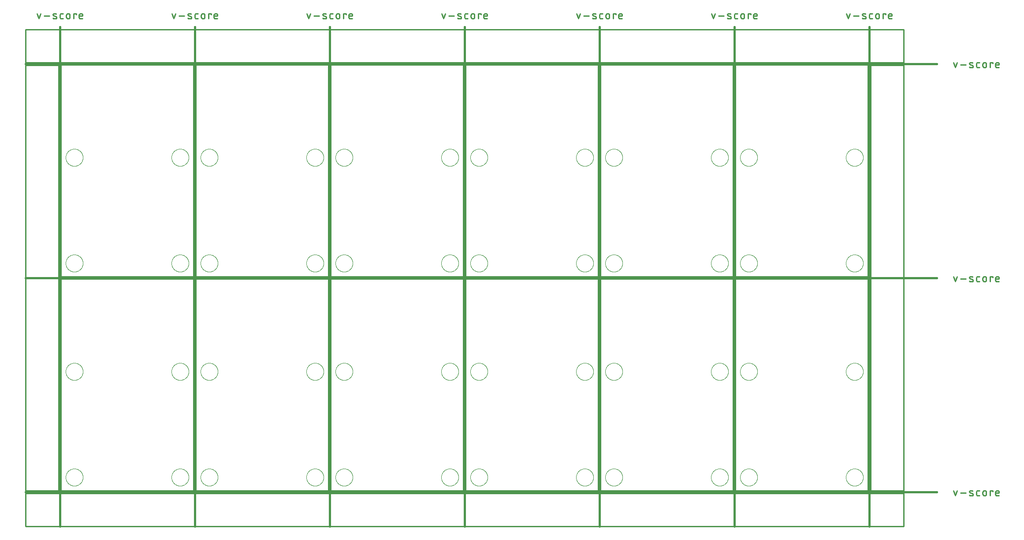
<source format=gko>
G04 EAGLE Gerber RS-274X export*
G75*
%MOMM*%
%FSLAX34Y34*%
%LPD*%
%IN*%
%IPPOS*%
%AMOC8*
5,1,8,0,0,1.08239X$1,22.5*%
G01*
%ADD10C,0.203200*%
%ADD11C,0.381000*%
%ADD12C,0.279400*%
%ADD13C,0.254000*%
%ADD14C,0.000000*%


D10*
X0Y0D02*
X254000Y0D01*
X254000Y406400D01*
X0Y406400D01*
X0Y0D01*
X259080Y0D02*
X513080Y0D01*
X513080Y406400D01*
X259080Y406400D01*
X259080Y0D01*
X518160Y0D02*
X772160Y0D01*
X772160Y406400D01*
X518160Y406400D01*
X518160Y0D01*
X777240Y0D02*
X1031240Y0D01*
X1031240Y406400D01*
X777240Y406400D01*
X777240Y0D01*
X1036320Y0D02*
X1290320Y0D01*
X1290320Y406400D01*
X1036320Y406400D01*
X1036320Y0D01*
X1295400Y0D02*
X1549400Y0D01*
X1549400Y406400D01*
X1295400Y406400D01*
X1295400Y0D01*
X254000Y411480D02*
X0Y411480D01*
X254000Y411480D02*
X254000Y817880D01*
X0Y817880D01*
X0Y411480D01*
X259080Y411480D02*
X513080Y411480D01*
X513080Y817880D01*
X259080Y817880D01*
X259080Y411480D01*
X518160Y411480D02*
X772160Y411480D01*
X772160Y817880D01*
X518160Y817880D01*
X518160Y411480D01*
X777240Y411480D02*
X1031240Y411480D01*
X1031240Y817880D01*
X777240Y817880D01*
X777240Y411480D01*
X1036320Y411480D02*
X1290320Y411480D01*
X1290320Y817880D01*
X1036320Y817880D01*
X1036320Y411480D01*
X1295400Y411480D02*
X1549400Y411480D01*
X1549400Y817880D01*
X1295400Y817880D01*
X1295400Y411480D01*
D11*
X-2540Y-68580D02*
X-2540Y891540D01*
D12*
X-42921Y906907D02*
X-46251Y916898D01*
X-39590Y916898D02*
X-42921Y906907D01*
X-32806Y912735D02*
X-22815Y912735D01*
X-14261Y912735D02*
X-10098Y911070D01*
X-14261Y912734D02*
X-14346Y912770D01*
X-14429Y912810D01*
X-14510Y912853D01*
X-14590Y912900D01*
X-14667Y912950D01*
X-14743Y913003D01*
X-14816Y913059D01*
X-14886Y913119D01*
X-14954Y913181D01*
X-15019Y913246D01*
X-15081Y913314D01*
X-15141Y913385D01*
X-15197Y913458D01*
X-15250Y913533D01*
X-15300Y913611D01*
X-15346Y913690D01*
X-15389Y913772D01*
X-15429Y913855D01*
X-15465Y913940D01*
X-15497Y914026D01*
X-15526Y914114D01*
X-15550Y914203D01*
X-15571Y914293D01*
X-15588Y914383D01*
X-15602Y914474D01*
X-15611Y914566D01*
X-15616Y914658D01*
X-15618Y914750D01*
X-15616Y914842D01*
X-15609Y914934D01*
X-15599Y915026D01*
X-15585Y915117D01*
X-15567Y915208D01*
X-15545Y915297D01*
X-15519Y915386D01*
X-15489Y915473D01*
X-15456Y915559D01*
X-15419Y915643D01*
X-15379Y915726D01*
X-15335Y915807D01*
X-15288Y915886D01*
X-15237Y915963D01*
X-15183Y916038D01*
X-15126Y916111D01*
X-15066Y916181D01*
X-15003Y916248D01*
X-14937Y916312D01*
X-14869Y916374D01*
X-14798Y916433D01*
X-14724Y916488D01*
X-14648Y916541D01*
X-14570Y916590D01*
X-14490Y916636D01*
X-14409Y916678D01*
X-14325Y916717D01*
X-14240Y916752D01*
X-14153Y916783D01*
X-14065Y916811D01*
X-13976Y916835D01*
X-13886Y916855D01*
X-13796Y916872D01*
X-13704Y916884D01*
X-13612Y916893D01*
X-13520Y916897D01*
X-13428Y916898D01*
X-13201Y916892D01*
X-12974Y916881D01*
X-12747Y916864D01*
X-12521Y916841D01*
X-12295Y916814D01*
X-12070Y916780D01*
X-11846Y916742D01*
X-11623Y916698D01*
X-11401Y916649D01*
X-11180Y916594D01*
X-10961Y916534D01*
X-10743Y916469D01*
X-10527Y916398D01*
X-10313Y916323D01*
X-10100Y916242D01*
X-9890Y916156D01*
X-9681Y916065D01*
X-10098Y911070D02*
X-10013Y911034D01*
X-9930Y910994D01*
X-9849Y910951D01*
X-9769Y910904D01*
X-9692Y910854D01*
X-9616Y910801D01*
X-9543Y910745D01*
X-9473Y910685D01*
X-9405Y910623D01*
X-9340Y910558D01*
X-9278Y910490D01*
X-9218Y910419D01*
X-9162Y910346D01*
X-9109Y910271D01*
X-9059Y910193D01*
X-9013Y910114D01*
X-8970Y910032D01*
X-8930Y909949D01*
X-8894Y909864D01*
X-8862Y909778D01*
X-8833Y909690D01*
X-8809Y909601D01*
X-8788Y909511D01*
X-8771Y909421D01*
X-8757Y909330D01*
X-8748Y909238D01*
X-8743Y909146D01*
X-8741Y909054D01*
X-8743Y908962D01*
X-8750Y908870D01*
X-8760Y908778D01*
X-8774Y908687D01*
X-8792Y908596D01*
X-8814Y908507D01*
X-8840Y908418D01*
X-8870Y908331D01*
X-8903Y908245D01*
X-8940Y908161D01*
X-8980Y908078D01*
X-9024Y907997D01*
X-9071Y907918D01*
X-9122Y907841D01*
X-9176Y907766D01*
X-9233Y907693D01*
X-9293Y907623D01*
X-9356Y907556D01*
X-9422Y907492D01*
X-9490Y907430D01*
X-9561Y907371D01*
X-9635Y907316D01*
X-9711Y907263D01*
X-9789Y907214D01*
X-9869Y907168D01*
X-9950Y907126D01*
X-10034Y907087D01*
X-10119Y907052D01*
X-10206Y907021D01*
X-10294Y906993D01*
X-10383Y906969D01*
X-10473Y906949D01*
X-10563Y906932D01*
X-10655Y906920D01*
X-10747Y906911D01*
X-10839Y906907D01*
X-10931Y906906D01*
X-10931Y906907D02*
X-11265Y906916D01*
X-11598Y906933D01*
X-11931Y906957D01*
X-12264Y906990D01*
X-12595Y907030D01*
X-12926Y907078D01*
X-13255Y907134D01*
X-13583Y907197D01*
X-13909Y907269D01*
X-14233Y907348D01*
X-14556Y907434D01*
X-14876Y907529D01*
X-15194Y907631D01*
X-15510Y907740D01*
X562Y906907D02*
X3892Y906907D01*
X562Y906907D02*
X464Y906909D01*
X366Y906915D01*
X268Y906924D01*
X171Y906938D01*
X75Y906955D01*
X-21Y906976D01*
X-116Y907001D01*
X-210Y907029D01*
X-303Y907061D01*
X-394Y907097D01*
X-484Y907136D01*
X-572Y907179D01*
X-659Y907226D01*
X-743Y907275D01*
X-826Y907328D01*
X-906Y907384D01*
X-985Y907443D01*
X-1060Y907506D01*
X-1134Y907571D01*
X-1204Y907639D01*
X-1272Y907709D01*
X-1338Y907783D01*
X-1400Y907859D01*
X-1459Y907937D01*
X-1515Y908017D01*
X-1568Y908100D01*
X-1618Y908184D01*
X-1664Y908271D01*
X-1707Y908359D01*
X-1746Y908449D01*
X-1782Y908540D01*
X-1814Y908633D01*
X-1842Y908727D01*
X-1867Y908822D01*
X-1888Y908918D01*
X-1905Y909014D01*
X-1919Y909111D01*
X-1928Y909209D01*
X-1934Y909307D01*
X-1936Y909405D01*
X-1936Y914400D01*
X-1934Y914498D01*
X-1928Y914596D01*
X-1919Y914694D01*
X-1905Y914791D01*
X-1888Y914887D01*
X-1867Y914983D01*
X-1842Y915078D01*
X-1814Y915172D01*
X-1782Y915265D01*
X-1746Y915356D01*
X-1707Y915446D01*
X-1664Y915534D01*
X-1617Y915621D01*
X-1568Y915705D01*
X-1515Y915788D01*
X-1459Y915868D01*
X-1400Y915946D01*
X-1337Y916022D01*
X-1272Y916096D01*
X-1204Y916166D01*
X-1134Y916234D01*
X-1060Y916299D01*
X-984Y916362D01*
X-906Y916421D01*
X-826Y916477D01*
X-743Y916530D01*
X-659Y916579D01*
X-572Y916626D01*
X-484Y916669D01*
X-394Y916708D01*
X-303Y916744D01*
X-210Y916776D01*
X-116Y916804D01*
X-21Y916829D01*
X75Y916850D01*
X171Y916867D01*
X268Y916881D01*
X366Y916890D01*
X464Y916896D01*
X562Y916898D01*
X3892Y916898D01*
X10022Y913567D02*
X10022Y910237D01*
X10022Y913567D02*
X10024Y913681D01*
X10030Y913794D01*
X10039Y913908D01*
X10053Y914020D01*
X10070Y914133D01*
X10092Y914245D01*
X10117Y914355D01*
X10145Y914465D01*
X10178Y914574D01*
X10214Y914682D01*
X10254Y914789D01*
X10298Y914894D01*
X10345Y914997D01*
X10395Y915099D01*
X10449Y915199D01*
X10507Y915297D01*
X10568Y915393D01*
X10631Y915487D01*
X10699Y915579D01*
X10769Y915669D01*
X10842Y915755D01*
X10918Y915840D01*
X10997Y915922D01*
X11079Y916001D01*
X11164Y916077D01*
X11250Y916150D01*
X11340Y916220D01*
X11432Y916288D01*
X11526Y916351D01*
X11622Y916412D01*
X11720Y916470D01*
X11820Y916524D01*
X11922Y916574D01*
X12025Y916621D01*
X12130Y916665D01*
X12237Y916705D01*
X12345Y916741D01*
X12454Y916774D01*
X12564Y916802D01*
X12674Y916827D01*
X12786Y916849D01*
X12899Y916866D01*
X13011Y916880D01*
X13125Y916889D01*
X13238Y916895D01*
X13352Y916897D01*
X13466Y916895D01*
X13579Y916889D01*
X13693Y916880D01*
X13805Y916866D01*
X13918Y916849D01*
X14030Y916827D01*
X14140Y916802D01*
X14250Y916774D01*
X14359Y916741D01*
X14467Y916705D01*
X14574Y916665D01*
X14679Y916621D01*
X14782Y916574D01*
X14884Y916524D01*
X14984Y916470D01*
X15082Y916412D01*
X15178Y916351D01*
X15272Y916288D01*
X15364Y916220D01*
X15454Y916150D01*
X15540Y916077D01*
X15625Y916001D01*
X15707Y915922D01*
X15786Y915840D01*
X15862Y915755D01*
X15935Y915669D01*
X16005Y915579D01*
X16073Y915487D01*
X16136Y915393D01*
X16197Y915297D01*
X16255Y915199D01*
X16309Y915099D01*
X16359Y914997D01*
X16406Y914894D01*
X16450Y914789D01*
X16490Y914682D01*
X16526Y914574D01*
X16559Y914465D01*
X16587Y914355D01*
X16612Y914245D01*
X16634Y914133D01*
X16651Y914020D01*
X16665Y913908D01*
X16674Y913794D01*
X16680Y913681D01*
X16682Y913567D01*
X16682Y910237D01*
X16680Y910123D01*
X16674Y910010D01*
X16665Y909896D01*
X16651Y909784D01*
X16634Y909671D01*
X16612Y909559D01*
X16587Y909449D01*
X16559Y909339D01*
X16526Y909230D01*
X16490Y909122D01*
X16450Y909015D01*
X16406Y908910D01*
X16359Y908807D01*
X16309Y908705D01*
X16255Y908605D01*
X16197Y908507D01*
X16136Y908411D01*
X16073Y908317D01*
X16005Y908225D01*
X15935Y908135D01*
X15862Y908049D01*
X15786Y907964D01*
X15707Y907882D01*
X15625Y907803D01*
X15540Y907727D01*
X15454Y907654D01*
X15364Y907584D01*
X15272Y907516D01*
X15178Y907453D01*
X15082Y907392D01*
X14984Y907334D01*
X14884Y907280D01*
X14782Y907230D01*
X14679Y907183D01*
X14574Y907139D01*
X14467Y907099D01*
X14359Y907063D01*
X14250Y907030D01*
X14140Y907002D01*
X14030Y906977D01*
X13918Y906955D01*
X13805Y906938D01*
X13693Y906924D01*
X13579Y906915D01*
X13466Y906909D01*
X13352Y906907D01*
X13238Y906909D01*
X13125Y906915D01*
X13011Y906924D01*
X12899Y906938D01*
X12786Y906955D01*
X12674Y906977D01*
X12564Y907002D01*
X12454Y907030D01*
X12345Y907063D01*
X12237Y907099D01*
X12130Y907139D01*
X12025Y907183D01*
X11922Y907230D01*
X11820Y907280D01*
X11720Y907334D01*
X11622Y907392D01*
X11526Y907453D01*
X11432Y907516D01*
X11340Y907584D01*
X11250Y907654D01*
X11164Y907727D01*
X11079Y907803D01*
X10997Y907882D01*
X10918Y907964D01*
X10842Y908049D01*
X10769Y908135D01*
X10699Y908225D01*
X10631Y908317D01*
X10568Y908411D01*
X10507Y908507D01*
X10449Y908605D01*
X10395Y908705D01*
X10345Y908807D01*
X10298Y908910D01*
X10254Y909015D01*
X10214Y909122D01*
X10178Y909230D01*
X10145Y909339D01*
X10117Y909449D01*
X10092Y909559D01*
X10070Y909671D01*
X10053Y909784D01*
X10039Y909896D01*
X10030Y910010D01*
X10024Y910123D01*
X10022Y910237D01*
X24218Y906907D02*
X24218Y916898D01*
X29213Y916898D01*
X29213Y915233D01*
X37008Y906907D02*
X41171Y906907D01*
X37008Y906907D02*
X36910Y906909D01*
X36812Y906915D01*
X36714Y906924D01*
X36617Y906938D01*
X36521Y906955D01*
X36425Y906976D01*
X36330Y907001D01*
X36236Y907029D01*
X36143Y907061D01*
X36052Y907097D01*
X35962Y907136D01*
X35874Y907179D01*
X35787Y907226D01*
X35703Y907275D01*
X35620Y907328D01*
X35540Y907384D01*
X35462Y907443D01*
X35386Y907506D01*
X35312Y907571D01*
X35242Y907639D01*
X35174Y907709D01*
X35109Y907783D01*
X35046Y907859D01*
X34987Y907937D01*
X34931Y908017D01*
X34878Y908100D01*
X34829Y908184D01*
X34782Y908271D01*
X34739Y908359D01*
X34700Y908449D01*
X34664Y908540D01*
X34632Y908633D01*
X34604Y908727D01*
X34579Y908822D01*
X34558Y908918D01*
X34541Y909014D01*
X34527Y909111D01*
X34518Y909209D01*
X34512Y909307D01*
X34510Y909405D01*
X34510Y913567D01*
X34511Y913567D02*
X34513Y913681D01*
X34519Y913794D01*
X34528Y913908D01*
X34542Y914020D01*
X34559Y914133D01*
X34581Y914245D01*
X34606Y914355D01*
X34634Y914465D01*
X34667Y914574D01*
X34703Y914682D01*
X34743Y914789D01*
X34787Y914894D01*
X34834Y914997D01*
X34884Y915099D01*
X34938Y915199D01*
X34996Y915297D01*
X35057Y915393D01*
X35120Y915487D01*
X35188Y915579D01*
X35258Y915669D01*
X35331Y915755D01*
X35407Y915840D01*
X35486Y915922D01*
X35568Y916001D01*
X35653Y916077D01*
X35739Y916150D01*
X35829Y916220D01*
X35921Y916288D01*
X36015Y916351D01*
X36111Y916412D01*
X36209Y916470D01*
X36309Y916524D01*
X36411Y916574D01*
X36514Y916621D01*
X36619Y916665D01*
X36726Y916705D01*
X36834Y916741D01*
X36943Y916774D01*
X37053Y916802D01*
X37163Y916827D01*
X37275Y916849D01*
X37388Y916866D01*
X37500Y916880D01*
X37614Y916889D01*
X37727Y916895D01*
X37841Y916897D01*
X37955Y916895D01*
X38068Y916889D01*
X38182Y916880D01*
X38294Y916866D01*
X38407Y916849D01*
X38519Y916827D01*
X38629Y916802D01*
X38739Y916774D01*
X38848Y916741D01*
X38956Y916705D01*
X39063Y916665D01*
X39168Y916621D01*
X39271Y916574D01*
X39373Y916524D01*
X39473Y916470D01*
X39571Y916412D01*
X39667Y916351D01*
X39761Y916288D01*
X39853Y916220D01*
X39943Y916150D01*
X40029Y916077D01*
X40114Y916001D01*
X40196Y915922D01*
X40275Y915840D01*
X40351Y915755D01*
X40424Y915669D01*
X40494Y915579D01*
X40562Y915487D01*
X40625Y915393D01*
X40686Y915297D01*
X40744Y915199D01*
X40798Y915099D01*
X40848Y914997D01*
X40895Y914894D01*
X40939Y914789D01*
X40979Y914682D01*
X41015Y914574D01*
X41048Y914465D01*
X41076Y914355D01*
X41101Y914245D01*
X41123Y914133D01*
X41140Y914020D01*
X41154Y913908D01*
X41163Y913794D01*
X41169Y913681D01*
X41171Y913567D01*
X41171Y911902D01*
X34510Y911902D01*
D11*
X256540Y891540D02*
X256540Y-68580D01*
D12*
X216159Y906907D02*
X212829Y916898D01*
X219490Y916898D02*
X216159Y906907D01*
X226274Y912735D02*
X236265Y912735D01*
X244819Y912735D02*
X248982Y911070D01*
X244819Y912734D02*
X244734Y912770D01*
X244651Y912810D01*
X244570Y912853D01*
X244490Y912900D01*
X244413Y912950D01*
X244337Y913003D01*
X244264Y913059D01*
X244194Y913119D01*
X244126Y913181D01*
X244061Y913246D01*
X243999Y913314D01*
X243939Y913385D01*
X243883Y913458D01*
X243830Y913533D01*
X243780Y913611D01*
X243734Y913690D01*
X243691Y913772D01*
X243651Y913855D01*
X243615Y913940D01*
X243583Y914026D01*
X243554Y914114D01*
X243530Y914203D01*
X243509Y914293D01*
X243492Y914383D01*
X243478Y914474D01*
X243469Y914566D01*
X243464Y914658D01*
X243462Y914750D01*
X243464Y914842D01*
X243471Y914934D01*
X243481Y915026D01*
X243495Y915117D01*
X243513Y915208D01*
X243535Y915297D01*
X243561Y915386D01*
X243591Y915473D01*
X243624Y915559D01*
X243661Y915643D01*
X243701Y915726D01*
X243745Y915807D01*
X243792Y915886D01*
X243843Y915963D01*
X243897Y916038D01*
X243954Y916111D01*
X244014Y916181D01*
X244077Y916248D01*
X244143Y916312D01*
X244211Y916374D01*
X244282Y916433D01*
X244356Y916488D01*
X244432Y916541D01*
X244510Y916590D01*
X244590Y916636D01*
X244671Y916678D01*
X244755Y916717D01*
X244840Y916752D01*
X244927Y916783D01*
X245015Y916811D01*
X245104Y916835D01*
X245194Y916855D01*
X245284Y916872D01*
X245376Y916884D01*
X245468Y916893D01*
X245560Y916897D01*
X245652Y916898D01*
X245879Y916892D01*
X246106Y916881D01*
X246333Y916864D01*
X246559Y916841D01*
X246785Y916814D01*
X247010Y916780D01*
X247234Y916742D01*
X247457Y916698D01*
X247679Y916649D01*
X247900Y916594D01*
X248119Y916534D01*
X248337Y916469D01*
X248553Y916398D01*
X248767Y916323D01*
X248980Y916242D01*
X249190Y916156D01*
X249399Y916065D01*
X248982Y911070D02*
X249067Y911034D01*
X249150Y910994D01*
X249231Y910951D01*
X249311Y910904D01*
X249388Y910854D01*
X249464Y910801D01*
X249537Y910745D01*
X249607Y910685D01*
X249675Y910623D01*
X249740Y910558D01*
X249802Y910490D01*
X249862Y910419D01*
X249918Y910346D01*
X249971Y910271D01*
X250021Y910193D01*
X250067Y910114D01*
X250110Y910032D01*
X250150Y909949D01*
X250186Y909864D01*
X250218Y909778D01*
X250247Y909690D01*
X250271Y909601D01*
X250292Y909511D01*
X250309Y909421D01*
X250323Y909330D01*
X250332Y909238D01*
X250337Y909146D01*
X250339Y909054D01*
X250337Y908962D01*
X250330Y908870D01*
X250320Y908778D01*
X250306Y908687D01*
X250288Y908596D01*
X250266Y908507D01*
X250240Y908418D01*
X250210Y908331D01*
X250177Y908245D01*
X250140Y908161D01*
X250100Y908078D01*
X250056Y907997D01*
X250009Y907918D01*
X249958Y907841D01*
X249904Y907766D01*
X249847Y907693D01*
X249787Y907623D01*
X249724Y907556D01*
X249658Y907492D01*
X249590Y907430D01*
X249519Y907371D01*
X249445Y907316D01*
X249369Y907263D01*
X249291Y907214D01*
X249211Y907168D01*
X249130Y907126D01*
X249046Y907087D01*
X248961Y907052D01*
X248874Y907021D01*
X248786Y906993D01*
X248697Y906969D01*
X248607Y906949D01*
X248517Y906932D01*
X248425Y906920D01*
X248333Y906911D01*
X248241Y906907D01*
X248149Y906906D01*
X248149Y906907D02*
X247815Y906916D01*
X247482Y906933D01*
X247149Y906957D01*
X246816Y906990D01*
X246485Y907030D01*
X246154Y907078D01*
X245825Y907134D01*
X245497Y907197D01*
X245171Y907269D01*
X244847Y907348D01*
X244524Y907434D01*
X244204Y907529D01*
X243886Y907631D01*
X243570Y907740D01*
X259642Y906907D02*
X262972Y906907D01*
X259642Y906907D02*
X259544Y906909D01*
X259446Y906915D01*
X259348Y906924D01*
X259251Y906938D01*
X259155Y906955D01*
X259059Y906976D01*
X258964Y907001D01*
X258870Y907029D01*
X258777Y907061D01*
X258686Y907097D01*
X258596Y907136D01*
X258508Y907179D01*
X258421Y907226D01*
X258337Y907275D01*
X258254Y907328D01*
X258174Y907384D01*
X258096Y907443D01*
X258020Y907506D01*
X257946Y907571D01*
X257876Y907639D01*
X257808Y907709D01*
X257743Y907783D01*
X257680Y907859D01*
X257621Y907937D01*
X257565Y908017D01*
X257512Y908100D01*
X257463Y908184D01*
X257416Y908271D01*
X257373Y908359D01*
X257334Y908449D01*
X257298Y908540D01*
X257266Y908633D01*
X257238Y908727D01*
X257213Y908822D01*
X257192Y908918D01*
X257175Y909014D01*
X257161Y909111D01*
X257152Y909209D01*
X257146Y909307D01*
X257144Y909405D01*
X257144Y914400D01*
X257146Y914498D01*
X257152Y914596D01*
X257161Y914694D01*
X257175Y914791D01*
X257192Y914887D01*
X257213Y914983D01*
X257238Y915078D01*
X257266Y915172D01*
X257298Y915265D01*
X257334Y915356D01*
X257373Y915446D01*
X257416Y915534D01*
X257463Y915621D01*
X257512Y915705D01*
X257565Y915788D01*
X257621Y915868D01*
X257680Y915947D01*
X257743Y916022D01*
X257808Y916096D01*
X257876Y916166D01*
X257946Y916234D01*
X258020Y916300D01*
X258096Y916362D01*
X258174Y916421D01*
X258254Y916477D01*
X258337Y916530D01*
X258421Y916580D01*
X258508Y916626D01*
X258596Y916669D01*
X258686Y916708D01*
X258777Y916744D01*
X258870Y916776D01*
X258964Y916804D01*
X259059Y916829D01*
X259155Y916850D01*
X259251Y916867D01*
X259348Y916881D01*
X259446Y916890D01*
X259544Y916896D01*
X259642Y916898D01*
X262972Y916898D01*
X269102Y913567D02*
X269102Y910237D01*
X269102Y913567D02*
X269104Y913681D01*
X269110Y913794D01*
X269119Y913908D01*
X269133Y914020D01*
X269150Y914133D01*
X269172Y914245D01*
X269197Y914355D01*
X269225Y914465D01*
X269258Y914574D01*
X269294Y914682D01*
X269334Y914789D01*
X269378Y914894D01*
X269425Y914997D01*
X269475Y915099D01*
X269529Y915199D01*
X269587Y915297D01*
X269648Y915393D01*
X269711Y915487D01*
X269779Y915579D01*
X269849Y915669D01*
X269922Y915755D01*
X269998Y915840D01*
X270077Y915922D01*
X270159Y916001D01*
X270244Y916077D01*
X270330Y916150D01*
X270420Y916220D01*
X270512Y916288D01*
X270606Y916351D01*
X270702Y916412D01*
X270800Y916470D01*
X270900Y916524D01*
X271002Y916574D01*
X271105Y916621D01*
X271210Y916665D01*
X271317Y916705D01*
X271425Y916741D01*
X271534Y916774D01*
X271644Y916802D01*
X271754Y916827D01*
X271866Y916849D01*
X271979Y916866D01*
X272091Y916880D01*
X272205Y916889D01*
X272318Y916895D01*
X272432Y916897D01*
X272546Y916895D01*
X272659Y916889D01*
X272773Y916880D01*
X272885Y916866D01*
X272998Y916849D01*
X273110Y916827D01*
X273220Y916802D01*
X273330Y916774D01*
X273439Y916741D01*
X273547Y916705D01*
X273654Y916665D01*
X273759Y916621D01*
X273862Y916574D01*
X273964Y916524D01*
X274064Y916470D01*
X274162Y916412D01*
X274258Y916351D01*
X274352Y916288D01*
X274444Y916220D01*
X274534Y916150D01*
X274620Y916077D01*
X274705Y916001D01*
X274787Y915922D01*
X274866Y915840D01*
X274942Y915755D01*
X275015Y915669D01*
X275085Y915579D01*
X275153Y915487D01*
X275216Y915393D01*
X275277Y915297D01*
X275335Y915199D01*
X275389Y915099D01*
X275439Y914997D01*
X275486Y914894D01*
X275530Y914789D01*
X275570Y914682D01*
X275606Y914574D01*
X275639Y914465D01*
X275667Y914355D01*
X275692Y914245D01*
X275714Y914133D01*
X275731Y914020D01*
X275745Y913908D01*
X275754Y913794D01*
X275760Y913681D01*
X275762Y913567D01*
X275762Y910237D01*
X275760Y910123D01*
X275754Y910010D01*
X275745Y909896D01*
X275731Y909784D01*
X275714Y909671D01*
X275692Y909559D01*
X275667Y909449D01*
X275639Y909339D01*
X275606Y909230D01*
X275570Y909122D01*
X275530Y909015D01*
X275486Y908910D01*
X275439Y908807D01*
X275389Y908705D01*
X275335Y908605D01*
X275277Y908507D01*
X275216Y908411D01*
X275153Y908317D01*
X275085Y908225D01*
X275015Y908135D01*
X274942Y908049D01*
X274866Y907964D01*
X274787Y907882D01*
X274705Y907803D01*
X274620Y907727D01*
X274534Y907654D01*
X274444Y907584D01*
X274352Y907516D01*
X274258Y907453D01*
X274162Y907392D01*
X274064Y907334D01*
X273964Y907280D01*
X273862Y907230D01*
X273759Y907183D01*
X273654Y907139D01*
X273547Y907099D01*
X273439Y907063D01*
X273330Y907030D01*
X273220Y907002D01*
X273110Y906977D01*
X272998Y906955D01*
X272885Y906938D01*
X272773Y906924D01*
X272659Y906915D01*
X272546Y906909D01*
X272432Y906907D01*
X272318Y906909D01*
X272205Y906915D01*
X272091Y906924D01*
X271979Y906938D01*
X271866Y906955D01*
X271754Y906977D01*
X271644Y907002D01*
X271534Y907030D01*
X271425Y907063D01*
X271317Y907099D01*
X271210Y907139D01*
X271105Y907183D01*
X271002Y907230D01*
X270900Y907280D01*
X270800Y907334D01*
X270702Y907392D01*
X270606Y907453D01*
X270512Y907516D01*
X270420Y907584D01*
X270330Y907654D01*
X270244Y907727D01*
X270159Y907803D01*
X270077Y907882D01*
X269998Y907964D01*
X269922Y908049D01*
X269849Y908135D01*
X269779Y908225D01*
X269711Y908317D01*
X269648Y908411D01*
X269587Y908507D01*
X269529Y908605D01*
X269475Y908705D01*
X269425Y908807D01*
X269378Y908910D01*
X269334Y909015D01*
X269294Y909122D01*
X269258Y909230D01*
X269225Y909339D01*
X269197Y909449D01*
X269172Y909559D01*
X269150Y909671D01*
X269133Y909784D01*
X269119Y909896D01*
X269110Y910010D01*
X269104Y910123D01*
X269102Y910237D01*
X283298Y906907D02*
X283298Y916898D01*
X288293Y916898D01*
X288293Y915233D01*
X296088Y906907D02*
X300251Y906907D01*
X296088Y906907D02*
X295990Y906909D01*
X295892Y906915D01*
X295794Y906924D01*
X295697Y906938D01*
X295601Y906955D01*
X295505Y906976D01*
X295410Y907001D01*
X295316Y907029D01*
X295223Y907061D01*
X295132Y907097D01*
X295042Y907136D01*
X294954Y907179D01*
X294867Y907226D01*
X294783Y907275D01*
X294700Y907328D01*
X294620Y907384D01*
X294542Y907443D01*
X294466Y907506D01*
X294392Y907571D01*
X294322Y907639D01*
X294254Y907709D01*
X294189Y907783D01*
X294126Y907859D01*
X294067Y907937D01*
X294011Y908017D01*
X293958Y908100D01*
X293909Y908184D01*
X293862Y908271D01*
X293819Y908359D01*
X293780Y908449D01*
X293744Y908540D01*
X293712Y908633D01*
X293684Y908727D01*
X293659Y908822D01*
X293638Y908918D01*
X293621Y909014D01*
X293607Y909111D01*
X293598Y909209D01*
X293592Y909307D01*
X293590Y909405D01*
X293590Y913567D01*
X293591Y913567D02*
X293593Y913681D01*
X293599Y913794D01*
X293608Y913908D01*
X293622Y914020D01*
X293639Y914133D01*
X293661Y914245D01*
X293686Y914355D01*
X293714Y914465D01*
X293747Y914574D01*
X293783Y914682D01*
X293823Y914789D01*
X293867Y914894D01*
X293914Y914997D01*
X293964Y915099D01*
X294018Y915199D01*
X294076Y915297D01*
X294137Y915393D01*
X294200Y915487D01*
X294268Y915579D01*
X294338Y915669D01*
X294411Y915755D01*
X294487Y915840D01*
X294566Y915922D01*
X294648Y916001D01*
X294733Y916077D01*
X294819Y916150D01*
X294909Y916220D01*
X295001Y916288D01*
X295095Y916351D01*
X295191Y916412D01*
X295289Y916470D01*
X295389Y916524D01*
X295491Y916574D01*
X295594Y916621D01*
X295699Y916665D01*
X295806Y916705D01*
X295914Y916741D01*
X296023Y916774D01*
X296133Y916802D01*
X296243Y916827D01*
X296355Y916849D01*
X296468Y916866D01*
X296580Y916880D01*
X296694Y916889D01*
X296807Y916895D01*
X296921Y916897D01*
X297035Y916895D01*
X297148Y916889D01*
X297262Y916880D01*
X297374Y916866D01*
X297487Y916849D01*
X297599Y916827D01*
X297709Y916802D01*
X297819Y916774D01*
X297928Y916741D01*
X298036Y916705D01*
X298143Y916665D01*
X298248Y916621D01*
X298351Y916574D01*
X298453Y916524D01*
X298553Y916470D01*
X298651Y916412D01*
X298747Y916351D01*
X298841Y916288D01*
X298933Y916220D01*
X299023Y916150D01*
X299109Y916077D01*
X299194Y916001D01*
X299276Y915922D01*
X299355Y915840D01*
X299431Y915755D01*
X299504Y915669D01*
X299574Y915579D01*
X299642Y915487D01*
X299705Y915393D01*
X299766Y915297D01*
X299824Y915199D01*
X299878Y915099D01*
X299928Y914997D01*
X299975Y914894D01*
X300019Y914789D01*
X300059Y914682D01*
X300095Y914574D01*
X300128Y914465D01*
X300156Y914355D01*
X300181Y914245D01*
X300203Y914133D01*
X300220Y914020D01*
X300234Y913908D01*
X300243Y913794D01*
X300249Y913681D01*
X300251Y913567D01*
X300251Y911902D01*
X293590Y911902D01*
D11*
X515620Y891540D02*
X515620Y-68580D01*
D12*
X475239Y906907D02*
X471909Y916898D01*
X478570Y916898D02*
X475239Y906907D01*
X485354Y912735D02*
X495345Y912735D01*
X503899Y912735D02*
X508062Y911070D01*
X503899Y912734D02*
X503814Y912770D01*
X503731Y912810D01*
X503650Y912853D01*
X503570Y912900D01*
X503493Y912950D01*
X503417Y913003D01*
X503344Y913059D01*
X503274Y913119D01*
X503206Y913181D01*
X503141Y913246D01*
X503079Y913314D01*
X503019Y913385D01*
X502963Y913458D01*
X502910Y913533D01*
X502860Y913611D01*
X502814Y913690D01*
X502771Y913772D01*
X502731Y913855D01*
X502695Y913940D01*
X502663Y914026D01*
X502634Y914114D01*
X502610Y914203D01*
X502589Y914293D01*
X502572Y914383D01*
X502558Y914474D01*
X502549Y914566D01*
X502544Y914658D01*
X502542Y914750D01*
X502544Y914842D01*
X502551Y914934D01*
X502561Y915026D01*
X502575Y915117D01*
X502593Y915208D01*
X502615Y915297D01*
X502641Y915386D01*
X502671Y915473D01*
X502704Y915559D01*
X502741Y915643D01*
X502781Y915726D01*
X502825Y915807D01*
X502872Y915886D01*
X502923Y915963D01*
X502977Y916038D01*
X503034Y916111D01*
X503094Y916181D01*
X503157Y916248D01*
X503223Y916312D01*
X503291Y916374D01*
X503362Y916433D01*
X503436Y916488D01*
X503512Y916541D01*
X503590Y916590D01*
X503670Y916636D01*
X503751Y916678D01*
X503835Y916717D01*
X503920Y916752D01*
X504007Y916783D01*
X504095Y916811D01*
X504184Y916835D01*
X504274Y916855D01*
X504364Y916872D01*
X504456Y916884D01*
X504548Y916893D01*
X504640Y916897D01*
X504732Y916898D01*
X504959Y916892D01*
X505186Y916881D01*
X505413Y916864D01*
X505639Y916841D01*
X505865Y916814D01*
X506090Y916780D01*
X506314Y916742D01*
X506537Y916698D01*
X506759Y916649D01*
X506980Y916594D01*
X507199Y916534D01*
X507417Y916469D01*
X507633Y916398D01*
X507847Y916323D01*
X508060Y916242D01*
X508270Y916156D01*
X508479Y916065D01*
X508062Y911070D02*
X508147Y911034D01*
X508230Y910994D01*
X508311Y910951D01*
X508391Y910904D01*
X508468Y910854D01*
X508544Y910801D01*
X508617Y910745D01*
X508687Y910685D01*
X508755Y910623D01*
X508820Y910558D01*
X508882Y910490D01*
X508942Y910419D01*
X508998Y910346D01*
X509051Y910271D01*
X509101Y910193D01*
X509147Y910114D01*
X509190Y910032D01*
X509230Y909949D01*
X509266Y909864D01*
X509298Y909778D01*
X509327Y909690D01*
X509351Y909601D01*
X509372Y909511D01*
X509389Y909421D01*
X509403Y909330D01*
X509412Y909238D01*
X509417Y909146D01*
X509419Y909054D01*
X509417Y908962D01*
X509410Y908870D01*
X509400Y908778D01*
X509386Y908687D01*
X509368Y908596D01*
X509346Y908507D01*
X509320Y908418D01*
X509290Y908331D01*
X509257Y908245D01*
X509220Y908161D01*
X509180Y908078D01*
X509136Y907997D01*
X509089Y907918D01*
X509038Y907841D01*
X508984Y907766D01*
X508927Y907693D01*
X508867Y907623D01*
X508804Y907556D01*
X508738Y907492D01*
X508670Y907430D01*
X508599Y907371D01*
X508525Y907316D01*
X508449Y907263D01*
X508371Y907214D01*
X508291Y907168D01*
X508210Y907126D01*
X508126Y907087D01*
X508041Y907052D01*
X507954Y907021D01*
X507866Y906993D01*
X507777Y906969D01*
X507687Y906949D01*
X507597Y906932D01*
X507505Y906920D01*
X507413Y906911D01*
X507321Y906907D01*
X507229Y906906D01*
X507229Y906907D02*
X506895Y906916D01*
X506562Y906933D01*
X506229Y906957D01*
X505896Y906990D01*
X505565Y907030D01*
X505234Y907078D01*
X504905Y907134D01*
X504577Y907197D01*
X504251Y907269D01*
X503927Y907348D01*
X503604Y907434D01*
X503284Y907529D01*
X502966Y907631D01*
X502650Y907740D01*
X518722Y906907D02*
X522052Y906907D01*
X518722Y906907D02*
X518624Y906909D01*
X518526Y906915D01*
X518428Y906924D01*
X518331Y906938D01*
X518235Y906955D01*
X518139Y906976D01*
X518044Y907001D01*
X517950Y907029D01*
X517857Y907061D01*
X517766Y907097D01*
X517676Y907136D01*
X517588Y907179D01*
X517501Y907226D01*
X517417Y907275D01*
X517334Y907328D01*
X517254Y907384D01*
X517176Y907443D01*
X517100Y907506D01*
X517026Y907571D01*
X516956Y907639D01*
X516888Y907709D01*
X516823Y907783D01*
X516760Y907859D01*
X516701Y907937D01*
X516645Y908017D01*
X516592Y908100D01*
X516543Y908184D01*
X516496Y908271D01*
X516453Y908359D01*
X516414Y908449D01*
X516378Y908540D01*
X516346Y908633D01*
X516318Y908727D01*
X516293Y908822D01*
X516272Y908918D01*
X516255Y909014D01*
X516241Y909111D01*
X516232Y909209D01*
X516226Y909307D01*
X516224Y909405D01*
X516224Y914400D01*
X516226Y914498D01*
X516232Y914596D01*
X516241Y914694D01*
X516255Y914791D01*
X516272Y914887D01*
X516293Y914983D01*
X516318Y915078D01*
X516346Y915172D01*
X516378Y915265D01*
X516414Y915356D01*
X516453Y915446D01*
X516496Y915534D01*
X516543Y915621D01*
X516592Y915705D01*
X516645Y915788D01*
X516701Y915868D01*
X516760Y915947D01*
X516823Y916022D01*
X516888Y916096D01*
X516956Y916166D01*
X517026Y916234D01*
X517100Y916300D01*
X517176Y916362D01*
X517254Y916421D01*
X517334Y916477D01*
X517417Y916530D01*
X517501Y916580D01*
X517588Y916626D01*
X517676Y916669D01*
X517766Y916708D01*
X517857Y916744D01*
X517950Y916776D01*
X518044Y916804D01*
X518139Y916829D01*
X518235Y916850D01*
X518331Y916867D01*
X518428Y916881D01*
X518526Y916890D01*
X518624Y916896D01*
X518722Y916898D01*
X522052Y916898D01*
X528182Y913567D02*
X528182Y910237D01*
X528182Y913567D02*
X528184Y913681D01*
X528190Y913794D01*
X528199Y913908D01*
X528213Y914020D01*
X528230Y914133D01*
X528252Y914245D01*
X528277Y914355D01*
X528305Y914465D01*
X528338Y914574D01*
X528374Y914682D01*
X528414Y914789D01*
X528458Y914894D01*
X528505Y914997D01*
X528555Y915099D01*
X528609Y915199D01*
X528667Y915297D01*
X528728Y915393D01*
X528791Y915487D01*
X528859Y915579D01*
X528929Y915669D01*
X529002Y915755D01*
X529078Y915840D01*
X529157Y915922D01*
X529239Y916001D01*
X529324Y916077D01*
X529410Y916150D01*
X529500Y916220D01*
X529592Y916288D01*
X529686Y916351D01*
X529782Y916412D01*
X529880Y916470D01*
X529980Y916524D01*
X530082Y916574D01*
X530185Y916621D01*
X530290Y916665D01*
X530397Y916705D01*
X530505Y916741D01*
X530614Y916774D01*
X530724Y916802D01*
X530834Y916827D01*
X530946Y916849D01*
X531059Y916866D01*
X531171Y916880D01*
X531285Y916889D01*
X531398Y916895D01*
X531512Y916897D01*
X531626Y916895D01*
X531739Y916889D01*
X531853Y916880D01*
X531965Y916866D01*
X532078Y916849D01*
X532190Y916827D01*
X532300Y916802D01*
X532410Y916774D01*
X532519Y916741D01*
X532627Y916705D01*
X532734Y916665D01*
X532839Y916621D01*
X532942Y916574D01*
X533044Y916524D01*
X533144Y916470D01*
X533242Y916412D01*
X533338Y916351D01*
X533432Y916288D01*
X533524Y916220D01*
X533614Y916150D01*
X533700Y916077D01*
X533785Y916001D01*
X533867Y915922D01*
X533946Y915840D01*
X534022Y915755D01*
X534095Y915669D01*
X534165Y915579D01*
X534233Y915487D01*
X534296Y915393D01*
X534357Y915297D01*
X534415Y915199D01*
X534469Y915099D01*
X534519Y914997D01*
X534566Y914894D01*
X534610Y914789D01*
X534650Y914682D01*
X534686Y914574D01*
X534719Y914465D01*
X534747Y914355D01*
X534772Y914245D01*
X534794Y914133D01*
X534811Y914020D01*
X534825Y913908D01*
X534834Y913794D01*
X534840Y913681D01*
X534842Y913567D01*
X534842Y910237D01*
X534840Y910123D01*
X534834Y910010D01*
X534825Y909896D01*
X534811Y909784D01*
X534794Y909671D01*
X534772Y909559D01*
X534747Y909449D01*
X534719Y909339D01*
X534686Y909230D01*
X534650Y909122D01*
X534610Y909015D01*
X534566Y908910D01*
X534519Y908807D01*
X534469Y908705D01*
X534415Y908605D01*
X534357Y908507D01*
X534296Y908411D01*
X534233Y908317D01*
X534165Y908225D01*
X534095Y908135D01*
X534022Y908049D01*
X533946Y907964D01*
X533867Y907882D01*
X533785Y907803D01*
X533700Y907727D01*
X533614Y907654D01*
X533524Y907584D01*
X533432Y907516D01*
X533338Y907453D01*
X533242Y907392D01*
X533144Y907334D01*
X533044Y907280D01*
X532942Y907230D01*
X532839Y907183D01*
X532734Y907139D01*
X532627Y907099D01*
X532519Y907063D01*
X532410Y907030D01*
X532300Y907002D01*
X532190Y906977D01*
X532078Y906955D01*
X531965Y906938D01*
X531853Y906924D01*
X531739Y906915D01*
X531626Y906909D01*
X531512Y906907D01*
X531398Y906909D01*
X531285Y906915D01*
X531171Y906924D01*
X531059Y906938D01*
X530946Y906955D01*
X530834Y906977D01*
X530724Y907002D01*
X530614Y907030D01*
X530505Y907063D01*
X530397Y907099D01*
X530290Y907139D01*
X530185Y907183D01*
X530082Y907230D01*
X529980Y907280D01*
X529880Y907334D01*
X529782Y907392D01*
X529686Y907453D01*
X529592Y907516D01*
X529500Y907584D01*
X529410Y907654D01*
X529324Y907727D01*
X529239Y907803D01*
X529157Y907882D01*
X529078Y907964D01*
X529002Y908049D01*
X528929Y908135D01*
X528859Y908225D01*
X528791Y908317D01*
X528728Y908411D01*
X528667Y908507D01*
X528609Y908605D01*
X528555Y908705D01*
X528505Y908807D01*
X528458Y908910D01*
X528414Y909015D01*
X528374Y909122D01*
X528338Y909230D01*
X528305Y909339D01*
X528277Y909449D01*
X528252Y909559D01*
X528230Y909671D01*
X528213Y909784D01*
X528199Y909896D01*
X528190Y910010D01*
X528184Y910123D01*
X528182Y910237D01*
X542378Y906907D02*
X542378Y916898D01*
X547373Y916898D01*
X547373Y915233D01*
X555168Y906907D02*
X559331Y906907D01*
X555168Y906907D02*
X555070Y906909D01*
X554972Y906915D01*
X554874Y906924D01*
X554777Y906938D01*
X554681Y906955D01*
X554585Y906976D01*
X554490Y907001D01*
X554396Y907029D01*
X554303Y907061D01*
X554212Y907097D01*
X554122Y907136D01*
X554034Y907179D01*
X553947Y907226D01*
X553863Y907275D01*
X553780Y907328D01*
X553700Y907384D01*
X553622Y907443D01*
X553546Y907506D01*
X553472Y907571D01*
X553402Y907639D01*
X553334Y907709D01*
X553269Y907783D01*
X553206Y907859D01*
X553147Y907937D01*
X553091Y908017D01*
X553038Y908100D01*
X552989Y908184D01*
X552942Y908271D01*
X552899Y908359D01*
X552860Y908449D01*
X552824Y908540D01*
X552792Y908633D01*
X552764Y908727D01*
X552739Y908822D01*
X552718Y908918D01*
X552701Y909014D01*
X552687Y909111D01*
X552678Y909209D01*
X552672Y909307D01*
X552670Y909405D01*
X552670Y913567D01*
X552671Y913567D02*
X552673Y913681D01*
X552679Y913794D01*
X552688Y913908D01*
X552702Y914020D01*
X552719Y914133D01*
X552741Y914245D01*
X552766Y914355D01*
X552794Y914465D01*
X552827Y914574D01*
X552863Y914682D01*
X552903Y914789D01*
X552947Y914894D01*
X552994Y914997D01*
X553044Y915099D01*
X553098Y915199D01*
X553156Y915297D01*
X553217Y915393D01*
X553280Y915487D01*
X553348Y915579D01*
X553418Y915669D01*
X553491Y915755D01*
X553567Y915840D01*
X553646Y915922D01*
X553728Y916001D01*
X553813Y916077D01*
X553899Y916150D01*
X553989Y916220D01*
X554081Y916288D01*
X554175Y916351D01*
X554271Y916412D01*
X554369Y916470D01*
X554469Y916524D01*
X554571Y916574D01*
X554674Y916621D01*
X554779Y916665D01*
X554886Y916705D01*
X554994Y916741D01*
X555103Y916774D01*
X555213Y916802D01*
X555323Y916827D01*
X555435Y916849D01*
X555548Y916866D01*
X555660Y916880D01*
X555774Y916889D01*
X555887Y916895D01*
X556001Y916897D01*
X556115Y916895D01*
X556228Y916889D01*
X556342Y916880D01*
X556454Y916866D01*
X556567Y916849D01*
X556679Y916827D01*
X556789Y916802D01*
X556899Y916774D01*
X557008Y916741D01*
X557116Y916705D01*
X557223Y916665D01*
X557328Y916621D01*
X557431Y916574D01*
X557533Y916524D01*
X557633Y916470D01*
X557731Y916412D01*
X557827Y916351D01*
X557921Y916288D01*
X558013Y916220D01*
X558103Y916150D01*
X558189Y916077D01*
X558274Y916001D01*
X558356Y915922D01*
X558435Y915840D01*
X558511Y915755D01*
X558584Y915669D01*
X558654Y915579D01*
X558722Y915487D01*
X558785Y915393D01*
X558846Y915297D01*
X558904Y915199D01*
X558958Y915099D01*
X559008Y914997D01*
X559055Y914894D01*
X559099Y914789D01*
X559139Y914682D01*
X559175Y914574D01*
X559208Y914465D01*
X559236Y914355D01*
X559261Y914245D01*
X559283Y914133D01*
X559300Y914020D01*
X559314Y913908D01*
X559323Y913794D01*
X559329Y913681D01*
X559331Y913567D01*
X559331Y911902D01*
X552670Y911902D01*
D11*
X774700Y891540D02*
X774700Y-68580D01*
D12*
X734319Y906907D02*
X730989Y916898D01*
X737650Y916898D02*
X734319Y906907D01*
X744434Y912735D02*
X754425Y912735D01*
X762979Y912735D02*
X767142Y911070D01*
X762979Y912734D02*
X762894Y912770D01*
X762811Y912810D01*
X762730Y912853D01*
X762650Y912900D01*
X762573Y912950D01*
X762497Y913003D01*
X762424Y913059D01*
X762354Y913119D01*
X762286Y913181D01*
X762221Y913246D01*
X762159Y913314D01*
X762099Y913385D01*
X762043Y913458D01*
X761990Y913533D01*
X761940Y913611D01*
X761894Y913690D01*
X761851Y913772D01*
X761811Y913855D01*
X761775Y913940D01*
X761743Y914026D01*
X761714Y914114D01*
X761690Y914203D01*
X761669Y914293D01*
X761652Y914383D01*
X761638Y914474D01*
X761629Y914566D01*
X761624Y914658D01*
X761622Y914750D01*
X761624Y914842D01*
X761631Y914934D01*
X761641Y915026D01*
X761655Y915117D01*
X761673Y915208D01*
X761695Y915297D01*
X761721Y915386D01*
X761751Y915473D01*
X761784Y915559D01*
X761821Y915643D01*
X761861Y915726D01*
X761905Y915807D01*
X761952Y915886D01*
X762003Y915963D01*
X762057Y916038D01*
X762114Y916111D01*
X762174Y916181D01*
X762237Y916248D01*
X762303Y916312D01*
X762371Y916374D01*
X762442Y916433D01*
X762516Y916488D01*
X762592Y916541D01*
X762670Y916590D01*
X762750Y916636D01*
X762831Y916678D01*
X762915Y916717D01*
X763000Y916752D01*
X763087Y916783D01*
X763175Y916811D01*
X763264Y916835D01*
X763354Y916855D01*
X763444Y916872D01*
X763536Y916884D01*
X763628Y916893D01*
X763720Y916897D01*
X763812Y916898D01*
X764039Y916892D01*
X764266Y916881D01*
X764493Y916864D01*
X764719Y916841D01*
X764945Y916814D01*
X765170Y916780D01*
X765394Y916742D01*
X765617Y916698D01*
X765839Y916649D01*
X766060Y916594D01*
X766279Y916534D01*
X766497Y916469D01*
X766713Y916398D01*
X766927Y916323D01*
X767140Y916242D01*
X767350Y916156D01*
X767559Y916065D01*
X767142Y911070D02*
X767227Y911034D01*
X767310Y910994D01*
X767391Y910951D01*
X767471Y910904D01*
X767548Y910854D01*
X767624Y910801D01*
X767697Y910745D01*
X767767Y910685D01*
X767835Y910623D01*
X767900Y910558D01*
X767962Y910490D01*
X768022Y910419D01*
X768078Y910346D01*
X768131Y910271D01*
X768181Y910193D01*
X768227Y910114D01*
X768270Y910032D01*
X768310Y909949D01*
X768346Y909864D01*
X768378Y909778D01*
X768407Y909690D01*
X768431Y909601D01*
X768452Y909511D01*
X768469Y909421D01*
X768483Y909330D01*
X768492Y909238D01*
X768497Y909146D01*
X768499Y909054D01*
X768497Y908962D01*
X768490Y908870D01*
X768480Y908778D01*
X768466Y908687D01*
X768448Y908596D01*
X768426Y908507D01*
X768400Y908418D01*
X768370Y908331D01*
X768337Y908245D01*
X768300Y908161D01*
X768260Y908078D01*
X768216Y907997D01*
X768169Y907918D01*
X768118Y907841D01*
X768064Y907766D01*
X768007Y907693D01*
X767947Y907623D01*
X767884Y907556D01*
X767818Y907492D01*
X767750Y907430D01*
X767679Y907371D01*
X767605Y907316D01*
X767529Y907263D01*
X767451Y907214D01*
X767371Y907168D01*
X767290Y907126D01*
X767206Y907087D01*
X767121Y907052D01*
X767034Y907021D01*
X766946Y906993D01*
X766857Y906969D01*
X766767Y906949D01*
X766677Y906932D01*
X766585Y906920D01*
X766493Y906911D01*
X766401Y906907D01*
X766309Y906906D01*
X766309Y906907D02*
X765975Y906916D01*
X765642Y906933D01*
X765309Y906957D01*
X764976Y906990D01*
X764645Y907030D01*
X764314Y907078D01*
X763985Y907134D01*
X763657Y907197D01*
X763331Y907269D01*
X763007Y907348D01*
X762684Y907434D01*
X762364Y907529D01*
X762046Y907631D01*
X761730Y907740D01*
X777802Y906907D02*
X781132Y906907D01*
X777802Y906907D02*
X777704Y906909D01*
X777606Y906915D01*
X777508Y906924D01*
X777411Y906938D01*
X777315Y906955D01*
X777219Y906976D01*
X777124Y907001D01*
X777030Y907029D01*
X776937Y907061D01*
X776846Y907097D01*
X776756Y907136D01*
X776668Y907179D01*
X776581Y907226D01*
X776497Y907275D01*
X776414Y907328D01*
X776334Y907384D01*
X776256Y907443D01*
X776180Y907506D01*
X776106Y907571D01*
X776036Y907639D01*
X775968Y907709D01*
X775903Y907783D01*
X775840Y907859D01*
X775781Y907937D01*
X775725Y908017D01*
X775672Y908100D01*
X775623Y908184D01*
X775576Y908271D01*
X775533Y908359D01*
X775494Y908449D01*
X775458Y908540D01*
X775426Y908633D01*
X775398Y908727D01*
X775373Y908822D01*
X775352Y908918D01*
X775335Y909014D01*
X775321Y909111D01*
X775312Y909209D01*
X775306Y909307D01*
X775304Y909405D01*
X775304Y914400D01*
X775306Y914498D01*
X775312Y914596D01*
X775321Y914694D01*
X775335Y914791D01*
X775352Y914887D01*
X775373Y914983D01*
X775398Y915078D01*
X775426Y915172D01*
X775458Y915265D01*
X775494Y915356D01*
X775533Y915446D01*
X775576Y915534D01*
X775623Y915621D01*
X775672Y915705D01*
X775725Y915788D01*
X775781Y915868D01*
X775840Y915947D01*
X775903Y916022D01*
X775968Y916096D01*
X776036Y916166D01*
X776106Y916234D01*
X776180Y916300D01*
X776256Y916362D01*
X776334Y916421D01*
X776414Y916477D01*
X776497Y916530D01*
X776581Y916580D01*
X776668Y916626D01*
X776756Y916669D01*
X776846Y916708D01*
X776937Y916744D01*
X777030Y916776D01*
X777124Y916804D01*
X777219Y916829D01*
X777315Y916850D01*
X777411Y916867D01*
X777508Y916881D01*
X777606Y916890D01*
X777704Y916896D01*
X777802Y916898D01*
X781132Y916898D01*
X787262Y913567D02*
X787262Y910237D01*
X787262Y913567D02*
X787264Y913681D01*
X787270Y913794D01*
X787279Y913908D01*
X787293Y914020D01*
X787310Y914133D01*
X787332Y914245D01*
X787357Y914355D01*
X787385Y914465D01*
X787418Y914574D01*
X787454Y914682D01*
X787494Y914789D01*
X787538Y914894D01*
X787585Y914997D01*
X787635Y915099D01*
X787689Y915199D01*
X787747Y915297D01*
X787808Y915393D01*
X787871Y915487D01*
X787939Y915579D01*
X788009Y915669D01*
X788082Y915755D01*
X788158Y915840D01*
X788237Y915922D01*
X788319Y916001D01*
X788404Y916077D01*
X788490Y916150D01*
X788580Y916220D01*
X788672Y916288D01*
X788766Y916351D01*
X788862Y916412D01*
X788960Y916470D01*
X789060Y916524D01*
X789162Y916574D01*
X789265Y916621D01*
X789370Y916665D01*
X789477Y916705D01*
X789585Y916741D01*
X789694Y916774D01*
X789804Y916802D01*
X789914Y916827D01*
X790026Y916849D01*
X790139Y916866D01*
X790251Y916880D01*
X790365Y916889D01*
X790478Y916895D01*
X790592Y916897D01*
X790706Y916895D01*
X790819Y916889D01*
X790933Y916880D01*
X791045Y916866D01*
X791158Y916849D01*
X791270Y916827D01*
X791380Y916802D01*
X791490Y916774D01*
X791599Y916741D01*
X791707Y916705D01*
X791814Y916665D01*
X791919Y916621D01*
X792022Y916574D01*
X792124Y916524D01*
X792224Y916470D01*
X792322Y916412D01*
X792418Y916351D01*
X792512Y916288D01*
X792604Y916220D01*
X792694Y916150D01*
X792780Y916077D01*
X792865Y916001D01*
X792947Y915922D01*
X793026Y915840D01*
X793102Y915755D01*
X793175Y915669D01*
X793245Y915579D01*
X793313Y915487D01*
X793376Y915393D01*
X793437Y915297D01*
X793495Y915199D01*
X793549Y915099D01*
X793599Y914997D01*
X793646Y914894D01*
X793690Y914789D01*
X793730Y914682D01*
X793766Y914574D01*
X793799Y914465D01*
X793827Y914355D01*
X793852Y914245D01*
X793874Y914133D01*
X793891Y914020D01*
X793905Y913908D01*
X793914Y913794D01*
X793920Y913681D01*
X793922Y913567D01*
X793922Y910237D01*
X793920Y910123D01*
X793914Y910010D01*
X793905Y909896D01*
X793891Y909784D01*
X793874Y909671D01*
X793852Y909559D01*
X793827Y909449D01*
X793799Y909339D01*
X793766Y909230D01*
X793730Y909122D01*
X793690Y909015D01*
X793646Y908910D01*
X793599Y908807D01*
X793549Y908705D01*
X793495Y908605D01*
X793437Y908507D01*
X793376Y908411D01*
X793313Y908317D01*
X793245Y908225D01*
X793175Y908135D01*
X793102Y908049D01*
X793026Y907964D01*
X792947Y907882D01*
X792865Y907803D01*
X792780Y907727D01*
X792694Y907654D01*
X792604Y907584D01*
X792512Y907516D01*
X792418Y907453D01*
X792322Y907392D01*
X792224Y907334D01*
X792124Y907280D01*
X792022Y907230D01*
X791919Y907183D01*
X791814Y907139D01*
X791707Y907099D01*
X791599Y907063D01*
X791490Y907030D01*
X791380Y907002D01*
X791270Y906977D01*
X791158Y906955D01*
X791045Y906938D01*
X790933Y906924D01*
X790819Y906915D01*
X790706Y906909D01*
X790592Y906907D01*
X790478Y906909D01*
X790365Y906915D01*
X790251Y906924D01*
X790139Y906938D01*
X790026Y906955D01*
X789914Y906977D01*
X789804Y907002D01*
X789694Y907030D01*
X789585Y907063D01*
X789477Y907099D01*
X789370Y907139D01*
X789265Y907183D01*
X789162Y907230D01*
X789060Y907280D01*
X788960Y907334D01*
X788862Y907392D01*
X788766Y907453D01*
X788672Y907516D01*
X788580Y907584D01*
X788490Y907654D01*
X788404Y907727D01*
X788319Y907803D01*
X788237Y907882D01*
X788158Y907964D01*
X788082Y908049D01*
X788009Y908135D01*
X787939Y908225D01*
X787871Y908317D01*
X787808Y908411D01*
X787747Y908507D01*
X787689Y908605D01*
X787635Y908705D01*
X787585Y908807D01*
X787538Y908910D01*
X787494Y909015D01*
X787454Y909122D01*
X787418Y909230D01*
X787385Y909339D01*
X787357Y909449D01*
X787332Y909559D01*
X787310Y909671D01*
X787293Y909784D01*
X787279Y909896D01*
X787270Y910010D01*
X787264Y910123D01*
X787262Y910237D01*
X801458Y906907D02*
X801458Y916898D01*
X806453Y916898D01*
X806453Y915233D01*
X814248Y906907D02*
X818411Y906907D01*
X814248Y906907D02*
X814150Y906909D01*
X814052Y906915D01*
X813954Y906924D01*
X813857Y906938D01*
X813761Y906955D01*
X813665Y906976D01*
X813570Y907001D01*
X813476Y907029D01*
X813383Y907061D01*
X813292Y907097D01*
X813202Y907136D01*
X813114Y907179D01*
X813027Y907226D01*
X812943Y907275D01*
X812860Y907328D01*
X812780Y907384D01*
X812702Y907443D01*
X812626Y907506D01*
X812552Y907571D01*
X812482Y907639D01*
X812414Y907709D01*
X812349Y907783D01*
X812286Y907859D01*
X812227Y907937D01*
X812171Y908017D01*
X812118Y908100D01*
X812069Y908184D01*
X812022Y908271D01*
X811979Y908359D01*
X811940Y908449D01*
X811904Y908540D01*
X811872Y908633D01*
X811844Y908727D01*
X811819Y908822D01*
X811798Y908918D01*
X811781Y909014D01*
X811767Y909111D01*
X811758Y909209D01*
X811752Y909307D01*
X811750Y909405D01*
X811750Y913567D01*
X811751Y913567D02*
X811753Y913681D01*
X811759Y913794D01*
X811768Y913908D01*
X811782Y914020D01*
X811799Y914133D01*
X811821Y914245D01*
X811846Y914355D01*
X811874Y914465D01*
X811907Y914574D01*
X811943Y914682D01*
X811983Y914789D01*
X812027Y914894D01*
X812074Y914997D01*
X812124Y915099D01*
X812178Y915199D01*
X812236Y915297D01*
X812297Y915393D01*
X812360Y915487D01*
X812428Y915579D01*
X812498Y915669D01*
X812571Y915755D01*
X812647Y915840D01*
X812726Y915922D01*
X812808Y916001D01*
X812893Y916077D01*
X812979Y916150D01*
X813069Y916220D01*
X813161Y916288D01*
X813255Y916351D01*
X813351Y916412D01*
X813449Y916470D01*
X813549Y916524D01*
X813651Y916574D01*
X813754Y916621D01*
X813859Y916665D01*
X813966Y916705D01*
X814074Y916741D01*
X814183Y916774D01*
X814293Y916802D01*
X814403Y916827D01*
X814515Y916849D01*
X814628Y916866D01*
X814740Y916880D01*
X814854Y916889D01*
X814967Y916895D01*
X815081Y916897D01*
X815195Y916895D01*
X815308Y916889D01*
X815422Y916880D01*
X815534Y916866D01*
X815647Y916849D01*
X815759Y916827D01*
X815869Y916802D01*
X815979Y916774D01*
X816088Y916741D01*
X816196Y916705D01*
X816303Y916665D01*
X816408Y916621D01*
X816511Y916574D01*
X816613Y916524D01*
X816713Y916470D01*
X816811Y916412D01*
X816907Y916351D01*
X817001Y916288D01*
X817093Y916220D01*
X817183Y916150D01*
X817269Y916077D01*
X817354Y916001D01*
X817436Y915922D01*
X817515Y915840D01*
X817591Y915755D01*
X817664Y915669D01*
X817734Y915579D01*
X817802Y915487D01*
X817865Y915393D01*
X817926Y915297D01*
X817984Y915199D01*
X818038Y915099D01*
X818088Y914997D01*
X818135Y914894D01*
X818179Y914789D01*
X818219Y914682D01*
X818255Y914574D01*
X818288Y914465D01*
X818316Y914355D01*
X818341Y914245D01*
X818363Y914133D01*
X818380Y914020D01*
X818394Y913908D01*
X818403Y913794D01*
X818409Y913681D01*
X818411Y913567D01*
X818411Y911902D01*
X811750Y911902D01*
D11*
X1033780Y891540D02*
X1033780Y-68580D01*
D12*
X993399Y906907D02*
X990069Y916898D01*
X996730Y916898D02*
X993399Y906907D01*
X1003514Y912735D02*
X1013505Y912735D01*
X1022059Y912735D02*
X1026222Y911070D01*
X1022059Y912734D02*
X1021974Y912770D01*
X1021891Y912810D01*
X1021810Y912853D01*
X1021730Y912900D01*
X1021653Y912950D01*
X1021577Y913003D01*
X1021504Y913059D01*
X1021434Y913119D01*
X1021366Y913181D01*
X1021301Y913246D01*
X1021239Y913314D01*
X1021179Y913385D01*
X1021123Y913458D01*
X1021070Y913533D01*
X1021020Y913611D01*
X1020974Y913690D01*
X1020931Y913772D01*
X1020891Y913855D01*
X1020855Y913940D01*
X1020823Y914026D01*
X1020794Y914114D01*
X1020770Y914203D01*
X1020749Y914293D01*
X1020732Y914383D01*
X1020718Y914474D01*
X1020709Y914566D01*
X1020704Y914658D01*
X1020702Y914750D01*
X1020704Y914842D01*
X1020711Y914934D01*
X1020721Y915026D01*
X1020735Y915117D01*
X1020753Y915208D01*
X1020775Y915297D01*
X1020801Y915386D01*
X1020831Y915473D01*
X1020864Y915559D01*
X1020901Y915643D01*
X1020941Y915726D01*
X1020985Y915807D01*
X1021032Y915886D01*
X1021083Y915963D01*
X1021137Y916038D01*
X1021194Y916111D01*
X1021254Y916181D01*
X1021317Y916248D01*
X1021383Y916312D01*
X1021451Y916374D01*
X1021522Y916433D01*
X1021596Y916488D01*
X1021672Y916541D01*
X1021750Y916590D01*
X1021830Y916636D01*
X1021911Y916678D01*
X1021995Y916717D01*
X1022080Y916752D01*
X1022167Y916783D01*
X1022255Y916811D01*
X1022344Y916835D01*
X1022434Y916855D01*
X1022524Y916872D01*
X1022616Y916884D01*
X1022708Y916893D01*
X1022800Y916897D01*
X1022892Y916898D01*
X1023119Y916892D01*
X1023346Y916881D01*
X1023573Y916864D01*
X1023799Y916841D01*
X1024025Y916814D01*
X1024250Y916780D01*
X1024474Y916742D01*
X1024697Y916698D01*
X1024919Y916649D01*
X1025140Y916594D01*
X1025359Y916534D01*
X1025577Y916469D01*
X1025793Y916398D01*
X1026007Y916323D01*
X1026220Y916242D01*
X1026430Y916156D01*
X1026639Y916065D01*
X1026222Y911070D02*
X1026307Y911034D01*
X1026390Y910994D01*
X1026471Y910951D01*
X1026551Y910904D01*
X1026628Y910854D01*
X1026704Y910801D01*
X1026777Y910745D01*
X1026847Y910685D01*
X1026915Y910623D01*
X1026980Y910558D01*
X1027042Y910490D01*
X1027102Y910419D01*
X1027158Y910346D01*
X1027211Y910271D01*
X1027261Y910193D01*
X1027307Y910114D01*
X1027350Y910032D01*
X1027390Y909949D01*
X1027426Y909864D01*
X1027458Y909778D01*
X1027487Y909690D01*
X1027511Y909601D01*
X1027532Y909511D01*
X1027549Y909421D01*
X1027563Y909330D01*
X1027572Y909238D01*
X1027577Y909146D01*
X1027579Y909054D01*
X1027577Y908962D01*
X1027570Y908870D01*
X1027560Y908778D01*
X1027546Y908687D01*
X1027528Y908596D01*
X1027506Y908507D01*
X1027480Y908418D01*
X1027450Y908331D01*
X1027417Y908245D01*
X1027380Y908161D01*
X1027340Y908078D01*
X1027296Y907997D01*
X1027249Y907918D01*
X1027198Y907841D01*
X1027144Y907766D01*
X1027087Y907693D01*
X1027027Y907623D01*
X1026964Y907556D01*
X1026898Y907492D01*
X1026830Y907430D01*
X1026759Y907371D01*
X1026685Y907316D01*
X1026609Y907263D01*
X1026531Y907214D01*
X1026451Y907168D01*
X1026370Y907126D01*
X1026286Y907087D01*
X1026201Y907052D01*
X1026114Y907021D01*
X1026026Y906993D01*
X1025937Y906969D01*
X1025847Y906949D01*
X1025757Y906932D01*
X1025665Y906920D01*
X1025573Y906911D01*
X1025481Y906907D01*
X1025389Y906906D01*
X1025389Y906907D02*
X1025055Y906916D01*
X1024722Y906933D01*
X1024389Y906957D01*
X1024056Y906990D01*
X1023725Y907030D01*
X1023394Y907078D01*
X1023065Y907134D01*
X1022737Y907197D01*
X1022411Y907269D01*
X1022087Y907348D01*
X1021764Y907434D01*
X1021444Y907529D01*
X1021126Y907631D01*
X1020810Y907740D01*
X1036882Y906907D02*
X1040212Y906907D01*
X1036882Y906907D02*
X1036784Y906909D01*
X1036686Y906915D01*
X1036588Y906924D01*
X1036491Y906938D01*
X1036395Y906955D01*
X1036299Y906976D01*
X1036204Y907001D01*
X1036110Y907029D01*
X1036017Y907061D01*
X1035926Y907097D01*
X1035836Y907136D01*
X1035748Y907179D01*
X1035661Y907226D01*
X1035577Y907275D01*
X1035494Y907328D01*
X1035414Y907384D01*
X1035336Y907443D01*
X1035260Y907506D01*
X1035186Y907571D01*
X1035116Y907639D01*
X1035048Y907709D01*
X1034983Y907783D01*
X1034920Y907859D01*
X1034861Y907937D01*
X1034805Y908017D01*
X1034752Y908100D01*
X1034703Y908184D01*
X1034656Y908271D01*
X1034613Y908359D01*
X1034574Y908449D01*
X1034538Y908540D01*
X1034506Y908633D01*
X1034478Y908727D01*
X1034453Y908822D01*
X1034432Y908918D01*
X1034415Y909014D01*
X1034401Y909111D01*
X1034392Y909209D01*
X1034386Y909307D01*
X1034384Y909405D01*
X1034384Y914400D01*
X1034386Y914498D01*
X1034392Y914596D01*
X1034401Y914694D01*
X1034415Y914791D01*
X1034432Y914887D01*
X1034453Y914983D01*
X1034478Y915078D01*
X1034506Y915172D01*
X1034538Y915265D01*
X1034574Y915356D01*
X1034613Y915446D01*
X1034656Y915534D01*
X1034703Y915621D01*
X1034752Y915705D01*
X1034805Y915788D01*
X1034861Y915868D01*
X1034920Y915947D01*
X1034983Y916022D01*
X1035048Y916096D01*
X1035116Y916166D01*
X1035186Y916234D01*
X1035260Y916300D01*
X1035336Y916362D01*
X1035414Y916421D01*
X1035494Y916477D01*
X1035577Y916530D01*
X1035661Y916580D01*
X1035748Y916626D01*
X1035836Y916669D01*
X1035926Y916708D01*
X1036017Y916744D01*
X1036110Y916776D01*
X1036204Y916804D01*
X1036299Y916829D01*
X1036395Y916850D01*
X1036491Y916867D01*
X1036588Y916881D01*
X1036686Y916890D01*
X1036784Y916896D01*
X1036882Y916898D01*
X1040212Y916898D01*
X1046342Y913567D02*
X1046342Y910237D01*
X1046342Y913567D02*
X1046344Y913681D01*
X1046350Y913794D01*
X1046359Y913908D01*
X1046373Y914020D01*
X1046390Y914133D01*
X1046412Y914245D01*
X1046437Y914355D01*
X1046465Y914465D01*
X1046498Y914574D01*
X1046534Y914682D01*
X1046574Y914789D01*
X1046618Y914894D01*
X1046665Y914997D01*
X1046715Y915099D01*
X1046769Y915199D01*
X1046827Y915297D01*
X1046888Y915393D01*
X1046951Y915487D01*
X1047019Y915579D01*
X1047089Y915669D01*
X1047162Y915755D01*
X1047238Y915840D01*
X1047317Y915922D01*
X1047399Y916001D01*
X1047484Y916077D01*
X1047570Y916150D01*
X1047660Y916220D01*
X1047752Y916288D01*
X1047846Y916351D01*
X1047942Y916412D01*
X1048040Y916470D01*
X1048140Y916524D01*
X1048242Y916574D01*
X1048345Y916621D01*
X1048450Y916665D01*
X1048557Y916705D01*
X1048665Y916741D01*
X1048774Y916774D01*
X1048884Y916802D01*
X1048994Y916827D01*
X1049106Y916849D01*
X1049219Y916866D01*
X1049331Y916880D01*
X1049445Y916889D01*
X1049558Y916895D01*
X1049672Y916897D01*
X1049786Y916895D01*
X1049899Y916889D01*
X1050013Y916880D01*
X1050125Y916866D01*
X1050238Y916849D01*
X1050350Y916827D01*
X1050460Y916802D01*
X1050570Y916774D01*
X1050679Y916741D01*
X1050787Y916705D01*
X1050894Y916665D01*
X1050999Y916621D01*
X1051102Y916574D01*
X1051204Y916524D01*
X1051304Y916470D01*
X1051402Y916412D01*
X1051498Y916351D01*
X1051592Y916288D01*
X1051684Y916220D01*
X1051774Y916150D01*
X1051860Y916077D01*
X1051945Y916001D01*
X1052027Y915922D01*
X1052106Y915840D01*
X1052182Y915755D01*
X1052255Y915669D01*
X1052325Y915579D01*
X1052393Y915487D01*
X1052456Y915393D01*
X1052517Y915297D01*
X1052575Y915199D01*
X1052629Y915099D01*
X1052679Y914997D01*
X1052726Y914894D01*
X1052770Y914789D01*
X1052810Y914682D01*
X1052846Y914574D01*
X1052879Y914465D01*
X1052907Y914355D01*
X1052932Y914245D01*
X1052954Y914133D01*
X1052971Y914020D01*
X1052985Y913908D01*
X1052994Y913794D01*
X1053000Y913681D01*
X1053002Y913567D01*
X1053002Y910237D01*
X1053000Y910123D01*
X1052994Y910010D01*
X1052985Y909896D01*
X1052971Y909784D01*
X1052954Y909671D01*
X1052932Y909559D01*
X1052907Y909449D01*
X1052879Y909339D01*
X1052846Y909230D01*
X1052810Y909122D01*
X1052770Y909015D01*
X1052726Y908910D01*
X1052679Y908807D01*
X1052629Y908705D01*
X1052575Y908605D01*
X1052517Y908507D01*
X1052456Y908411D01*
X1052393Y908317D01*
X1052325Y908225D01*
X1052255Y908135D01*
X1052182Y908049D01*
X1052106Y907964D01*
X1052027Y907882D01*
X1051945Y907803D01*
X1051860Y907727D01*
X1051774Y907654D01*
X1051684Y907584D01*
X1051592Y907516D01*
X1051498Y907453D01*
X1051402Y907392D01*
X1051304Y907334D01*
X1051204Y907280D01*
X1051102Y907230D01*
X1050999Y907183D01*
X1050894Y907139D01*
X1050787Y907099D01*
X1050679Y907063D01*
X1050570Y907030D01*
X1050460Y907002D01*
X1050350Y906977D01*
X1050238Y906955D01*
X1050125Y906938D01*
X1050013Y906924D01*
X1049899Y906915D01*
X1049786Y906909D01*
X1049672Y906907D01*
X1049558Y906909D01*
X1049445Y906915D01*
X1049331Y906924D01*
X1049219Y906938D01*
X1049106Y906955D01*
X1048994Y906977D01*
X1048884Y907002D01*
X1048774Y907030D01*
X1048665Y907063D01*
X1048557Y907099D01*
X1048450Y907139D01*
X1048345Y907183D01*
X1048242Y907230D01*
X1048140Y907280D01*
X1048040Y907334D01*
X1047942Y907392D01*
X1047846Y907453D01*
X1047752Y907516D01*
X1047660Y907584D01*
X1047570Y907654D01*
X1047484Y907727D01*
X1047399Y907803D01*
X1047317Y907882D01*
X1047238Y907964D01*
X1047162Y908049D01*
X1047089Y908135D01*
X1047019Y908225D01*
X1046951Y908317D01*
X1046888Y908411D01*
X1046827Y908507D01*
X1046769Y908605D01*
X1046715Y908705D01*
X1046665Y908807D01*
X1046618Y908910D01*
X1046574Y909015D01*
X1046534Y909122D01*
X1046498Y909230D01*
X1046465Y909339D01*
X1046437Y909449D01*
X1046412Y909559D01*
X1046390Y909671D01*
X1046373Y909784D01*
X1046359Y909896D01*
X1046350Y910010D01*
X1046344Y910123D01*
X1046342Y910237D01*
X1060538Y906907D02*
X1060538Y916898D01*
X1065533Y916898D01*
X1065533Y915233D01*
X1073328Y906907D02*
X1077491Y906907D01*
X1073328Y906907D02*
X1073230Y906909D01*
X1073132Y906915D01*
X1073034Y906924D01*
X1072937Y906938D01*
X1072841Y906955D01*
X1072745Y906976D01*
X1072650Y907001D01*
X1072556Y907029D01*
X1072463Y907061D01*
X1072372Y907097D01*
X1072282Y907136D01*
X1072194Y907179D01*
X1072107Y907226D01*
X1072023Y907275D01*
X1071940Y907328D01*
X1071860Y907384D01*
X1071782Y907443D01*
X1071706Y907506D01*
X1071632Y907571D01*
X1071562Y907639D01*
X1071494Y907709D01*
X1071429Y907783D01*
X1071366Y907859D01*
X1071307Y907937D01*
X1071251Y908017D01*
X1071198Y908100D01*
X1071149Y908184D01*
X1071102Y908271D01*
X1071059Y908359D01*
X1071020Y908449D01*
X1070984Y908540D01*
X1070952Y908633D01*
X1070924Y908727D01*
X1070899Y908822D01*
X1070878Y908918D01*
X1070861Y909014D01*
X1070847Y909111D01*
X1070838Y909209D01*
X1070832Y909307D01*
X1070830Y909405D01*
X1070830Y913567D01*
X1070831Y913567D02*
X1070833Y913681D01*
X1070839Y913794D01*
X1070848Y913908D01*
X1070862Y914020D01*
X1070879Y914133D01*
X1070901Y914245D01*
X1070926Y914355D01*
X1070954Y914465D01*
X1070987Y914574D01*
X1071023Y914682D01*
X1071063Y914789D01*
X1071107Y914894D01*
X1071154Y914997D01*
X1071204Y915099D01*
X1071258Y915199D01*
X1071316Y915297D01*
X1071377Y915393D01*
X1071440Y915487D01*
X1071508Y915579D01*
X1071578Y915669D01*
X1071651Y915755D01*
X1071727Y915840D01*
X1071806Y915922D01*
X1071888Y916001D01*
X1071973Y916077D01*
X1072059Y916150D01*
X1072149Y916220D01*
X1072241Y916288D01*
X1072335Y916351D01*
X1072431Y916412D01*
X1072529Y916470D01*
X1072629Y916524D01*
X1072731Y916574D01*
X1072834Y916621D01*
X1072939Y916665D01*
X1073046Y916705D01*
X1073154Y916741D01*
X1073263Y916774D01*
X1073373Y916802D01*
X1073483Y916827D01*
X1073595Y916849D01*
X1073708Y916866D01*
X1073820Y916880D01*
X1073934Y916889D01*
X1074047Y916895D01*
X1074161Y916897D01*
X1074275Y916895D01*
X1074388Y916889D01*
X1074502Y916880D01*
X1074614Y916866D01*
X1074727Y916849D01*
X1074839Y916827D01*
X1074949Y916802D01*
X1075059Y916774D01*
X1075168Y916741D01*
X1075276Y916705D01*
X1075383Y916665D01*
X1075488Y916621D01*
X1075591Y916574D01*
X1075693Y916524D01*
X1075793Y916470D01*
X1075891Y916412D01*
X1075987Y916351D01*
X1076081Y916288D01*
X1076173Y916220D01*
X1076263Y916150D01*
X1076349Y916077D01*
X1076434Y916001D01*
X1076516Y915922D01*
X1076595Y915840D01*
X1076671Y915755D01*
X1076744Y915669D01*
X1076814Y915579D01*
X1076882Y915487D01*
X1076945Y915393D01*
X1077006Y915297D01*
X1077064Y915199D01*
X1077118Y915099D01*
X1077168Y914997D01*
X1077215Y914894D01*
X1077259Y914789D01*
X1077299Y914682D01*
X1077335Y914574D01*
X1077368Y914465D01*
X1077396Y914355D01*
X1077421Y914245D01*
X1077443Y914133D01*
X1077460Y914020D01*
X1077474Y913908D01*
X1077483Y913794D01*
X1077489Y913681D01*
X1077491Y913567D01*
X1077491Y911902D01*
X1070830Y911902D01*
D11*
X1292860Y891540D02*
X1292860Y-68580D01*
D12*
X1252479Y906907D02*
X1249149Y916898D01*
X1255810Y916898D02*
X1252479Y906907D01*
X1262594Y912735D02*
X1272585Y912735D01*
X1281139Y912735D02*
X1285302Y911070D01*
X1281139Y912734D02*
X1281054Y912770D01*
X1280971Y912810D01*
X1280890Y912853D01*
X1280810Y912900D01*
X1280733Y912950D01*
X1280657Y913003D01*
X1280584Y913059D01*
X1280514Y913119D01*
X1280446Y913181D01*
X1280381Y913246D01*
X1280319Y913314D01*
X1280259Y913385D01*
X1280203Y913458D01*
X1280150Y913533D01*
X1280100Y913611D01*
X1280054Y913690D01*
X1280011Y913772D01*
X1279971Y913855D01*
X1279935Y913940D01*
X1279903Y914026D01*
X1279874Y914114D01*
X1279850Y914203D01*
X1279829Y914293D01*
X1279812Y914383D01*
X1279798Y914474D01*
X1279789Y914566D01*
X1279784Y914658D01*
X1279782Y914750D01*
X1279784Y914842D01*
X1279791Y914934D01*
X1279801Y915026D01*
X1279815Y915117D01*
X1279833Y915208D01*
X1279855Y915297D01*
X1279881Y915386D01*
X1279911Y915473D01*
X1279944Y915559D01*
X1279981Y915643D01*
X1280021Y915726D01*
X1280065Y915807D01*
X1280112Y915886D01*
X1280163Y915963D01*
X1280217Y916038D01*
X1280274Y916111D01*
X1280334Y916181D01*
X1280397Y916248D01*
X1280463Y916312D01*
X1280531Y916374D01*
X1280602Y916433D01*
X1280676Y916488D01*
X1280752Y916541D01*
X1280830Y916590D01*
X1280910Y916636D01*
X1280991Y916678D01*
X1281075Y916717D01*
X1281160Y916752D01*
X1281247Y916783D01*
X1281335Y916811D01*
X1281424Y916835D01*
X1281514Y916855D01*
X1281604Y916872D01*
X1281696Y916884D01*
X1281788Y916893D01*
X1281880Y916897D01*
X1281972Y916898D01*
X1282199Y916892D01*
X1282426Y916881D01*
X1282653Y916864D01*
X1282879Y916841D01*
X1283105Y916814D01*
X1283330Y916780D01*
X1283554Y916742D01*
X1283777Y916698D01*
X1283999Y916649D01*
X1284220Y916594D01*
X1284439Y916534D01*
X1284657Y916469D01*
X1284873Y916398D01*
X1285087Y916323D01*
X1285300Y916242D01*
X1285510Y916156D01*
X1285719Y916065D01*
X1285302Y911070D02*
X1285387Y911034D01*
X1285470Y910994D01*
X1285551Y910951D01*
X1285631Y910904D01*
X1285708Y910854D01*
X1285784Y910801D01*
X1285857Y910745D01*
X1285927Y910685D01*
X1285995Y910623D01*
X1286060Y910558D01*
X1286122Y910490D01*
X1286182Y910419D01*
X1286238Y910346D01*
X1286291Y910271D01*
X1286341Y910193D01*
X1286387Y910114D01*
X1286430Y910032D01*
X1286470Y909949D01*
X1286506Y909864D01*
X1286538Y909778D01*
X1286567Y909690D01*
X1286591Y909601D01*
X1286612Y909511D01*
X1286629Y909421D01*
X1286643Y909330D01*
X1286652Y909238D01*
X1286657Y909146D01*
X1286659Y909054D01*
X1286657Y908962D01*
X1286650Y908870D01*
X1286640Y908778D01*
X1286626Y908687D01*
X1286608Y908596D01*
X1286586Y908507D01*
X1286560Y908418D01*
X1286530Y908331D01*
X1286497Y908245D01*
X1286460Y908161D01*
X1286420Y908078D01*
X1286376Y907997D01*
X1286329Y907918D01*
X1286278Y907841D01*
X1286224Y907766D01*
X1286167Y907693D01*
X1286107Y907623D01*
X1286044Y907556D01*
X1285978Y907492D01*
X1285910Y907430D01*
X1285839Y907371D01*
X1285765Y907316D01*
X1285689Y907263D01*
X1285611Y907214D01*
X1285531Y907168D01*
X1285450Y907126D01*
X1285366Y907087D01*
X1285281Y907052D01*
X1285194Y907021D01*
X1285106Y906993D01*
X1285017Y906969D01*
X1284927Y906949D01*
X1284837Y906932D01*
X1284745Y906920D01*
X1284653Y906911D01*
X1284561Y906907D01*
X1284469Y906906D01*
X1284469Y906907D02*
X1284135Y906916D01*
X1283802Y906933D01*
X1283469Y906957D01*
X1283136Y906990D01*
X1282805Y907030D01*
X1282474Y907078D01*
X1282145Y907134D01*
X1281817Y907197D01*
X1281491Y907269D01*
X1281167Y907348D01*
X1280844Y907434D01*
X1280524Y907529D01*
X1280206Y907631D01*
X1279890Y907740D01*
X1295962Y906907D02*
X1299292Y906907D01*
X1295962Y906907D02*
X1295864Y906909D01*
X1295766Y906915D01*
X1295668Y906924D01*
X1295571Y906938D01*
X1295475Y906955D01*
X1295379Y906976D01*
X1295284Y907001D01*
X1295190Y907029D01*
X1295097Y907061D01*
X1295006Y907097D01*
X1294916Y907136D01*
X1294828Y907179D01*
X1294741Y907226D01*
X1294657Y907275D01*
X1294574Y907328D01*
X1294494Y907384D01*
X1294416Y907443D01*
X1294340Y907506D01*
X1294266Y907571D01*
X1294196Y907639D01*
X1294128Y907709D01*
X1294063Y907783D01*
X1294000Y907859D01*
X1293941Y907937D01*
X1293885Y908017D01*
X1293832Y908100D01*
X1293783Y908184D01*
X1293736Y908271D01*
X1293693Y908359D01*
X1293654Y908449D01*
X1293618Y908540D01*
X1293586Y908633D01*
X1293558Y908727D01*
X1293533Y908822D01*
X1293512Y908918D01*
X1293495Y909014D01*
X1293481Y909111D01*
X1293472Y909209D01*
X1293466Y909307D01*
X1293464Y909405D01*
X1293464Y914400D01*
X1293466Y914498D01*
X1293472Y914596D01*
X1293481Y914694D01*
X1293495Y914791D01*
X1293512Y914887D01*
X1293533Y914983D01*
X1293558Y915078D01*
X1293586Y915172D01*
X1293618Y915265D01*
X1293654Y915356D01*
X1293693Y915446D01*
X1293736Y915534D01*
X1293783Y915621D01*
X1293832Y915705D01*
X1293885Y915788D01*
X1293941Y915868D01*
X1294000Y915947D01*
X1294063Y916022D01*
X1294128Y916096D01*
X1294196Y916166D01*
X1294266Y916234D01*
X1294340Y916300D01*
X1294416Y916362D01*
X1294494Y916421D01*
X1294574Y916477D01*
X1294657Y916530D01*
X1294741Y916580D01*
X1294828Y916626D01*
X1294916Y916669D01*
X1295006Y916708D01*
X1295097Y916744D01*
X1295190Y916776D01*
X1295284Y916804D01*
X1295379Y916829D01*
X1295475Y916850D01*
X1295571Y916867D01*
X1295668Y916881D01*
X1295766Y916890D01*
X1295864Y916896D01*
X1295962Y916898D01*
X1299292Y916898D01*
X1305422Y913567D02*
X1305422Y910237D01*
X1305422Y913567D02*
X1305424Y913681D01*
X1305430Y913794D01*
X1305439Y913908D01*
X1305453Y914020D01*
X1305470Y914133D01*
X1305492Y914245D01*
X1305517Y914355D01*
X1305545Y914465D01*
X1305578Y914574D01*
X1305614Y914682D01*
X1305654Y914789D01*
X1305698Y914894D01*
X1305745Y914997D01*
X1305795Y915099D01*
X1305849Y915199D01*
X1305907Y915297D01*
X1305968Y915393D01*
X1306031Y915487D01*
X1306099Y915579D01*
X1306169Y915669D01*
X1306242Y915755D01*
X1306318Y915840D01*
X1306397Y915922D01*
X1306479Y916001D01*
X1306564Y916077D01*
X1306650Y916150D01*
X1306740Y916220D01*
X1306832Y916288D01*
X1306926Y916351D01*
X1307022Y916412D01*
X1307120Y916470D01*
X1307220Y916524D01*
X1307322Y916574D01*
X1307425Y916621D01*
X1307530Y916665D01*
X1307637Y916705D01*
X1307745Y916741D01*
X1307854Y916774D01*
X1307964Y916802D01*
X1308074Y916827D01*
X1308186Y916849D01*
X1308299Y916866D01*
X1308411Y916880D01*
X1308525Y916889D01*
X1308638Y916895D01*
X1308752Y916897D01*
X1308866Y916895D01*
X1308979Y916889D01*
X1309093Y916880D01*
X1309205Y916866D01*
X1309318Y916849D01*
X1309430Y916827D01*
X1309540Y916802D01*
X1309650Y916774D01*
X1309759Y916741D01*
X1309867Y916705D01*
X1309974Y916665D01*
X1310079Y916621D01*
X1310182Y916574D01*
X1310284Y916524D01*
X1310384Y916470D01*
X1310482Y916412D01*
X1310578Y916351D01*
X1310672Y916288D01*
X1310764Y916220D01*
X1310854Y916150D01*
X1310940Y916077D01*
X1311025Y916001D01*
X1311107Y915922D01*
X1311186Y915840D01*
X1311262Y915755D01*
X1311335Y915669D01*
X1311405Y915579D01*
X1311473Y915487D01*
X1311536Y915393D01*
X1311597Y915297D01*
X1311655Y915199D01*
X1311709Y915099D01*
X1311759Y914997D01*
X1311806Y914894D01*
X1311850Y914789D01*
X1311890Y914682D01*
X1311926Y914574D01*
X1311959Y914465D01*
X1311987Y914355D01*
X1312012Y914245D01*
X1312034Y914133D01*
X1312051Y914020D01*
X1312065Y913908D01*
X1312074Y913794D01*
X1312080Y913681D01*
X1312082Y913567D01*
X1312082Y910237D01*
X1312080Y910123D01*
X1312074Y910010D01*
X1312065Y909896D01*
X1312051Y909784D01*
X1312034Y909671D01*
X1312012Y909559D01*
X1311987Y909449D01*
X1311959Y909339D01*
X1311926Y909230D01*
X1311890Y909122D01*
X1311850Y909015D01*
X1311806Y908910D01*
X1311759Y908807D01*
X1311709Y908705D01*
X1311655Y908605D01*
X1311597Y908507D01*
X1311536Y908411D01*
X1311473Y908317D01*
X1311405Y908225D01*
X1311335Y908135D01*
X1311262Y908049D01*
X1311186Y907964D01*
X1311107Y907882D01*
X1311025Y907803D01*
X1310940Y907727D01*
X1310854Y907654D01*
X1310764Y907584D01*
X1310672Y907516D01*
X1310578Y907453D01*
X1310482Y907392D01*
X1310384Y907334D01*
X1310284Y907280D01*
X1310182Y907230D01*
X1310079Y907183D01*
X1309974Y907139D01*
X1309867Y907099D01*
X1309759Y907063D01*
X1309650Y907030D01*
X1309540Y907002D01*
X1309430Y906977D01*
X1309318Y906955D01*
X1309205Y906938D01*
X1309093Y906924D01*
X1308979Y906915D01*
X1308866Y906909D01*
X1308752Y906907D01*
X1308638Y906909D01*
X1308525Y906915D01*
X1308411Y906924D01*
X1308299Y906938D01*
X1308186Y906955D01*
X1308074Y906977D01*
X1307964Y907002D01*
X1307854Y907030D01*
X1307745Y907063D01*
X1307637Y907099D01*
X1307530Y907139D01*
X1307425Y907183D01*
X1307322Y907230D01*
X1307220Y907280D01*
X1307120Y907334D01*
X1307022Y907392D01*
X1306926Y907453D01*
X1306832Y907516D01*
X1306740Y907584D01*
X1306650Y907654D01*
X1306564Y907727D01*
X1306479Y907803D01*
X1306397Y907882D01*
X1306318Y907964D01*
X1306242Y908049D01*
X1306169Y908135D01*
X1306099Y908225D01*
X1306031Y908317D01*
X1305968Y908411D01*
X1305907Y908507D01*
X1305849Y908605D01*
X1305795Y908705D01*
X1305745Y908807D01*
X1305698Y908910D01*
X1305654Y909015D01*
X1305614Y909122D01*
X1305578Y909230D01*
X1305545Y909339D01*
X1305517Y909449D01*
X1305492Y909559D01*
X1305470Y909671D01*
X1305453Y909784D01*
X1305439Y909896D01*
X1305430Y910010D01*
X1305424Y910123D01*
X1305422Y910237D01*
X1319618Y906907D02*
X1319618Y916898D01*
X1324613Y916898D01*
X1324613Y915233D01*
X1332408Y906907D02*
X1336571Y906907D01*
X1332408Y906907D02*
X1332310Y906909D01*
X1332212Y906915D01*
X1332114Y906924D01*
X1332017Y906938D01*
X1331921Y906955D01*
X1331825Y906976D01*
X1331730Y907001D01*
X1331636Y907029D01*
X1331543Y907061D01*
X1331452Y907097D01*
X1331362Y907136D01*
X1331274Y907179D01*
X1331187Y907226D01*
X1331103Y907275D01*
X1331020Y907328D01*
X1330940Y907384D01*
X1330862Y907443D01*
X1330786Y907506D01*
X1330712Y907571D01*
X1330642Y907639D01*
X1330574Y907709D01*
X1330509Y907783D01*
X1330446Y907859D01*
X1330387Y907937D01*
X1330331Y908017D01*
X1330278Y908100D01*
X1330229Y908184D01*
X1330182Y908271D01*
X1330139Y908359D01*
X1330100Y908449D01*
X1330064Y908540D01*
X1330032Y908633D01*
X1330004Y908727D01*
X1329979Y908822D01*
X1329958Y908918D01*
X1329941Y909014D01*
X1329927Y909111D01*
X1329918Y909209D01*
X1329912Y909307D01*
X1329910Y909405D01*
X1329910Y913567D01*
X1329911Y913567D02*
X1329913Y913681D01*
X1329919Y913794D01*
X1329928Y913908D01*
X1329942Y914020D01*
X1329959Y914133D01*
X1329981Y914245D01*
X1330006Y914355D01*
X1330034Y914465D01*
X1330067Y914574D01*
X1330103Y914682D01*
X1330143Y914789D01*
X1330187Y914894D01*
X1330234Y914997D01*
X1330284Y915099D01*
X1330338Y915199D01*
X1330396Y915297D01*
X1330457Y915393D01*
X1330520Y915487D01*
X1330588Y915579D01*
X1330658Y915669D01*
X1330731Y915755D01*
X1330807Y915840D01*
X1330886Y915922D01*
X1330968Y916001D01*
X1331053Y916077D01*
X1331139Y916150D01*
X1331229Y916220D01*
X1331321Y916288D01*
X1331415Y916351D01*
X1331511Y916412D01*
X1331609Y916470D01*
X1331709Y916524D01*
X1331811Y916574D01*
X1331914Y916621D01*
X1332019Y916665D01*
X1332126Y916705D01*
X1332234Y916741D01*
X1332343Y916774D01*
X1332453Y916802D01*
X1332563Y916827D01*
X1332675Y916849D01*
X1332788Y916866D01*
X1332900Y916880D01*
X1333014Y916889D01*
X1333127Y916895D01*
X1333241Y916897D01*
X1333355Y916895D01*
X1333468Y916889D01*
X1333582Y916880D01*
X1333694Y916866D01*
X1333807Y916849D01*
X1333919Y916827D01*
X1334029Y916802D01*
X1334139Y916774D01*
X1334248Y916741D01*
X1334356Y916705D01*
X1334463Y916665D01*
X1334568Y916621D01*
X1334671Y916574D01*
X1334773Y916524D01*
X1334873Y916470D01*
X1334971Y916412D01*
X1335067Y916351D01*
X1335161Y916288D01*
X1335253Y916220D01*
X1335343Y916150D01*
X1335429Y916077D01*
X1335514Y916001D01*
X1335596Y915922D01*
X1335675Y915840D01*
X1335751Y915755D01*
X1335824Y915669D01*
X1335894Y915579D01*
X1335962Y915487D01*
X1336025Y915393D01*
X1336086Y915297D01*
X1336144Y915199D01*
X1336198Y915099D01*
X1336248Y914997D01*
X1336295Y914894D01*
X1336339Y914789D01*
X1336379Y914682D01*
X1336415Y914574D01*
X1336448Y914465D01*
X1336476Y914355D01*
X1336501Y914245D01*
X1336523Y914133D01*
X1336540Y914020D01*
X1336554Y913908D01*
X1336563Y913794D01*
X1336569Y913681D01*
X1336571Y913567D01*
X1336571Y911902D01*
X1329910Y911902D01*
D11*
X1551940Y891540D02*
X1551940Y-68580D01*
D12*
X1511559Y906907D02*
X1508229Y916898D01*
X1514890Y916898D02*
X1511559Y906907D01*
X1521674Y912735D02*
X1531665Y912735D01*
X1540219Y912735D02*
X1544382Y911070D01*
X1540219Y912734D02*
X1540134Y912770D01*
X1540051Y912810D01*
X1539970Y912853D01*
X1539890Y912900D01*
X1539813Y912950D01*
X1539737Y913003D01*
X1539664Y913059D01*
X1539594Y913119D01*
X1539526Y913181D01*
X1539461Y913246D01*
X1539399Y913314D01*
X1539339Y913385D01*
X1539283Y913458D01*
X1539230Y913533D01*
X1539180Y913611D01*
X1539134Y913690D01*
X1539091Y913772D01*
X1539051Y913855D01*
X1539015Y913940D01*
X1538983Y914026D01*
X1538954Y914114D01*
X1538930Y914203D01*
X1538909Y914293D01*
X1538892Y914383D01*
X1538878Y914474D01*
X1538869Y914566D01*
X1538864Y914658D01*
X1538862Y914750D01*
X1538864Y914842D01*
X1538871Y914934D01*
X1538881Y915026D01*
X1538895Y915117D01*
X1538913Y915208D01*
X1538935Y915297D01*
X1538961Y915386D01*
X1538991Y915473D01*
X1539024Y915559D01*
X1539061Y915643D01*
X1539101Y915726D01*
X1539145Y915807D01*
X1539192Y915886D01*
X1539243Y915963D01*
X1539297Y916038D01*
X1539354Y916111D01*
X1539414Y916181D01*
X1539477Y916248D01*
X1539543Y916312D01*
X1539611Y916374D01*
X1539682Y916433D01*
X1539756Y916488D01*
X1539832Y916541D01*
X1539910Y916590D01*
X1539990Y916636D01*
X1540071Y916678D01*
X1540155Y916717D01*
X1540240Y916752D01*
X1540327Y916783D01*
X1540415Y916811D01*
X1540504Y916835D01*
X1540594Y916855D01*
X1540684Y916872D01*
X1540776Y916884D01*
X1540868Y916893D01*
X1540960Y916897D01*
X1541052Y916898D01*
X1541279Y916892D01*
X1541506Y916881D01*
X1541733Y916864D01*
X1541959Y916841D01*
X1542185Y916814D01*
X1542410Y916780D01*
X1542634Y916742D01*
X1542857Y916698D01*
X1543079Y916649D01*
X1543300Y916594D01*
X1543519Y916534D01*
X1543737Y916469D01*
X1543953Y916398D01*
X1544167Y916323D01*
X1544380Y916242D01*
X1544590Y916156D01*
X1544799Y916065D01*
X1544382Y911070D02*
X1544467Y911034D01*
X1544550Y910994D01*
X1544631Y910951D01*
X1544711Y910904D01*
X1544788Y910854D01*
X1544864Y910801D01*
X1544937Y910745D01*
X1545007Y910685D01*
X1545075Y910623D01*
X1545140Y910558D01*
X1545202Y910490D01*
X1545262Y910419D01*
X1545318Y910346D01*
X1545371Y910271D01*
X1545421Y910193D01*
X1545467Y910114D01*
X1545510Y910032D01*
X1545550Y909949D01*
X1545586Y909864D01*
X1545618Y909778D01*
X1545647Y909690D01*
X1545671Y909601D01*
X1545692Y909511D01*
X1545709Y909421D01*
X1545723Y909330D01*
X1545732Y909238D01*
X1545737Y909146D01*
X1545739Y909054D01*
X1545737Y908962D01*
X1545730Y908870D01*
X1545720Y908778D01*
X1545706Y908687D01*
X1545688Y908596D01*
X1545666Y908507D01*
X1545640Y908418D01*
X1545610Y908331D01*
X1545577Y908245D01*
X1545540Y908161D01*
X1545500Y908078D01*
X1545456Y907997D01*
X1545409Y907918D01*
X1545358Y907841D01*
X1545304Y907766D01*
X1545247Y907693D01*
X1545187Y907623D01*
X1545124Y907556D01*
X1545058Y907492D01*
X1544990Y907430D01*
X1544919Y907371D01*
X1544845Y907316D01*
X1544769Y907263D01*
X1544691Y907214D01*
X1544611Y907168D01*
X1544530Y907126D01*
X1544446Y907087D01*
X1544361Y907052D01*
X1544274Y907021D01*
X1544186Y906993D01*
X1544097Y906969D01*
X1544007Y906949D01*
X1543917Y906932D01*
X1543825Y906920D01*
X1543733Y906911D01*
X1543641Y906907D01*
X1543549Y906906D01*
X1543549Y906907D02*
X1543215Y906916D01*
X1542882Y906933D01*
X1542549Y906957D01*
X1542216Y906990D01*
X1541885Y907030D01*
X1541554Y907078D01*
X1541225Y907134D01*
X1540897Y907197D01*
X1540571Y907269D01*
X1540247Y907348D01*
X1539924Y907434D01*
X1539604Y907529D01*
X1539286Y907631D01*
X1538970Y907740D01*
X1555042Y906907D02*
X1558372Y906907D01*
X1555042Y906907D02*
X1554944Y906909D01*
X1554846Y906915D01*
X1554748Y906924D01*
X1554651Y906938D01*
X1554555Y906955D01*
X1554459Y906976D01*
X1554364Y907001D01*
X1554270Y907029D01*
X1554177Y907061D01*
X1554086Y907097D01*
X1553996Y907136D01*
X1553908Y907179D01*
X1553821Y907226D01*
X1553737Y907275D01*
X1553654Y907328D01*
X1553574Y907384D01*
X1553496Y907443D01*
X1553420Y907506D01*
X1553346Y907571D01*
X1553276Y907639D01*
X1553208Y907709D01*
X1553143Y907783D01*
X1553080Y907859D01*
X1553021Y907937D01*
X1552965Y908017D01*
X1552912Y908100D01*
X1552863Y908184D01*
X1552816Y908271D01*
X1552773Y908359D01*
X1552734Y908449D01*
X1552698Y908540D01*
X1552666Y908633D01*
X1552638Y908727D01*
X1552613Y908822D01*
X1552592Y908918D01*
X1552575Y909014D01*
X1552561Y909111D01*
X1552552Y909209D01*
X1552546Y909307D01*
X1552544Y909405D01*
X1552544Y914400D01*
X1552546Y914498D01*
X1552552Y914596D01*
X1552561Y914694D01*
X1552575Y914791D01*
X1552592Y914887D01*
X1552613Y914983D01*
X1552638Y915078D01*
X1552666Y915172D01*
X1552698Y915265D01*
X1552734Y915356D01*
X1552773Y915446D01*
X1552816Y915534D01*
X1552863Y915621D01*
X1552912Y915705D01*
X1552965Y915788D01*
X1553021Y915868D01*
X1553080Y915947D01*
X1553143Y916022D01*
X1553208Y916096D01*
X1553276Y916166D01*
X1553346Y916234D01*
X1553420Y916300D01*
X1553496Y916362D01*
X1553574Y916421D01*
X1553654Y916477D01*
X1553737Y916530D01*
X1553821Y916580D01*
X1553908Y916626D01*
X1553996Y916669D01*
X1554086Y916708D01*
X1554177Y916744D01*
X1554270Y916776D01*
X1554364Y916804D01*
X1554459Y916829D01*
X1554555Y916850D01*
X1554651Y916867D01*
X1554748Y916881D01*
X1554846Y916890D01*
X1554944Y916896D01*
X1555042Y916898D01*
X1558372Y916898D01*
X1564502Y913567D02*
X1564502Y910237D01*
X1564502Y913567D02*
X1564504Y913681D01*
X1564510Y913794D01*
X1564519Y913908D01*
X1564533Y914020D01*
X1564550Y914133D01*
X1564572Y914245D01*
X1564597Y914355D01*
X1564625Y914465D01*
X1564658Y914574D01*
X1564694Y914682D01*
X1564734Y914789D01*
X1564778Y914894D01*
X1564825Y914997D01*
X1564875Y915099D01*
X1564929Y915199D01*
X1564987Y915297D01*
X1565048Y915393D01*
X1565111Y915487D01*
X1565179Y915579D01*
X1565249Y915669D01*
X1565322Y915755D01*
X1565398Y915840D01*
X1565477Y915922D01*
X1565559Y916001D01*
X1565644Y916077D01*
X1565730Y916150D01*
X1565820Y916220D01*
X1565912Y916288D01*
X1566006Y916351D01*
X1566102Y916412D01*
X1566200Y916470D01*
X1566300Y916524D01*
X1566402Y916574D01*
X1566505Y916621D01*
X1566610Y916665D01*
X1566717Y916705D01*
X1566825Y916741D01*
X1566934Y916774D01*
X1567044Y916802D01*
X1567154Y916827D01*
X1567266Y916849D01*
X1567379Y916866D01*
X1567491Y916880D01*
X1567605Y916889D01*
X1567718Y916895D01*
X1567832Y916897D01*
X1567946Y916895D01*
X1568059Y916889D01*
X1568173Y916880D01*
X1568285Y916866D01*
X1568398Y916849D01*
X1568510Y916827D01*
X1568620Y916802D01*
X1568730Y916774D01*
X1568839Y916741D01*
X1568947Y916705D01*
X1569054Y916665D01*
X1569159Y916621D01*
X1569262Y916574D01*
X1569364Y916524D01*
X1569464Y916470D01*
X1569562Y916412D01*
X1569658Y916351D01*
X1569752Y916288D01*
X1569844Y916220D01*
X1569934Y916150D01*
X1570020Y916077D01*
X1570105Y916001D01*
X1570187Y915922D01*
X1570266Y915840D01*
X1570342Y915755D01*
X1570415Y915669D01*
X1570485Y915579D01*
X1570553Y915487D01*
X1570616Y915393D01*
X1570677Y915297D01*
X1570735Y915199D01*
X1570789Y915099D01*
X1570839Y914997D01*
X1570886Y914894D01*
X1570930Y914789D01*
X1570970Y914682D01*
X1571006Y914574D01*
X1571039Y914465D01*
X1571067Y914355D01*
X1571092Y914245D01*
X1571114Y914133D01*
X1571131Y914020D01*
X1571145Y913908D01*
X1571154Y913794D01*
X1571160Y913681D01*
X1571162Y913567D01*
X1571162Y910237D01*
X1571160Y910123D01*
X1571154Y910010D01*
X1571145Y909896D01*
X1571131Y909784D01*
X1571114Y909671D01*
X1571092Y909559D01*
X1571067Y909449D01*
X1571039Y909339D01*
X1571006Y909230D01*
X1570970Y909122D01*
X1570930Y909015D01*
X1570886Y908910D01*
X1570839Y908807D01*
X1570789Y908705D01*
X1570735Y908605D01*
X1570677Y908507D01*
X1570616Y908411D01*
X1570553Y908317D01*
X1570485Y908225D01*
X1570415Y908135D01*
X1570342Y908049D01*
X1570266Y907964D01*
X1570187Y907882D01*
X1570105Y907803D01*
X1570020Y907727D01*
X1569934Y907654D01*
X1569844Y907584D01*
X1569752Y907516D01*
X1569658Y907453D01*
X1569562Y907392D01*
X1569464Y907334D01*
X1569364Y907280D01*
X1569262Y907230D01*
X1569159Y907183D01*
X1569054Y907139D01*
X1568947Y907099D01*
X1568839Y907063D01*
X1568730Y907030D01*
X1568620Y907002D01*
X1568510Y906977D01*
X1568398Y906955D01*
X1568285Y906938D01*
X1568173Y906924D01*
X1568059Y906915D01*
X1567946Y906909D01*
X1567832Y906907D01*
X1567718Y906909D01*
X1567605Y906915D01*
X1567491Y906924D01*
X1567379Y906938D01*
X1567266Y906955D01*
X1567154Y906977D01*
X1567044Y907002D01*
X1566934Y907030D01*
X1566825Y907063D01*
X1566717Y907099D01*
X1566610Y907139D01*
X1566505Y907183D01*
X1566402Y907230D01*
X1566300Y907280D01*
X1566200Y907334D01*
X1566102Y907392D01*
X1566006Y907453D01*
X1565912Y907516D01*
X1565820Y907584D01*
X1565730Y907654D01*
X1565644Y907727D01*
X1565559Y907803D01*
X1565477Y907882D01*
X1565398Y907964D01*
X1565322Y908049D01*
X1565249Y908135D01*
X1565179Y908225D01*
X1565111Y908317D01*
X1565048Y908411D01*
X1564987Y908507D01*
X1564929Y908605D01*
X1564875Y908705D01*
X1564825Y908807D01*
X1564778Y908910D01*
X1564734Y909015D01*
X1564694Y909122D01*
X1564658Y909230D01*
X1564625Y909339D01*
X1564597Y909449D01*
X1564572Y909559D01*
X1564550Y909671D01*
X1564533Y909784D01*
X1564519Y909896D01*
X1564510Y910010D01*
X1564504Y910123D01*
X1564502Y910237D01*
X1578698Y906907D02*
X1578698Y916898D01*
X1583693Y916898D01*
X1583693Y915233D01*
X1591488Y906907D02*
X1595651Y906907D01*
X1591488Y906907D02*
X1591390Y906909D01*
X1591292Y906915D01*
X1591194Y906924D01*
X1591097Y906938D01*
X1591001Y906955D01*
X1590905Y906976D01*
X1590810Y907001D01*
X1590716Y907029D01*
X1590623Y907061D01*
X1590532Y907097D01*
X1590442Y907136D01*
X1590354Y907179D01*
X1590267Y907226D01*
X1590183Y907275D01*
X1590100Y907328D01*
X1590020Y907384D01*
X1589942Y907443D01*
X1589866Y907506D01*
X1589792Y907571D01*
X1589722Y907639D01*
X1589654Y907709D01*
X1589589Y907783D01*
X1589526Y907859D01*
X1589467Y907937D01*
X1589411Y908017D01*
X1589358Y908100D01*
X1589309Y908184D01*
X1589262Y908271D01*
X1589219Y908359D01*
X1589180Y908449D01*
X1589144Y908540D01*
X1589112Y908633D01*
X1589084Y908727D01*
X1589059Y908822D01*
X1589038Y908918D01*
X1589021Y909014D01*
X1589007Y909111D01*
X1588998Y909209D01*
X1588992Y909307D01*
X1588990Y909405D01*
X1588990Y913567D01*
X1588991Y913567D02*
X1588993Y913681D01*
X1588999Y913794D01*
X1589008Y913908D01*
X1589022Y914020D01*
X1589039Y914133D01*
X1589061Y914245D01*
X1589086Y914355D01*
X1589114Y914465D01*
X1589147Y914574D01*
X1589183Y914682D01*
X1589223Y914789D01*
X1589267Y914894D01*
X1589314Y914997D01*
X1589364Y915099D01*
X1589418Y915199D01*
X1589476Y915297D01*
X1589537Y915393D01*
X1589600Y915487D01*
X1589668Y915579D01*
X1589738Y915669D01*
X1589811Y915755D01*
X1589887Y915840D01*
X1589966Y915922D01*
X1590048Y916001D01*
X1590133Y916077D01*
X1590219Y916150D01*
X1590309Y916220D01*
X1590401Y916288D01*
X1590495Y916351D01*
X1590591Y916412D01*
X1590689Y916470D01*
X1590789Y916524D01*
X1590891Y916574D01*
X1590994Y916621D01*
X1591099Y916665D01*
X1591206Y916705D01*
X1591314Y916741D01*
X1591423Y916774D01*
X1591533Y916802D01*
X1591643Y916827D01*
X1591755Y916849D01*
X1591868Y916866D01*
X1591980Y916880D01*
X1592094Y916889D01*
X1592207Y916895D01*
X1592321Y916897D01*
X1592435Y916895D01*
X1592548Y916889D01*
X1592662Y916880D01*
X1592774Y916866D01*
X1592887Y916849D01*
X1592999Y916827D01*
X1593109Y916802D01*
X1593219Y916774D01*
X1593328Y916741D01*
X1593436Y916705D01*
X1593543Y916665D01*
X1593648Y916621D01*
X1593751Y916574D01*
X1593853Y916524D01*
X1593953Y916470D01*
X1594051Y916412D01*
X1594147Y916351D01*
X1594241Y916288D01*
X1594333Y916220D01*
X1594423Y916150D01*
X1594509Y916077D01*
X1594594Y916001D01*
X1594676Y915922D01*
X1594755Y915840D01*
X1594831Y915755D01*
X1594904Y915669D01*
X1594974Y915579D01*
X1595042Y915487D01*
X1595105Y915393D01*
X1595166Y915297D01*
X1595224Y915199D01*
X1595278Y915099D01*
X1595328Y914997D01*
X1595375Y914894D01*
X1595419Y914789D01*
X1595459Y914682D01*
X1595495Y914574D01*
X1595528Y914465D01*
X1595556Y914355D01*
X1595581Y914245D01*
X1595603Y914133D01*
X1595620Y914020D01*
X1595634Y913908D01*
X1595643Y913794D01*
X1595649Y913681D01*
X1595651Y913567D01*
X1595651Y911902D01*
X1588990Y911902D01*
D11*
X1681480Y-2540D02*
X-68580Y-2540D01*
D12*
X1713969Y-42D02*
X1717299Y-10033D01*
X1720630Y-42D01*
X1727414Y-4205D02*
X1737405Y-4205D01*
X1745959Y-4205D02*
X1750122Y-5870D01*
X1745959Y-4206D02*
X1745874Y-4170D01*
X1745791Y-4130D01*
X1745710Y-4087D01*
X1745630Y-4040D01*
X1745553Y-3990D01*
X1745477Y-3937D01*
X1745404Y-3881D01*
X1745334Y-3821D01*
X1745266Y-3759D01*
X1745201Y-3694D01*
X1745139Y-3626D01*
X1745079Y-3555D01*
X1745023Y-3482D01*
X1744970Y-3407D01*
X1744920Y-3329D01*
X1744874Y-3250D01*
X1744831Y-3168D01*
X1744791Y-3085D01*
X1744755Y-3000D01*
X1744723Y-2914D01*
X1744694Y-2826D01*
X1744670Y-2737D01*
X1744649Y-2647D01*
X1744632Y-2557D01*
X1744618Y-2466D01*
X1744609Y-2374D01*
X1744604Y-2282D01*
X1744602Y-2190D01*
X1744604Y-2098D01*
X1744611Y-2006D01*
X1744621Y-1914D01*
X1744635Y-1823D01*
X1744653Y-1732D01*
X1744675Y-1643D01*
X1744701Y-1554D01*
X1744731Y-1467D01*
X1744764Y-1381D01*
X1744801Y-1297D01*
X1744841Y-1214D01*
X1744885Y-1133D01*
X1744932Y-1054D01*
X1744983Y-977D01*
X1745037Y-902D01*
X1745094Y-829D01*
X1745154Y-759D01*
X1745217Y-692D01*
X1745283Y-628D01*
X1745351Y-566D01*
X1745422Y-507D01*
X1745496Y-452D01*
X1745572Y-399D01*
X1745650Y-350D01*
X1745730Y-304D01*
X1745811Y-262D01*
X1745895Y-223D01*
X1745980Y-188D01*
X1746067Y-157D01*
X1746155Y-129D01*
X1746244Y-105D01*
X1746334Y-85D01*
X1746424Y-68D01*
X1746516Y-56D01*
X1746608Y-47D01*
X1746700Y-43D01*
X1746792Y-42D01*
X1747019Y-48D01*
X1747246Y-59D01*
X1747473Y-76D01*
X1747699Y-99D01*
X1747925Y-126D01*
X1748150Y-160D01*
X1748374Y-198D01*
X1748597Y-242D01*
X1748819Y-291D01*
X1749040Y-346D01*
X1749259Y-406D01*
X1749477Y-471D01*
X1749693Y-542D01*
X1749907Y-617D01*
X1750120Y-698D01*
X1750330Y-784D01*
X1750539Y-875D01*
X1750122Y-5870D02*
X1750207Y-5906D01*
X1750290Y-5946D01*
X1750371Y-5989D01*
X1750451Y-6036D01*
X1750528Y-6086D01*
X1750604Y-6139D01*
X1750677Y-6195D01*
X1750747Y-6255D01*
X1750815Y-6317D01*
X1750880Y-6382D01*
X1750942Y-6450D01*
X1751002Y-6521D01*
X1751058Y-6594D01*
X1751111Y-6669D01*
X1751161Y-6747D01*
X1751207Y-6826D01*
X1751250Y-6908D01*
X1751290Y-6991D01*
X1751326Y-7076D01*
X1751358Y-7162D01*
X1751387Y-7250D01*
X1751411Y-7339D01*
X1751432Y-7429D01*
X1751449Y-7519D01*
X1751463Y-7610D01*
X1751472Y-7702D01*
X1751477Y-7794D01*
X1751479Y-7886D01*
X1751477Y-7978D01*
X1751470Y-8070D01*
X1751460Y-8162D01*
X1751446Y-8253D01*
X1751428Y-8344D01*
X1751406Y-8433D01*
X1751380Y-8522D01*
X1751350Y-8609D01*
X1751317Y-8695D01*
X1751280Y-8779D01*
X1751240Y-8862D01*
X1751196Y-8943D01*
X1751149Y-9022D01*
X1751098Y-9099D01*
X1751044Y-9174D01*
X1750987Y-9247D01*
X1750927Y-9317D01*
X1750864Y-9384D01*
X1750798Y-9448D01*
X1750730Y-9510D01*
X1750659Y-9569D01*
X1750585Y-9624D01*
X1750509Y-9677D01*
X1750431Y-9726D01*
X1750351Y-9772D01*
X1750270Y-9814D01*
X1750186Y-9853D01*
X1750101Y-9888D01*
X1750014Y-9919D01*
X1749926Y-9947D01*
X1749837Y-9971D01*
X1749747Y-9991D01*
X1749657Y-10008D01*
X1749565Y-10020D01*
X1749473Y-10029D01*
X1749381Y-10033D01*
X1749289Y-10034D01*
X1749289Y-10033D02*
X1748955Y-10024D01*
X1748622Y-10007D01*
X1748289Y-9983D01*
X1747956Y-9950D01*
X1747625Y-9910D01*
X1747294Y-9862D01*
X1746965Y-9806D01*
X1746637Y-9743D01*
X1746311Y-9671D01*
X1745987Y-9592D01*
X1745664Y-9506D01*
X1745344Y-9411D01*
X1745026Y-9309D01*
X1744710Y-9200D01*
X1760782Y-10033D02*
X1764112Y-10033D01*
X1760782Y-10033D02*
X1760684Y-10031D01*
X1760586Y-10025D01*
X1760488Y-10016D01*
X1760391Y-10002D01*
X1760295Y-9985D01*
X1760199Y-9964D01*
X1760104Y-9939D01*
X1760010Y-9911D01*
X1759917Y-9879D01*
X1759826Y-9843D01*
X1759736Y-9804D01*
X1759648Y-9761D01*
X1759561Y-9714D01*
X1759477Y-9665D01*
X1759394Y-9612D01*
X1759314Y-9556D01*
X1759236Y-9497D01*
X1759160Y-9435D01*
X1759086Y-9369D01*
X1759016Y-9301D01*
X1758948Y-9231D01*
X1758883Y-9157D01*
X1758820Y-9082D01*
X1758761Y-9003D01*
X1758705Y-8923D01*
X1758652Y-8840D01*
X1758603Y-8756D01*
X1758556Y-8669D01*
X1758513Y-8581D01*
X1758474Y-8491D01*
X1758438Y-8400D01*
X1758406Y-8307D01*
X1758378Y-8213D01*
X1758353Y-8118D01*
X1758332Y-8022D01*
X1758315Y-7926D01*
X1758301Y-7829D01*
X1758292Y-7731D01*
X1758286Y-7633D01*
X1758284Y-7535D01*
X1758284Y-2540D01*
X1758286Y-2442D01*
X1758292Y-2344D01*
X1758301Y-2246D01*
X1758315Y-2149D01*
X1758332Y-2053D01*
X1758353Y-1957D01*
X1758378Y-1862D01*
X1758406Y-1768D01*
X1758438Y-1675D01*
X1758474Y-1584D01*
X1758513Y-1494D01*
X1758556Y-1406D01*
X1758603Y-1319D01*
X1758652Y-1235D01*
X1758705Y-1152D01*
X1758761Y-1072D01*
X1758820Y-994D01*
X1758883Y-918D01*
X1758948Y-844D01*
X1759016Y-774D01*
X1759086Y-706D01*
X1759160Y-641D01*
X1759236Y-578D01*
X1759314Y-519D01*
X1759394Y-463D01*
X1759477Y-410D01*
X1759561Y-361D01*
X1759648Y-314D01*
X1759736Y-271D01*
X1759826Y-232D01*
X1759917Y-196D01*
X1760010Y-164D01*
X1760104Y-136D01*
X1760199Y-111D01*
X1760295Y-90D01*
X1760391Y-73D01*
X1760488Y-59D01*
X1760586Y-50D01*
X1760684Y-44D01*
X1760782Y-42D01*
X1764112Y-42D01*
X1770242Y-3373D02*
X1770242Y-6703D01*
X1770242Y-3373D02*
X1770244Y-3259D01*
X1770250Y-3146D01*
X1770259Y-3032D01*
X1770273Y-2920D01*
X1770290Y-2807D01*
X1770312Y-2695D01*
X1770337Y-2585D01*
X1770365Y-2475D01*
X1770398Y-2366D01*
X1770434Y-2258D01*
X1770474Y-2151D01*
X1770518Y-2046D01*
X1770565Y-1943D01*
X1770615Y-1841D01*
X1770669Y-1741D01*
X1770727Y-1643D01*
X1770788Y-1547D01*
X1770851Y-1453D01*
X1770919Y-1361D01*
X1770989Y-1271D01*
X1771062Y-1185D01*
X1771138Y-1100D01*
X1771217Y-1018D01*
X1771299Y-939D01*
X1771384Y-863D01*
X1771470Y-790D01*
X1771560Y-720D01*
X1771652Y-652D01*
X1771746Y-589D01*
X1771842Y-528D01*
X1771940Y-470D01*
X1772040Y-416D01*
X1772142Y-366D01*
X1772245Y-319D01*
X1772350Y-275D01*
X1772457Y-235D01*
X1772565Y-199D01*
X1772674Y-166D01*
X1772784Y-138D01*
X1772894Y-113D01*
X1773006Y-91D01*
X1773119Y-74D01*
X1773231Y-60D01*
X1773345Y-51D01*
X1773458Y-45D01*
X1773572Y-43D01*
X1773686Y-45D01*
X1773799Y-51D01*
X1773913Y-60D01*
X1774025Y-74D01*
X1774138Y-91D01*
X1774250Y-113D01*
X1774360Y-138D01*
X1774470Y-166D01*
X1774579Y-199D01*
X1774687Y-235D01*
X1774794Y-275D01*
X1774899Y-319D01*
X1775002Y-366D01*
X1775104Y-416D01*
X1775204Y-470D01*
X1775302Y-528D01*
X1775398Y-589D01*
X1775492Y-652D01*
X1775584Y-720D01*
X1775674Y-790D01*
X1775760Y-863D01*
X1775845Y-939D01*
X1775927Y-1018D01*
X1776006Y-1100D01*
X1776082Y-1185D01*
X1776155Y-1271D01*
X1776225Y-1361D01*
X1776293Y-1453D01*
X1776356Y-1547D01*
X1776417Y-1643D01*
X1776475Y-1741D01*
X1776529Y-1841D01*
X1776579Y-1943D01*
X1776626Y-2046D01*
X1776670Y-2151D01*
X1776710Y-2258D01*
X1776746Y-2366D01*
X1776779Y-2475D01*
X1776807Y-2585D01*
X1776832Y-2695D01*
X1776854Y-2807D01*
X1776871Y-2920D01*
X1776885Y-3032D01*
X1776894Y-3146D01*
X1776900Y-3259D01*
X1776902Y-3373D01*
X1776902Y-6703D01*
X1776900Y-6817D01*
X1776894Y-6930D01*
X1776885Y-7044D01*
X1776871Y-7156D01*
X1776854Y-7269D01*
X1776832Y-7381D01*
X1776807Y-7491D01*
X1776779Y-7601D01*
X1776746Y-7710D01*
X1776710Y-7818D01*
X1776670Y-7925D01*
X1776626Y-8030D01*
X1776579Y-8133D01*
X1776529Y-8235D01*
X1776475Y-8335D01*
X1776417Y-8433D01*
X1776356Y-8529D01*
X1776293Y-8623D01*
X1776225Y-8715D01*
X1776155Y-8805D01*
X1776082Y-8891D01*
X1776006Y-8976D01*
X1775927Y-9058D01*
X1775845Y-9137D01*
X1775760Y-9213D01*
X1775674Y-9286D01*
X1775584Y-9356D01*
X1775492Y-9424D01*
X1775398Y-9487D01*
X1775302Y-9548D01*
X1775204Y-9606D01*
X1775104Y-9660D01*
X1775002Y-9710D01*
X1774899Y-9757D01*
X1774794Y-9801D01*
X1774687Y-9841D01*
X1774579Y-9877D01*
X1774470Y-9910D01*
X1774360Y-9938D01*
X1774250Y-9963D01*
X1774138Y-9985D01*
X1774025Y-10002D01*
X1773913Y-10016D01*
X1773799Y-10025D01*
X1773686Y-10031D01*
X1773572Y-10033D01*
X1773458Y-10031D01*
X1773345Y-10025D01*
X1773231Y-10016D01*
X1773119Y-10002D01*
X1773006Y-9985D01*
X1772894Y-9963D01*
X1772784Y-9938D01*
X1772674Y-9910D01*
X1772565Y-9877D01*
X1772457Y-9841D01*
X1772350Y-9801D01*
X1772245Y-9757D01*
X1772142Y-9710D01*
X1772040Y-9660D01*
X1771940Y-9606D01*
X1771842Y-9548D01*
X1771746Y-9487D01*
X1771652Y-9424D01*
X1771560Y-9356D01*
X1771470Y-9286D01*
X1771384Y-9213D01*
X1771299Y-9137D01*
X1771217Y-9058D01*
X1771138Y-8976D01*
X1771062Y-8891D01*
X1770989Y-8805D01*
X1770919Y-8715D01*
X1770851Y-8623D01*
X1770788Y-8529D01*
X1770727Y-8433D01*
X1770669Y-8335D01*
X1770615Y-8235D01*
X1770565Y-8133D01*
X1770518Y-8030D01*
X1770474Y-7925D01*
X1770434Y-7818D01*
X1770398Y-7710D01*
X1770365Y-7601D01*
X1770337Y-7491D01*
X1770312Y-7381D01*
X1770290Y-7269D01*
X1770273Y-7156D01*
X1770259Y-7044D01*
X1770250Y-6930D01*
X1770244Y-6817D01*
X1770242Y-6703D01*
X1784438Y-10033D02*
X1784438Y-42D01*
X1789433Y-42D01*
X1789433Y-1707D01*
X1797228Y-10033D02*
X1801391Y-10033D01*
X1797228Y-10033D02*
X1797130Y-10031D01*
X1797032Y-10025D01*
X1796934Y-10016D01*
X1796837Y-10002D01*
X1796741Y-9985D01*
X1796645Y-9964D01*
X1796550Y-9939D01*
X1796456Y-9911D01*
X1796363Y-9879D01*
X1796272Y-9843D01*
X1796182Y-9804D01*
X1796094Y-9761D01*
X1796007Y-9714D01*
X1795923Y-9665D01*
X1795840Y-9612D01*
X1795760Y-9556D01*
X1795682Y-9497D01*
X1795606Y-9435D01*
X1795532Y-9369D01*
X1795462Y-9301D01*
X1795394Y-9231D01*
X1795329Y-9157D01*
X1795266Y-9082D01*
X1795207Y-9003D01*
X1795151Y-8923D01*
X1795098Y-8840D01*
X1795049Y-8756D01*
X1795002Y-8669D01*
X1794959Y-8581D01*
X1794920Y-8491D01*
X1794884Y-8400D01*
X1794852Y-8307D01*
X1794824Y-8213D01*
X1794799Y-8118D01*
X1794778Y-8022D01*
X1794761Y-7926D01*
X1794747Y-7829D01*
X1794738Y-7731D01*
X1794732Y-7633D01*
X1794730Y-7535D01*
X1794730Y-3373D01*
X1794731Y-3373D02*
X1794733Y-3259D01*
X1794739Y-3146D01*
X1794748Y-3032D01*
X1794762Y-2920D01*
X1794779Y-2807D01*
X1794801Y-2695D01*
X1794826Y-2585D01*
X1794854Y-2475D01*
X1794887Y-2366D01*
X1794923Y-2258D01*
X1794963Y-2151D01*
X1795007Y-2046D01*
X1795054Y-1943D01*
X1795104Y-1841D01*
X1795158Y-1741D01*
X1795216Y-1643D01*
X1795277Y-1547D01*
X1795340Y-1453D01*
X1795408Y-1361D01*
X1795478Y-1271D01*
X1795551Y-1185D01*
X1795627Y-1100D01*
X1795706Y-1018D01*
X1795788Y-939D01*
X1795873Y-863D01*
X1795959Y-790D01*
X1796049Y-720D01*
X1796141Y-652D01*
X1796235Y-589D01*
X1796331Y-528D01*
X1796429Y-470D01*
X1796529Y-416D01*
X1796631Y-366D01*
X1796734Y-319D01*
X1796839Y-275D01*
X1796946Y-235D01*
X1797054Y-199D01*
X1797163Y-166D01*
X1797273Y-138D01*
X1797383Y-113D01*
X1797495Y-91D01*
X1797608Y-74D01*
X1797720Y-60D01*
X1797834Y-51D01*
X1797947Y-45D01*
X1798061Y-43D01*
X1798175Y-45D01*
X1798288Y-51D01*
X1798402Y-60D01*
X1798514Y-74D01*
X1798627Y-91D01*
X1798739Y-113D01*
X1798849Y-138D01*
X1798959Y-166D01*
X1799068Y-199D01*
X1799176Y-235D01*
X1799283Y-275D01*
X1799388Y-319D01*
X1799491Y-366D01*
X1799593Y-416D01*
X1799693Y-470D01*
X1799791Y-528D01*
X1799887Y-589D01*
X1799981Y-652D01*
X1800073Y-720D01*
X1800163Y-790D01*
X1800249Y-863D01*
X1800334Y-939D01*
X1800416Y-1018D01*
X1800495Y-1100D01*
X1800571Y-1185D01*
X1800644Y-1271D01*
X1800714Y-1361D01*
X1800782Y-1453D01*
X1800845Y-1547D01*
X1800906Y-1643D01*
X1800964Y-1741D01*
X1801018Y-1841D01*
X1801068Y-1943D01*
X1801115Y-2046D01*
X1801159Y-2151D01*
X1801199Y-2258D01*
X1801235Y-2366D01*
X1801268Y-2475D01*
X1801296Y-2585D01*
X1801321Y-2695D01*
X1801343Y-2807D01*
X1801360Y-2920D01*
X1801374Y-3032D01*
X1801383Y-3146D01*
X1801389Y-3259D01*
X1801391Y-3373D01*
X1801391Y-5038D01*
X1794730Y-5038D01*
D11*
X1681480Y408940D02*
X-68580Y408940D01*
D12*
X1713969Y411438D02*
X1717299Y401447D01*
X1720630Y411438D01*
X1727414Y407275D02*
X1737405Y407275D01*
X1745959Y407275D02*
X1750122Y405610D01*
X1745959Y407274D02*
X1745874Y407310D01*
X1745791Y407350D01*
X1745710Y407393D01*
X1745630Y407440D01*
X1745553Y407490D01*
X1745477Y407543D01*
X1745404Y407599D01*
X1745334Y407659D01*
X1745266Y407721D01*
X1745201Y407786D01*
X1745139Y407854D01*
X1745079Y407925D01*
X1745023Y407998D01*
X1744970Y408073D01*
X1744920Y408151D01*
X1744874Y408230D01*
X1744831Y408312D01*
X1744791Y408395D01*
X1744755Y408480D01*
X1744723Y408566D01*
X1744694Y408654D01*
X1744670Y408743D01*
X1744649Y408833D01*
X1744632Y408923D01*
X1744618Y409014D01*
X1744609Y409106D01*
X1744604Y409198D01*
X1744602Y409290D01*
X1744604Y409382D01*
X1744611Y409474D01*
X1744621Y409566D01*
X1744635Y409657D01*
X1744653Y409748D01*
X1744675Y409837D01*
X1744701Y409926D01*
X1744731Y410013D01*
X1744764Y410099D01*
X1744801Y410183D01*
X1744841Y410266D01*
X1744885Y410347D01*
X1744932Y410426D01*
X1744983Y410503D01*
X1745037Y410578D01*
X1745094Y410651D01*
X1745154Y410721D01*
X1745217Y410788D01*
X1745283Y410852D01*
X1745351Y410914D01*
X1745422Y410973D01*
X1745496Y411028D01*
X1745572Y411081D01*
X1745650Y411130D01*
X1745730Y411176D01*
X1745811Y411218D01*
X1745895Y411257D01*
X1745980Y411292D01*
X1746067Y411323D01*
X1746155Y411351D01*
X1746244Y411375D01*
X1746334Y411395D01*
X1746424Y411412D01*
X1746516Y411424D01*
X1746608Y411433D01*
X1746700Y411437D01*
X1746792Y411438D01*
X1747019Y411432D01*
X1747246Y411421D01*
X1747473Y411404D01*
X1747699Y411381D01*
X1747925Y411354D01*
X1748150Y411320D01*
X1748374Y411282D01*
X1748597Y411238D01*
X1748819Y411189D01*
X1749040Y411134D01*
X1749259Y411074D01*
X1749477Y411009D01*
X1749693Y410938D01*
X1749907Y410863D01*
X1750120Y410782D01*
X1750330Y410696D01*
X1750539Y410605D01*
X1750122Y405610D02*
X1750207Y405574D01*
X1750290Y405534D01*
X1750371Y405491D01*
X1750451Y405444D01*
X1750528Y405394D01*
X1750604Y405341D01*
X1750677Y405285D01*
X1750747Y405225D01*
X1750815Y405163D01*
X1750880Y405098D01*
X1750942Y405030D01*
X1751002Y404959D01*
X1751058Y404886D01*
X1751111Y404811D01*
X1751161Y404733D01*
X1751207Y404654D01*
X1751250Y404572D01*
X1751290Y404489D01*
X1751326Y404404D01*
X1751358Y404318D01*
X1751387Y404230D01*
X1751411Y404141D01*
X1751432Y404051D01*
X1751449Y403961D01*
X1751463Y403870D01*
X1751472Y403778D01*
X1751477Y403686D01*
X1751479Y403594D01*
X1751477Y403502D01*
X1751470Y403410D01*
X1751460Y403318D01*
X1751446Y403227D01*
X1751428Y403136D01*
X1751406Y403047D01*
X1751380Y402958D01*
X1751350Y402871D01*
X1751317Y402785D01*
X1751280Y402701D01*
X1751240Y402618D01*
X1751196Y402537D01*
X1751149Y402458D01*
X1751098Y402381D01*
X1751044Y402306D01*
X1750987Y402233D01*
X1750927Y402163D01*
X1750864Y402096D01*
X1750798Y402032D01*
X1750730Y401970D01*
X1750659Y401911D01*
X1750585Y401856D01*
X1750509Y401803D01*
X1750431Y401754D01*
X1750351Y401708D01*
X1750270Y401666D01*
X1750186Y401627D01*
X1750101Y401592D01*
X1750014Y401561D01*
X1749926Y401533D01*
X1749837Y401509D01*
X1749747Y401489D01*
X1749657Y401472D01*
X1749565Y401460D01*
X1749473Y401451D01*
X1749381Y401447D01*
X1749289Y401446D01*
X1749289Y401447D02*
X1748955Y401456D01*
X1748622Y401473D01*
X1748289Y401497D01*
X1747956Y401530D01*
X1747625Y401570D01*
X1747294Y401618D01*
X1746965Y401674D01*
X1746637Y401737D01*
X1746311Y401809D01*
X1745987Y401888D01*
X1745664Y401974D01*
X1745344Y402069D01*
X1745026Y402171D01*
X1744710Y402280D01*
X1760782Y401447D02*
X1764112Y401447D01*
X1760782Y401447D02*
X1760684Y401449D01*
X1760586Y401455D01*
X1760488Y401464D01*
X1760391Y401478D01*
X1760295Y401495D01*
X1760199Y401516D01*
X1760104Y401541D01*
X1760010Y401569D01*
X1759917Y401601D01*
X1759826Y401637D01*
X1759736Y401676D01*
X1759648Y401719D01*
X1759561Y401766D01*
X1759477Y401815D01*
X1759394Y401868D01*
X1759314Y401924D01*
X1759236Y401983D01*
X1759160Y402046D01*
X1759086Y402111D01*
X1759016Y402179D01*
X1758948Y402249D01*
X1758883Y402323D01*
X1758820Y402399D01*
X1758761Y402477D01*
X1758705Y402557D01*
X1758652Y402640D01*
X1758603Y402724D01*
X1758556Y402811D01*
X1758513Y402899D01*
X1758474Y402989D01*
X1758438Y403080D01*
X1758406Y403173D01*
X1758378Y403267D01*
X1758353Y403362D01*
X1758332Y403458D01*
X1758315Y403554D01*
X1758301Y403651D01*
X1758292Y403749D01*
X1758286Y403847D01*
X1758284Y403945D01*
X1758284Y408940D01*
X1758286Y409038D01*
X1758292Y409136D01*
X1758301Y409234D01*
X1758315Y409331D01*
X1758332Y409427D01*
X1758353Y409523D01*
X1758378Y409618D01*
X1758406Y409712D01*
X1758438Y409805D01*
X1758474Y409896D01*
X1758513Y409986D01*
X1758556Y410074D01*
X1758603Y410161D01*
X1758652Y410245D01*
X1758705Y410328D01*
X1758761Y410408D01*
X1758820Y410487D01*
X1758883Y410562D01*
X1758948Y410636D01*
X1759016Y410706D01*
X1759086Y410774D01*
X1759160Y410840D01*
X1759236Y410902D01*
X1759314Y410961D01*
X1759394Y411017D01*
X1759477Y411070D01*
X1759561Y411120D01*
X1759648Y411166D01*
X1759736Y411209D01*
X1759826Y411248D01*
X1759917Y411284D01*
X1760010Y411316D01*
X1760104Y411344D01*
X1760199Y411369D01*
X1760295Y411390D01*
X1760391Y411407D01*
X1760488Y411421D01*
X1760586Y411430D01*
X1760684Y411436D01*
X1760782Y411438D01*
X1764112Y411438D01*
X1770242Y408107D02*
X1770242Y404777D01*
X1770242Y408107D02*
X1770244Y408221D01*
X1770250Y408334D01*
X1770259Y408448D01*
X1770273Y408560D01*
X1770290Y408673D01*
X1770312Y408785D01*
X1770337Y408895D01*
X1770365Y409005D01*
X1770398Y409114D01*
X1770434Y409222D01*
X1770474Y409329D01*
X1770518Y409434D01*
X1770565Y409537D01*
X1770615Y409639D01*
X1770669Y409739D01*
X1770727Y409837D01*
X1770788Y409933D01*
X1770851Y410027D01*
X1770919Y410119D01*
X1770989Y410209D01*
X1771062Y410295D01*
X1771138Y410380D01*
X1771217Y410462D01*
X1771299Y410541D01*
X1771384Y410617D01*
X1771470Y410690D01*
X1771560Y410760D01*
X1771652Y410828D01*
X1771746Y410891D01*
X1771842Y410952D01*
X1771940Y411010D01*
X1772040Y411064D01*
X1772142Y411114D01*
X1772245Y411161D01*
X1772350Y411205D01*
X1772457Y411245D01*
X1772565Y411281D01*
X1772674Y411314D01*
X1772784Y411342D01*
X1772894Y411367D01*
X1773006Y411389D01*
X1773119Y411406D01*
X1773231Y411420D01*
X1773345Y411429D01*
X1773458Y411435D01*
X1773572Y411437D01*
X1773686Y411435D01*
X1773799Y411429D01*
X1773913Y411420D01*
X1774025Y411406D01*
X1774138Y411389D01*
X1774250Y411367D01*
X1774360Y411342D01*
X1774470Y411314D01*
X1774579Y411281D01*
X1774687Y411245D01*
X1774794Y411205D01*
X1774899Y411161D01*
X1775002Y411114D01*
X1775104Y411064D01*
X1775204Y411010D01*
X1775302Y410952D01*
X1775398Y410891D01*
X1775492Y410828D01*
X1775584Y410760D01*
X1775674Y410690D01*
X1775760Y410617D01*
X1775845Y410541D01*
X1775927Y410462D01*
X1776006Y410380D01*
X1776082Y410295D01*
X1776155Y410209D01*
X1776225Y410119D01*
X1776293Y410027D01*
X1776356Y409933D01*
X1776417Y409837D01*
X1776475Y409739D01*
X1776529Y409639D01*
X1776579Y409537D01*
X1776626Y409434D01*
X1776670Y409329D01*
X1776710Y409222D01*
X1776746Y409114D01*
X1776779Y409005D01*
X1776807Y408895D01*
X1776832Y408785D01*
X1776854Y408673D01*
X1776871Y408560D01*
X1776885Y408448D01*
X1776894Y408334D01*
X1776900Y408221D01*
X1776902Y408107D01*
X1776902Y404777D01*
X1776900Y404663D01*
X1776894Y404550D01*
X1776885Y404436D01*
X1776871Y404324D01*
X1776854Y404211D01*
X1776832Y404099D01*
X1776807Y403989D01*
X1776779Y403879D01*
X1776746Y403770D01*
X1776710Y403662D01*
X1776670Y403555D01*
X1776626Y403450D01*
X1776579Y403347D01*
X1776529Y403245D01*
X1776475Y403145D01*
X1776417Y403047D01*
X1776356Y402951D01*
X1776293Y402857D01*
X1776225Y402765D01*
X1776155Y402675D01*
X1776082Y402589D01*
X1776006Y402504D01*
X1775927Y402422D01*
X1775845Y402343D01*
X1775760Y402267D01*
X1775674Y402194D01*
X1775584Y402124D01*
X1775492Y402056D01*
X1775398Y401993D01*
X1775302Y401932D01*
X1775204Y401874D01*
X1775104Y401820D01*
X1775002Y401770D01*
X1774899Y401723D01*
X1774794Y401679D01*
X1774687Y401639D01*
X1774579Y401603D01*
X1774470Y401570D01*
X1774360Y401542D01*
X1774250Y401517D01*
X1774138Y401495D01*
X1774025Y401478D01*
X1773913Y401464D01*
X1773799Y401455D01*
X1773686Y401449D01*
X1773572Y401447D01*
X1773458Y401449D01*
X1773345Y401455D01*
X1773231Y401464D01*
X1773119Y401478D01*
X1773006Y401495D01*
X1772894Y401517D01*
X1772784Y401542D01*
X1772674Y401570D01*
X1772565Y401603D01*
X1772457Y401639D01*
X1772350Y401679D01*
X1772245Y401723D01*
X1772142Y401770D01*
X1772040Y401820D01*
X1771940Y401874D01*
X1771842Y401932D01*
X1771746Y401993D01*
X1771652Y402056D01*
X1771560Y402124D01*
X1771470Y402194D01*
X1771384Y402267D01*
X1771299Y402343D01*
X1771217Y402422D01*
X1771138Y402504D01*
X1771062Y402589D01*
X1770989Y402675D01*
X1770919Y402765D01*
X1770851Y402857D01*
X1770788Y402951D01*
X1770727Y403047D01*
X1770669Y403145D01*
X1770615Y403245D01*
X1770565Y403347D01*
X1770518Y403450D01*
X1770474Y403555D01*
X1770434Y403662D01*
X1770398Y403770D01*
X1770365Y403879D01*
X1770337Y403989D01*
X1770312Y404099D01*
X1770290Y404211D01*
X1770273Y404324D01*
X1770259Y404436D01*
X1770250Y404550D01*
X1770244Y404663D01*
X1770242Y404777D01*
X1784438Y401447D02*
X1784438Y411438D01*
X1789433Y411438D01*
X1789433Y409773D01*
X1797228Y401447D02*
X1801391Y401447D01*
X1797228Y401447D02*
X1797130Y401449D01*
X1797032Y401455D01*
X1796934Y401464D01*
X1796837Y401478D01*
X1796741Y401495D01*
X1796645Y401516D01*
X1796550Y401541D01*
X1796456Y401569D01*
X1796363Y401601D01*
X1796272Y401637D01*
X1796182Y401676D01*
X1796094Y401719D01*
X1796007Y401766D01*
X1795923Y401815D01*
X1795840Y401868D01*
X1795760Y401924D01*
X1795682Y401983D01*
X1795606Y402046D01*
X1795532Y402111D01*
X1795462Y402179D01*
X1795394Y402249D01*
X1795329Y402323D01*
X1795266Y402399D01*
X1795207Y402477D01*
X1795151Y402557D01*
X1795098Y402640D01*
X1795049Y402724D01*
X1795002Y402811D01*
X1794959Y402899D01*
X1794920Y402989D01*
X1794884Y403080D01*
X1794852Y403173D01*
X1794824Y403267D01*
X1794799Y403362D01*
X1794778Y403458D01*
X1794761Y403554D01*
X1794747Y403651D01*
X1794738Y403749D01*
X1794732Y403847D01*
X1794730Y403945D01*
X1794730Y408107D01*
X1794731Y408107D02*
X1794733Y408221D01*
X1794739Y408334D01*
X1794748Y408448D01*
X1794762Y408560D01*
X1794779Y408673D01*
X1794801Y408785D01*
X1794826Y408895D01*
X1794854Y409005D01*
X1794887Y409114D01*
X1794923Y409222D01*
X1794963Y409329D01*
X1795007Y409434D01*
X1795054Y409537D01*
X1795104Y409639D01*
X1795158Y409739D01*
X1795216Y409837D01*
X1795277Y409933D01*
X1795340Y410027D01*
X1795408Y410119D01*
X1795478Y410209D01*
X1795551Y410295D01*
X1795627Y410380D01*
X1795706Y410462D01*
X1795788Y410541D01*
X1795873Y410617D01*
X1795959Y410690D01*
X1796049Y410760D01*
X1796141Y410828D01*
X1796235Y410891D01*
X1796331Y410952D01*
X1796429Y411010D01*
X1796529Y411064D01*
X1796631Y411114D01*
X1796734Y411161D01*
X1796839Y411205D01*
X1796946Y411245D01*
X1797054Y411281D01*
X1797163Y411314D01*
X1797273Y411342D01*
X1797383Y411367D01*
X1797495Y411389D01*
X1797608Y411406D01*
X1797720Y411420D01*
X1797834Y411429D01*
X1797947Y411435D01*
X1798061Y411437D01*
X1798175Y411435D01*
X1798288Y411429D01*
X1798402Y411420D01*
X1798514Y411406D01*
X1798627Y411389D01*
X1798739Y411367D01*
X1798849Y411342D01*
X1798959Y411314D01*
X1799068Y411281D01*
X1799176Y411245D01*
X1799283Y411205D01*
X1799388Y411161D01*
X1799491Y411114D01*
X1799593Y411064D01*
X1799693Y411010D01*
X1799791Y410952D01*
X1799887Y410891D01*
X1799981Y410828D01*
X1800073Y410760D01*
X1800163Y410690D01*
X1800249Y410617D01*
X1800334Y410541D01*
X1800416Y410462D01*
X1800495Y410380D01*
X1800571Y410295D01*
X1800644Y410209D01*
X1800714Y410119D01*
X1800782Y410027D01*
X1800845Y409933D01*
X1800906Y409837D01*
X1800964Y409739D01*
X1801018Y409639D01*
X1801068Y409537D01*
X1801115Y409434D01*
X1801159Y409329D01*
X1801199Y409222D01*
X1801235Y409114D01*
X1801268Y409005D01*
X1801296Y408895D01*
X1801321Y408785D01*
X1801343Y408673D01*
X1801360Y408560D01*
X1801374Y408448D01*
X1801383Y408334D01*
X1801389Y408221D01*
X1801391Y408107D01*
X1801391Y406442D01*
X1794730Y406442D01*
D11*
X1681480Y820420D02*
X-68580Y820420D01*
D12*
X1713969Y822918D02*
X1717299Y812927D01*
X1720630Y822918D01*
X1727414Y818755D02*
X1737405Y818755D01*
X1745959Y818755D02*
X1750122Y817090D01*
X1745959Y818754D02*
X1745874Y818790D01*
X1745791Y818830D01*
X1745710Y818873D01*
X1745630Y818920D01*
X1745553Y818970D01*
X1745477Y819023D01*
X1745404Y819079D01*
X1745334Y819139D01*
X1745266Y819201D01*
X1745201Y819266D01*
X1745139Y819334D01*
X1745079Y819405D01*
X1745023Y819478D01*
X1744970Y819553D01*
X1744920Y819631D01*
X1744874Y819710D01*
X1744831Y819792D01*
X1744791Y819875D01*
X1744755Y819960D01*
X1744723Y820046D01*
X1744694Y820134D01*
X1744670Y820223D01*
X1744649Y820313D01*
X1744632Y820403D01*
X1744618Y820494D01*
X1744609Y820586D01*
X1744604Y820678D01*
X1744602Y820770D01*
X1744604Y820862D01*
X1744611Y820954D01*
X1744621Y821046D01*
X1744635Y821137D01*
X1744653Y821228D01*
X1744675Y821317D01*
X1744701Y821406D01*
X1744731Y821493D01*
X1744764Y821579D01*
X1744801Y821663D01*
X1744841Y821746D01*
X1744885Y821827D01*
X1744932Y821906D01*
X1744983Y821983D01*
X1745037Y822058D01*
X1745094Y822131D01*
X1745154Y822201D01*
X1745217Y822268D01*
X1745283Y822332D01*
X1745351Y822394D01*
X1745422Y822453D01*
X1745496Y822508D01*
X1745572Y822561D01*
X1745650Y822610D01*
X1745730Y822656D01*
X1745811Y822698D01*
X1745895Y822737D01*
X1745980Y822772D01*
X1746067Y822803D01*
X1746155Y822831D01*
X1746244Y822855D01*
X1746334Y822875D01*
X1746424Y822892D01*
X1746516Y822904D01*
X1746608Y822913D01*
X1746700Y822917D01*
X1746792Y822918D01*
X1747019Y822912D01*
X1747246Y822901D01*
X1747473Y822884D01*
X1747699Y822861D01*
X1747925Y822834D01*
X1748150Y822800D01*
X1748374Y822762D01*
X1748597Y822718D01*
X1748819Y822669D01*
X1749040Y822614D01*
X1749259Y822554D01*
X1749477Y822489D01*
X1749693Y822418D01*
X1749907Y822343D01*
X1750120Y822262D01*
X1750330Y822176D01*
X1750539Y822085D01*
X1750122Y817090D02*
X1750207Y817054D01*
X1750290Y817014D01*
X1750371Y816971D01*
X1750451Y816924D01*
X1750528Y816874D01*
X1750604Y816821D01*
X1750677Y816765D01*
X1750747Y816705D01*
X1750815Y816643D01*
X1750880Y816578D01*
X1750942Y816510D01*
X1751002Y816439D01*
X1751058Y816366D01*
X1751111Y816291D01*
X1751161Y816213D01*
X1751207Y816134D01*
X1751250Y816052D01*
X1751290Y815969D01*
X1751326Y815884D01*
X1751358Y815798D01*
X1751387Y815710D01*
X1751411Y815621D01*
X1751432Y815531D01*
X1751449Y815441D01*
X1751463Y815350D01*
X1751472Y815258D01*
X1751477Y815166D01*
X1751479Y815074D01*
X1751477Y814982D01*
X1751470Y814890D01*
X1751460Y814798D01*
X1751446Y814707D01*
X1751428Y814616D01*
X1751406Y814527D01*
X1751380Y814438D01*
X1751350Y814351D01*
X1751317Y814265D01*
X1751280Y814181D01*
X1751240Y814098D01*
X1751196Y814017D01*
X1751149Y813938D01*
X1751098Y813861D01*
X1751044Y813786D01*
X1750987Y813713D01*
X1750927Y813643D01*
X1750864Y813576D01*
X1750798Y813512D01*
X1750730Y813450D01*
X1750659Y813391D01*
X1750585Y813336D01*
X1750509Y813283D01*
X1750431Y813234D01*
X1750351Y813188D01*
X1750270Y813146D01*
X1750186Y813107D01*
X1750101Y813072D01*
X1750014Y813041D01*
X1749926Y813013D01*
X1749837Y812989D01*
X1749747Y812969D01*
X1749657Y812952D01*
X1749565Y812940D01*
X1749473Y812931D01*
X1749381Y812927D01*
X1749289Y812926D01*
X1749289Y812927D02*
X1748955Y812936D01*
X1748622Y812953D01*
X1748289Y812977D01*
X1747956Y813010D01*
X1747625Y813050D01*
X1747294Y813098D01*
X1746965Y813154D01*
X1746637Y813217D01*
X1746311Y813289D01*
X1745987Y813368D01*
X1745664Y813454D01*
X1745344Y813549D01*
X1745026Y813651D01*
X1744710Y813760D01*
X1760782Y812927D02*
X1764112Y812927D01*
X1760782Y812927D02*
X1760684Y812929D01*
X1760586Y812935D01*
X1760488Y812944D01*
X1760391Y812958D01*
X1760295Y812975D01*
X1760199Y812996D01*
X1760104Y813021D01*
X1760010Y813049D01*
X1759917Y813081D01*
X1759826Y813117D01*
X1759736Y813156D01*
X1759648Y813199D01*
X1759561Y813246D01*
X1759477Y813295D01*
X1759394Y813348D01*
X1759314Y813404D01*
X1759236Y813463D01*
X1759160Y813526D01*
X1759086Y813591D01*
X1759016Y813659D01*
X1758948Y813729D01*
X1758883Y813803D01*
X1758820Y813879D01*
X1758761Y813957D01*
X1758705Y814037D01*
X1758652Y814120D01*
X1758603Y814204D01*
X1758556Y814291D01*
X1758513Y814379D01*
X1758474Y814469D01*
X1758438Y814560D01*
X1758406Y814653D01*
X1758378Y814747D01*
X1758353Y814842D01*
X1758332Y814938D01*
X1758315Y815034D01*
X1758301Y815131D01*
X1758292Y815229D01*
X1758286Y815327D01*
X1758284Y815425D01*
X1758284Y820420D01*
X1758286Y820518D01*
X1758292Y820616D01*
X1758301Y820714D01*
X1758315Y820811D01*
X1758332Y820907D01*
X1758353Y821003D01*
X1758378Y821098D01*
X1758406Y821192D01*
X1758438Y821285D01*
X1758474Y821376D01*
X1758513Y821466D01*
X1758556Y821554D01*
X1758603Y821641D01*
X1758652Y821725D01*
X1758705Y821808D01*
X1758761Y821888D01*
X1758820Y821967D01*
X1758883Y822042D01*
X1758948Y822116D01*
X1759016Y822186D01*
X1759086Y822254D01*
X1759160Y822320D01*
X1759236Y822382D01*
X1759314Y822441D01*
X1759394Y822497D01*
X1759477Y822550D01*
X1759561Y822600D01*
X1759648Y822646D01*
X1759736Y822689D01*
X1759826Y822728D01*
X1759917Y822764D01*
X1760010Y822796D01*
X1760104Y822824D01*
X1760199Y822849D01*
X1760295Y822870D01*
X1760391Y822887D01*
X1760488Y822901D01*
X1760586Y822910D01*
X1760684Y822916D01*
X1760782Y822918D01*
X1764112Y822918D01*
X1770242Y819587D02*
X1770242Y816257D01*
X1770242Y819587D02*
X1770244Y819701D01*
X1770250Y819814D01*
X1770259Y819928D01*
X1770273Y820040D01*
X1770290Y820153D01*
X1770312Y820265D01*
X1770337Y820375D01*
X1770365Y820485D01*
X1770398Y820594D01*
X1770434Y820702D01*
X1770474Y820809D01*
X1770518Y820914D01*
X1770565Y821017D01*
X1770615Y821119D01*
X1770669Y821219D01*
X1770727Y821317D01*
X1770788Y821413D01*
X1770851Y821507D01*
X1770919Y821599D01*
X1770989Y821689D01*
X1771062Y821775D01*
X1771138Y821860D01*
X1771217Y821942D01*
X1771299Y822021D01*
X1771384Y822097D01*
X1771470Y822170D01*
X1771560Y822240D01*
X1771652Y822308D01*
X1771746Y822371D01*
X1771842Y822432D01*
X1771940Y822490D01*
X1772040Y822544D01*
X1772142Y822594D01*
X1772245Y822641D01*
X1772350Y822685D01*
X1772457Y822725D01*
X1772565Y822761D01*
X1772674Y822794D01*
X1772784Y822822D01*
X1772894Y822847D01*
X1773006Y822869D01*
X1773119Y822886D01*
X1773231Y822900D01*
X1773345Y822909D01*
X1773458Y822915D01*
X1773572Y822917D01*
X1773686Y822915D01*
X1773799Y822909D01*
X1773913Y822900D01*
X1774025Y822886D01*
X1774138Y822869D01*
X1774250Y822847D01*
X1774360Y822822D01*
X1774470Y822794D01*
X1774579Y822761D01*
X1774687Y822725D01*
X1774794Y822685D01*
X1774899Y822641D01*
X1775002Y822594D01*
X1775104Y822544D01*
X1775204Y822490D01*
X1775302Y822432D01*
X1775398Y822371D01*
X1775492Y822308D01*
X1775584Y822240D01*
X1775674Y822170D01*
X1775760Y822097D01*
X1775845Y822021D01*
X1775927Y821942D01*
X1776006Y821860D01*
X1776082Y821775D01*
X1776155Y821689D01*
X1776225Y821599D01*
X1776293Y821507D01*
X1776356Y821413D01*
X1776417Y821317D01*
X1776475Y821219D01*
X1776529Y821119D01*
X1776579Y821017D01*
X1776626Y820914D01*
X1776670Y820809D01*
X1776710Y820702D01*
X1776746Y820594D01*
X1776779Y820485D01*
X1776807Y820375D01*
X1776832Y820265D01*
X1776854Y820153D01*
X1776871Y820040D01*
X1776885Y819928D01*
X1776894Y819814D01*
X1776900Y819701D01*
X1776902Y819587D01*
X1776902Y816257D01*
X1776900Y816143D01*
X1776894Y816030D01*
X1776885Y815916D01*
X1776871Y815804D01*
X1776854Y815691D01*
X1776832Y815579D01*
X1776807Y815469D01*
X1776779Y815359D01*
X1776746Y815250D01*
X1776710Y815142D01*
X1776670Y815035D01*
X1776626Y814930D01*
X1776579Y814827D01*
X1776529Y814725D01*
X1776475Y814625D01*
X1776417Y814527D01*
X1776356Y814431D01*
X1776293Y814337D01*
X1776225Y814245D01*
X1776155Y814155D01*
X1776082Y814069D01*
X1776006Y813984D01*
X1775927Y813902D01*
X1775845Y813823D01*
X1775760Y813747D01*
X1775674Y813674D01*
X1775584Y813604D01*
X1775492Y813536D01*
X1775398Y813473D01*
X1775302Y813412D01*
X1775204Y813354D01*
X1775104Y813300D01*
X1775002Y813250D01*
X1774899Y813203D01*
X1774794Y813159D01*
X1774687Y813119D01*
X1774579Y813083D01*
X1774470Y813050D01*
X1774360Y813022D01*
X1774250Y812997D01*
X1774138Y812975D01*
X1774025Y812958D01*
X1773913Y812944D01*
X1773799Y812935D01*
X1773686Y812929D01*
X1773572Y812927D01*
X1773458Y812929D01*
X1773345Y812935D01*
X1773231Y812944D01*
X1773119Y812958D01*
X1773006Y812975D01*
X1772894Y812997D01*
X1772784Y813022D01*
X1772674Y813050D01*
X1772565Y813083D01*
X1772457Y813119D01*
X1772350Y813159D01*
X1772245Y813203D01*
X1772142Y813250D01*
X1772040Y813300D01*
X1771940Y813354D01*
X1771842Y813412D01*
X1771746Y813473D01*
X1771652Y813536D01*
X1771560Y813604D01*
X1771470Y813674D01*
X1771384Y813747D01*
X1771299Y813823D01*
X1771217Y813902D01*
X1771138Y813984D01*
X1771062Y814069D01*
X1770989Y814155D01*
X1770919Y814245D01*
X1770851Y814337D01*
X1770788Y814431D01*
X1770727Y814527D01*
X1770669Y814625D01*
X1770615Y814725D01*
X1770565Y814827D01*
X1770518Y814930D01*
X1770474Y815035D01*
X1770434Y815142D01*
X1770398Y815250D01*
X1770365Y815359D01*
X1770337Y815469D01*
X1770312Y815579D01*
X1770290Y815691D01*
X1770273Y815804D01*
X1770259Y815916D01*
X1770250Y816030D01*
X1770244Y816143D01*
X1770242Y816257D01*
X1784438Y812927D02*
X1784438Y822918D01*
X1789433Y822918D01*
X1789433Y821253D01*
X1797228Y812927D02*
X1801391Y812927D01*
X1797228Y812927D02*
X1797130Y812929D01*
X1797032Y812935D01*
X1796934Y812944D01*
X1796837Y812958D01*
X1796741Y812975D01*
X1796645Y812996D01*
X1796550Y813021D01*
X1796456Y813049D01*
X1796363Y813081D01*
X1796272Y813117D01*
X1796182Y813156D01*
X1796094Y813199D01*
X1796007Y813246D01*
X1795923Y813295D01*
X1795840Y813348D01*
X1795760Y813404D01*
X1795682Y813463D01*
X1795606Y813526D01*
X1795532Y813591D01*
X1795462Y813659D01*
X1795394Y813729D01*
X1795329Y813803D01*
X1795266Y813879D01*
X1795207Y813957D01*
X1795151Y814037D01*
X1795098Y814120D01*
X1795049Y814204D01*
X1795002Y814291D01*
X1794959Y814379D01*
X1794920Y814469D01*
X1794884Y814560D01*
X1794852Y814653D01*
X1794824Y814747D01*
X1794799Y814842D01*
X1794778Y814938D01*
X1794761Y815034D01*
X1794747Y815131D01*
X1794738Y815229D01*
X1794732Y815327D01*
X1794730Y815425D01*
X1794730Y819587D01*
X1794731Y819587D02*
X1794733Y819701D01*
X1794739Y819814D01*
X1794748Y819928D01*
X1794762Y820040D01*
X1794779Y820153D01*
X1794801Y820265D01*
X1794826Y820375D01*
X1794854Y820485D01*
X1794887Y820594D01*
X1794923Y820702D01*
X1794963Y820809D01*
X1795007Y820914D01*
X1795054Y821017D01*
X1795104Y821119D01*
X1795158Y821219D01*
X1795216Y821317D01*
X1795277Y821413D01*
X1795340Y821507D01*
X1795408Y821599D01*
X1795478Y821689D01*
X1795551Y821775D01*
X1795627Y821860D01*
X1795706Y821942D01*
X1795788Y822021D01*
X1795873Y822097D01*
X1795959Y822170D01*
X1796049Y822240D01*
X1796141Y822308D01*
X1796235Y822371D01*
X1796331Y822432D01*
X1796429Y822490D01*
X1796529Y822544D01*
X1796631Y822594D01*
X1796734Y822641D01*
X1796839Y822685D01*
X1796946Y822725D01*
X1797054Y822761D01*
X1797163Y822794D01*
X1797273Y822822D01*
X1797383Y822847D01*
X1797495Y822869D01*
X1797608Y822886D01*
X1797720Y822900D01*
X1797834Y822909D01*
X1797947Y822915D01*
X1798061Y822917D01*
X1798175Y822915D01*
X1798288Y822909D01*
X1798402Y822900D01*
X1798514Y822886D01*
X1798627Y822869D01*
X1798739Y822847D01*
X1798849Y822822D01*
X1798959Y822794D01*
X1799068Y822761D01*
X1799176Y822725D01*
X1799283Y822685D01*
X1799388Y822641D01*
X1799491Y822594D01*
X1799593Y822544D01*
X1799693Y822490D01*
X1799791Y822432D01*
X1799887Y822371D01*
X1799981Y822308D01*
X1800073Y822240D01*
X1800163Y822170D01*
X1800249Y822097D01*
X1800334Y822021D01*
X1800416Y821942D01*
X1800495Y821860D01*
X1800571Y821775D01*
X1800644Y821689D01*
X1800714Y821599D01*
X1800782Y821507D01*
X1800845Y821413D01*
X1800906Y821317D01*
X1800964Y821219D01*
X1801018Y821119D01*
X1801068Y821017D01*
X1801115Y820914D01*
X1801159Y820809D01*
X1801199Y820702D01*
X1801235Y820594D01*
X1801268Y820485D01*
X1801296Y820375D01*
X1801321Y820265D01*
X1801343Y820153D01*
X1801360Y820040D01*
X1801374Y819928D01*
X1801383Y819814D01*
X1801389Y819701D01*
X1801391Y819587D01*
X1801391Y817922D01*
X1794730Y817922D01*
D13*
X1617980Y-5080D02*
X-68580Y-5080D01*
X1617980Y-5080D02*
X1617980Y-68580D01*
X-68580Y-68580D01*
X-68580Y-5080D01*
X1554480Y817880D02*
X1617980Y817880D01*
X1617980Y0D01*
X1554480Y0D01*
X1554480Y817880D01*
X1617980Y886460D02*
X-68580Y886460D01*
X1617980Y886460D02*
X1617980Y822960D01*
X-68580Y822960D01*
X-68580Y886460D01*
X-68580Y817880D02*
X-5080Y817880D01*
X-5080Y0D01*
X-68580Y0D01*
X-68580Y817880D01*
D14*
X8890Y25400D02*
X8895Y25805D01*
X8910Y26210D01*
X8935Y26615D01*
X8970Y27018D01*
X9014Y27421D01*
X9069Y27823D01*
X9133Y28223D01*
X9207Y28621D01*
X9291Y29017D01*
X9385Y29412D01*
X9488Y29803D01*
X9601Y30193D01*
X9723Y30579D01*
X9855Y30962D01*
X9996Y31342D01*
X10147Y31718D01*
X10306Y32091D01*
X10475Y32459D01*
X10653Y32823D01*
X10839Y33183D01*
X11035Y33538D01*
X11239Y33888D01*
X11451Y34233D01*
X11672Y34572D01*
X11902Y34907D01*
X12139Y35235D01*
X12384Y35557D01*
X12638Y35874D01*
X12898Y36184D01*
X13167Y36487D01*
X13443Y36784D01*
X13726Y37074D01*
X14016Y37357D01*
X14313Y37633D01*
X14616Y37902D01*
X14926Y38162D01*
X15243Y38416D01*
X15565Y38661D01*
X15893Y38898D01*
X16228Y39128D01*
X16567Y39349D01*
X16912Y39561D01*
X17262Y39765D01*
X17617Y39961D01*
X17977Y40147D01*
X18341Y40325D01*
X18709Y40494D01*
X19082Y40653D01*
X19458Y40804D01*
X19838Y40945D01*
X20221Y41077D01*
X20607Y41199D01*
X20997Y41312D01*
X21388Y41415D01*
X21783Y41509D01*
X22179Y41593D01*
X22577Y41667D01*
X22977Y41731D01*
X23379Y41786D01*
X23782Y41830D01*
X24185Y41865D01*
X24590Y41890D01*
X24995Y41905D01*
X25400Y41910D01*
X25805Y41905D01*
X26210Y41890D01*
X26615Y41865D01*
X27018Y41830D01*
X27421Y41786D01*
X27823Y41731D01*
X28223Y41667D01*
X28621Y41593D01*
X29017Y41509D01*
X29412Y41415D01*
X29803Y41312D01*
X30193Y41199D01*
X30579Y41077D01*
X30962Y40945D01*
X31342Y40804D01*
X31718Y40653D01*
X32091Y40494D01*
X32459Y40325D01*
X32823Y40147D01*
X33183Y39961D01*
X33538Y39765D01*
X33888Y39561D01*
X34233Y39349D01*
X34572Y39128D01*
X34907Y38898D01*
X35235Y38661D01*
X35557Y38416D01*
X35874Y38162D01*
X36184Y37902D01*
X36487Y37633D01*
X36784Y37357D01*
X37074Y37074D01*
X37357Y36784D01*
X37633Y36487D01*
X37902Y36184D01*
X38162Y35874D01*
X38416Y35557D01*
X38661Y35235D01*
X38898Y34907D01*
X39128Y34572D01*
X39349Y34233D01*
X39561Y33888D01*
X39765Y33538D01*
X39961Y33183D01*
X40147Y32823D01*
X40325Y32459D01*
X40494Y32091D01*
X40653Y31718D01*
X40804Y31342D01*
X40945Y30962D01*
X41077Y30579D01*
X41199Y30193D01*
X41312Y29803D01*
X41415Y29412D01*
X41509Y29017D01*
X41593Y28621D01*
X41667Y28223D01*
X41731Y27823D01*
X41786Y27421D01*
X41830Y27018D01*
X41865Y26615D01*
X41890Y26210D01*
X41905Y25805D01*
X41910Y25400D01*
X41905Y24995D01*
X41890Y24590D01*
X41865Y24185D01*
X41830Y23782D01*
X41786Y23379D01*
X41731Y22977D01*
X41667Y22577D01*
X41593Y22179D01*
X41509Y21783D01*
X41415Y21388D01*
X41312Y20997D01*
X41199Y20607D01*
X41077Y20221D01*
X40945Y19838D01*
X40804Y19458D01*
X40653Y19082D01*
X40494Y18709D01*
X40325Y18341D01*
X40147Y17977D01*
X39961Y17617D01*
X39765Y17262D01*
X39561Y16912D01*
X39349Y16567D01*
X39128Y16228D01*
X38898Y15893D01*
X38661Y15565D01*
X38416Y15243D01*
X38162Y14926D01*
X37902Y14616D01*
X37633Y14313D01*
X37357Y14016D01*
X37074Y13726D01*
X36784Y13443D01*
X36487Y13167D01*
X36184Y12898D01*
X35874Y12638D01*
X35557Y12384D01*
X35235Y12139D01*
X34907Y11902D01*
X34572Y11672D01*
X34233Y11451D01*
X33888Y11239D01*
X33538Y11035D01*
X33183Y10839D01*
X32823Y10653D01*
X32459Y10475D01*
X32091Y10306D01*
X31718Y10147D01*
X31342Y9996D01*
X30962Y9855D01*
X30579Y9723D01*
X30193Y9601D01*
X29803Y9488D01*
X29412Y9385D01*
X29017Y9291D01*
X28621Y9207D01*
X28223Y9133D01*
X27823Y9069D01*
X27421Y9014D01*
X27018Y8970D01*
X26615Y8935D01*
X26210Y8910D01*
X25805Y8895D01*
X25400Y8890D01*
X24995Y8895D01*
X24590Y8910D01*
X24185Y8935D01*
X23782Y8970D01*
X23379Y9014D01*
X22977Y9069D01*
X22577Y9133D01*
X22179Y9207D01*
X21783Y9291D01*
X21388Y9385D01*
X20997Y9488D01*
X20607Y9601D01*
X20221Y9723D01*
X19838Y9855D01*
X19458Y9996D01*
X19082Y10147D01*
X18709Y10306D01*
X18341Y10475D01*
X17977Y10653D01*
X17617Y10839D01*
X17262Y11035D01*
X16912Y11239D01*
X16567Y11451D01*
X16228Y11672D01*
X15893Y11902D01*
X15565Y12139D01*
X15243Y12384D01*
X14926Y12638D01*
X14616Y12898D01*
X14313Y13167D01*
X14016Y13443D01*
X13726Y13726D01*
X13443Y14016D01*
X13167Y14313D01*
X12898Y14616D01*
X12638Y14926D01*
X12384Y15243D01*
X12139Y15565D01*
X11902Y15893D01*
X11672Y16228D01*
X11451Y16567D01*
X11239Y16912D01*
X11035Y17262D01*
X10839Y17617D01*
X10653Y17977D01*
X10475Y18341D01*
X10306Y18709D01*
X10147Y19082D01*
X9996Y19458D01*
X9855Y19838D01*
X9723Y20221D01*
X9601Y20607D01*
X9488Y20997D01*
X9385Y21388D01*
X9291Y21783D01*
X9207Y22179D01*
X9133Y22577D01*
X9069Y22977D01*
X9014Y23379D01*
X8970Y23782D01*
X8935Y24185D01*
X8910Y24590D01*
X8895Y24995D01*
X8890Y25400D01*
X212090Y25400D02*
X212095Y25805D01*
X212110Y26210D01*
X212135Y26615D01*
X212170Y27018D01*
X212214Y27421D01*
X212269Y27823D01*
X212333Y28223D01*
X212407Y28621D01*
X212491Y29017D01*
X212585Y29412D01*
X212688Y29803D01*
X212801Y30193D01*
X212923Y30579D01*
X213055Y30962D01*
X213196Y31342D01*
X213347Y31718D01*
X213506Y32091D01*
X213675Y32459D01*
X213853Y32823D01*
X214039Y33183D01*
X214235Y33538D01*
X214439Y33888D01*
X214651Y34233D01*
X214872Y34572D01*
X215102Y34907D01*
X215339Y35235D01*
X215584Y35557D01*
X215838Y35874D01*
X216098Y36184D01*
X216367Y36487D01*
X216643Y36784D01*
X216926Y37074D01*
X217216Y37357D01*
X217513Y37633D01*
X217816Y37902D01*
X218126Y38162D01*
X218443Y38416D01*
X218765Y38661D01*
X219093Y38898D01*
X219428Y39128D01*
X219767Y39349D01*
X220112Y39561D01*
X220462Y39765D01*
X220817Y39961D01*
X221177Y40147D01*
X221541Y40325D01*
X221909Y40494D01*
X222282Y40653D01*
X222658Y40804D01*
X223038Y40945D01*
X223421Y41077D01*
X223807Y41199D01*
X224197Y41312D01*
X224588Y41415D01*
X224983Y41509D01*
X225379Y41593D01*
X225777Y41667D01*
X226177Y41731D01*
X226579Y41786D01*
X226982Y41830D01*
X227385Y41865D01*
X227790Y41890D01*
X228195Y41905D01*
X228600Y41910D01*
X229005Y41905D01*
X229410Y41890D01*
X229815Y41865D01*
X230218Y41830D01*
X230621Y41786D01*
X231023Y41731D01*
X231423Y41667D01*
X231821Y41593D01*
X232217Y41509D01*
X232612Y41415D01*
X233003Y41312D01*
X233393Y41199D01*
X233779Y41077D01*
X234162Y40945D01*
X234542Y40804D01*
X234918Y40653D01*
X235291Y40494D01*
X235659Y40325D01*
X236023Y40147D01*
X236383Y39961D01*
X236738Y39765D01*
X237088Y39561D01*
X237433Y39349D01*
X237772Y39128D01*
X238107Y38898D01*
X238435Y38661D01*
X238757Y38416D01*
X239074Y38162D01*
X239384Y37902D01*
X239687Y37633D01*
X239984Y37357D01*
X240274Y37074D01*
X240557Y36784D01*
X240833Y36487D01*
X241102Y36184D01*
X241362Y35874D01*
X241616Y35557D01*
X241861Y35235D01*
X242098Y34907D01*
X242328Y34572D01*
X242549Y34233D01*
X242761Y33888D01*
X242965Y33538D01*
X243161Y33183D01*
X243347Y32823D01*
X243525Y32459D01*
X243694Y32091D01*
X243853Y31718D01*
X244004Y31342D01*
X244145Y30962D01*
X244277Y30579D01*
X244399Y30193D01*
X244512Y29803D01*
X244615Y29412D01*
X244709Y29017D01*
X244793Y28621D01*
X244867Y28223D01*
X244931Y27823D01*
X244986Y27421D01*
X245030Y27018D01*
X245065Y26615D01*
X245090Y26210D01*
X245105Y25805D01*
X245110Y25400D01*
X245105Y24995D01*
X245090Y24590D01*
X245065Y24185D01*
X245030Y23782D01*
X244986Y23379D01*
X244931Y22977D01*
X244867Y22577D01*
X244793Y22179D01*
X244709Y21783D01*
X244615Y21388D01*
X244512Y20997D01*
X244399Y20607D01*
X244277Y20221D01*
X244145Y19838D01*
X244004Y19458D01*
X243853Y19082D01*
X243694Y18709D01*
X243525Y18341D01*
X243347Y17977D01*
X243161Y17617D01*
X242965Y17262D01*
X242761Y16912D01*
X242549Y16567D01*
X242328Y16228D01*
X242098Y15893D01*
X241861Y15565D01*
X241616Y15243D01*
X241362Y14926D01*
X241102Y14616D01*
X240833Y14313D01*
X240557Y14016D01*
X240274Y13726D01*
X239984Y13443D01*
X239687Y13167D01*
X239384Y12898D01*
X239074Y12638D01*
X238757Y12384D01*
X238435Y12139D01*
X238107Y11902D01*
X237772Y11672D01*
X237433Y11451D01*
X237088Y11239D01*
X236738Y11035D01*
X236383Y10839D01*
X236023Y10653D01*
X235659Y10475D01*
X235291Y10306D01*
X234918Y10147D01*
X234542Y9996D01*
X234162Y9855D01*
X233779Y9723D01*
X233393Y9601D01*
X233003Y9488D01*
X232612Y9385D01*
X232217Y9291D01*
X231821Y9207D01*
X231423Y9133D01*
X231023Y9069D01*
X230621Y9014D01*
X230218Y8970D01*
X229815Y8935D01*
X229410Y8910D01*
X229005Y8895D01*
X228600Y8890D01*
X228195Y8895D01*
X227790Y8910D01*
X227385Y8935D01*
X226982Y8970D01*
X226579Y9014D01*
X226177Y9069D01*
X225777Y9133D01*
X225379Y9207D01*
X224983Y9291D01*
X224588Y9385D01*
X224197Y9488D01*
X223807Y9601D01*
X223421Y9723D01*
X223038Y9855D01*
X222658Y9996D01*
X222282Y10147D01*
X221909Y10306D01*
X221541Y10475D01*
X221177Y10653D01*
X220817Y10839D01*
X220462Y11035D01*
X220112Y11239D01*
X219767Y11451D01*
X219428Y11672D01*
X219093Y11902D01*
X218765Y12139D01*
X218443Y12384D01*
X218126Y12638D01*
X217816Y12898D01*
X217513Y13167D01*
X217216Y13443D01*
X216926Y13726D01*
X216643Y14016D01*
X216367Y14313D01*
X216098Y14616D01*
X215838Y14926D01*
X215584Y15243D01*
X215339Y15565D01*
X215102Y15893D01*
X214872Y16228D01*
X214651Y16567D01*
X214439Y16912D01*
X214235Y17262D01*
X214039Y17617D01*
X213853Y17977D01*
X213675Y18341D01*
X213506Y18709D01*
X213347Y19082D01*
X213196Y19458D01*
X213055Y19838D01*
X212923Y20221D01*
X212801Y20607D01*
X212688Y20997D01*
X212585Y21388D01*
X212491Y21783D01*
X212407Y22179D01*
X212333Y22577D01*
X212269Y22977D01*
X212214Y23379D01*
X212170Y23782D01*
X212135Y24185D01*
X212110Y24590D01*
X212095Y24995D01*
X212090Y25400D01*
X8890Y228600D02*
X8895Y229005D01*
X8910Y229410D01*
X8935Y229815D01*
X8970Y230218D01*
X9014Y230621D01*
X9069Y231023D01*
X9133Y231423D01*
X9207Y231821D01*
X9291Y232217D01*
X9385Y232612D01*
X9488Y233003D01*
X9601Y233393D01*
X9723Y233779D01*
X9855Y234162D01*
X9996Y234542D01*
X10147Y234918D01*
X10306Y235291D01*
X10475Y235659D01*
X10653Y236023D01*
X10839Y236383D01*
X11035Y236738D01*
X11239Y237088D01*
X11451Y237433D01*
X11672Y237772D01*
X11902Y238107D01*
X12139Y238435D01*
X12384Y238757D01*
X12638Y239074D01*
X12898Y239384D01*
X13167Y239687D01*
X13443Y239984D01*
X13726Y240274D01*
X14016Y240557D01*
X14313Y240833D01*
X14616Y241102D01*
X14926Y241362D01*
X15243Y241616D01*
X15565Y241861D01*
X15893Y242098D01*
X16228Y242328D01*
X16567Y242549D01*
X16912Y242761D01*
X17262Y242965D01*
X17617Y243161D01*
X17977Y243347D01*
X18341Y243525D01*
X18709Y243694D01*
X19082Y243853D01*
X19458Y244004D01*
X19838Y244145D01*
X20221Y244277D01*
X20607Y244399D01*
X20997Y244512D01*
X21388Y244615D01*
X21783Y244709D01*
X22179Y244793D01*
X22577Y244867D01*
X22977Y244931D01*
X23379Y244986D01*
X23782Y245030D01*
X24185Y245065D01*
X24590Y245090D01*
X24995Y245105D01*
X25400Y245110D01*
X25805Y245105D01*
X26210Y245090D01*
X26615Y245065D01*
X27018Y245030D01*
X27421Y244986D01*
X27823Y244931D01*
X28223Y244867D01*
X28621Y244793D01*
X29017Y244709D01*
X29412Y244615D01*
X29803Y244512D01*
X30193Y244399D01*
X30579Y244277D01*
X30962Y244145D01*
X31342Y244004D01*
X31718Y243853D01*
X32091Y243694D01*
X32459Y243525D01*
X32823Y243347D01*
X33183Y243161D01*
X33538Y242965D01*
X33888Y242761D01*
X34233Y242549D01*
X34572Y242328D01*
X34907Y242098D01*
X35235Y241861D01*
X35557Y241616D01*
X35874Y241362D01*
X36184Y241102D01*
X36487Y240833D01*
X36784Y240557D01*
X37074Y240274D01*
X37357Y239984D01*
X37633Y239687D01*
X37902Y239384D01*
X38162Y239074D01*
X38416Y238757D01*
X38661Y238435D01*
X38898Y238107D01*
X39128Y237772D01*
X39349Y237433D01*
X39561Y237088D01*
X39765Y236738D01*
X39961Y236383D01*
X40147Y236023D01*
X40325Y235659D01*
X40494Y235291D01*
X40653Y234918D01*
X40804Y234542D01*
X40945Y234162D01*
X41077Y233779D01*
X41199Y233393D01*
X41312Y233003D01*
X41415Y232612D01*
X41509Y232217D01*
X41593Y231821D01*
X41667Y231423D01*
X41731Y231023D01*
X41786Y230621D01*
X41830Y230218D01*
X41865Y229815D01*
X41890Y229410D01*
X41905Y229005D01*
X41910Y228600D01*
X41905Y228195D01*
X41890Y227790D01*
X41865Y227385D01*
X41830Y226982D01*
X41786Y226579D01*
X41731Y226177D01*
X41667Y225777D01*
X41593Y225379D01*
X41509Y224983D01*
X41415Y224588D01*
X41312Y224197D01*
X41199Y223807D01*
X41077Y223421D01*
X40945Y223038D01*
X40804Y222658D01*
X40653Y222282D01*
X40494Y221909D01*
X40325Y221541D01*
X40147Y221177D01*
X39961Y220817D01*
X39765Y220462D01*
X39561Y220112D01*
X39349Y219767D01*
X39128Y219428D01*
X38898Y219093D01*
X38661Y218765D01*
X38416Y218443D01*
X38162Y218126D01*
X37902Y217816D01*
X37633Y217513D01*
X37357Y217216D01*
X37074Y216926D01*
X36784Y216643D01*
X36487Y216367D01*
X36184Y216098D01*
X35874Y215838D01*
X35557Y215584D01*
X35235Y215339D01*
X34907Y215102D01*
X34572Y214872D01*
X34233Y214651D01*
X33888Y214439D01*
X33538Y214235D01*
X33183Y214039D01*
X32823Y213853D01*
X32459Y213675D01*
X32091Y213506D01*
X31718Y213347D01*
X31342Y213196D01*
X30962Y213055D01*
X30579Y212923D01*
X30193Y212801D01*
X29803Y212688D01*
X29412Y212585D01*
X29017Y212491D01*
X28621Y212407D01*
X28223Y212333D01*
X27823Y212269D01*
X27421Y212214D01*
X27018Y212170D01*
X26615Y212135D01*
X26210Y212110D01*
X25805Y212095D01*
X25400Y212090D01*
X24995Y212095D01*
X24590Y212110D01*
X24185Y212135D01*
X23782Y212170D01*
X23379Y212214D01*
X22977Y212269D01*
X22577Y212333D01*
X22179Y212407D01*
X21783Y212491D01*
X21388Y212585D01*
X20997Y212688D01*
X20607Y212801D01*
X20221Y212923D01*
X19838Y213055D01*
X19458Y213196D01*
X19082Y213347D01*
X18709Y213506D01*
X18341Y213675D01*
X17977Y213853D01*
X17617Y214039D01*
X17262Y214235D01*
X16912Y214439D01*
X16567Y214651D01*
X16228Y214872D01*
X15893Y215102D01*
X15565Y215339D01*
X15243Y215584D01*
X14926Y215838D01*
X14616Y216098D01*
X14313Y216367D01*
X14016Y216643D01*
X13726Y216926D01*
X13443Y217216D01*
X13167Y217513D01*
X12898Y217816D01*
X12638Y218126D01*
X12384Y218443D01*
X12139Y218765D01*
X11902Y219093D01*
X11672Y219428D01*
X11451Y219767D01*
X11239Y220112D01*
X11035Y220462D01*
X10839Y220817D01*
X10653Y221177D01*
X10475Y221541D01*
X10306Y221909D01*
X10147Y222282D01*
X9996Y222658D01*
X9855Y223038D01*
X9723Y223421D01*
X9601Y223807D01*
X9488Y224197D01*
X9385Y224588D01*
X9291Y224983D01*
X9207Y225379D01*
X9133Y225777D01*
X9069Y226177D01*
X9014Y226579D01*
X8970Y226982D01*
X8935Y227385D01*
X8910Y227790D01*
X8895Y228195D01*
X8890Y228600D01*
X212090Y228600D02*
X212095Y229005D01*
X212110Y229410D01*
X212135Y229815D01*
X212170Y230218D01*
X212214Y230621D01*
X212269Y231023D01*
X212333Y231423D01*
X212407Y231821D01*
X212491Y232217D01*
X212585Y232612D01*
X212688Y233003D01*
X212801Y233393D01*
X212923Y233779D01*
X213055Y234162D01*
X213196Y234542D01*
X213347Y234918D01*
X213506Y235291D01*
X213675Y235659D01*
X213853Y236023D01*
X214039Y236383D01*
X214235Y236738D01*
X214439Y237088D01*
X214651Y237433D01*
X214872Y237772D01*
X215102Y238107D01*
X215339Y238435D01*
X215584Y238757D01*
X215838Y239074D01*
X216098Y239384D01*
X216367Y239687D01*
X216643Y239984D01*
X216926Y240274D01*
X217216Y240557D01*
X217513Y240833D01*
X217816Y241102D01*
X218126Y241362D01*
X218443Y241616D01*
X218765Y241861D01*
X219093Y242098D01*
X219428Y242328D01*
X219767Y242549D01*
X220112Y242761D01*
X220462Y242965D01*
X220817Y243161D01*
X221177Y243347D01*
X221541Y243525D01*
X221909Y243694D01*
X222282Y243853D01*
X222658Y244004D01*
X223038Y244145D01*
X223421Y244277D01*
X223807Y244399D01*
X224197Y244512D01*
X224588Y244615D01*
X224983Y244709D01*
X225379Y244793D01*
X225777Y244867D01*
X226177Y244931D01*
X226579Y244986D01*
X226982Y245030D01*
X227385Y245065D01*
X227790Y245090D01*
X228195Y245105D01*
X228600Y245110D01*
X229005Y245105D01*
X229410Y245090D01*
X229815Y245065D01*
X230218Y245030D01*
X230621Y244986D01*
X231023Y244931D01*
X231423Y244867D01*
X231821Y244793D01*
X232217Y244709D01*
X232612Y244615D01*
X233003Y244512D01*
X233393Y244399D01*
X233779Y244277D01*
X234162Y244145D01*
X234542Y244004D01*
X234918Y243853D01*
X235291Y243694D01*
X235659Y243525D01*
X236023Y243347D01*
X236383Y243161D01*
X236738Y242965D01*
X237088Y242761D01*
X237433Y242549D01*
X237772Y242328D01*
X238107Y242098D01*
X238435Y241861D01*
X238757Y241616D01*
X239074Y241362D01*
X239384Y241102D01*
X239687Y240833D01*
X239984Y240557D01*
X240274Y240274D01*
X240557Y239984D01*
X240833Y239687D01*
X241102Y239384D01*
X241362Y239074D01*
X241616Y238757D01*
X241861Y238435D01*
X242098Y238107D01*
X242328Y237772D01*
X242549Y237433D01*
X242761Y237088D01*
X242965Y236738D01*
X243161Y236383D01*
X243347Y236023D01*
X243525Y235659D01*
X243694Y235291D01*
X243853Y234918D01*
X244004Y234542D01*
X244145Y234162D01*
X244277Y233779D01*
X244399Y233393D01*
X244512Y233003D01*
X244615Y232612D01*
X244709Y232217D01*
X244793Y231821D01*
X244867Y231423D01*
X244931Y231023D01*
X244986Y230621D01*
X245030Y230218D01*
X245065Y229815D01*
X245090Y229410D01*
X245105Y229005D01*
X245110Y228600D01*
X245105Y228195D01*
X245090Y227790D01*
X245065Y227385D01*
X245030Y226982D01*
X244986Y226579D01*
X244931Y226177D01*
X244867Y225777D01*
X244793Y225379D01*
X244709Y224983D01*
X244615Y224588D01*
X244512Y224197D01*
X244399Y223807D01*
X244277Y223421D01*
X244145Y223038D01*
X244004Y222658D01*
X243853Y222282D01*
X243694Y221909D01*
X243525Y221541D01*
X243347Y221177D01*
X243161Y220817D01*
X242965Y220462D01*
X242761Y220112D01*
X242549Y219767D01*
X242328Y219428D01*
X242098Y219093D01*
X241861Y218765D01*
X241616Y218443D01*
X241362Y218126D01*
X241102Y217816D01*
X240833Y217513D01*
X240557Y217216D01*
X240274Y216926D01*
X239984Y216643D01*
X239687Y216367D01*
X239384Y216098D01*
X239074Y215838D01*
X238757Y215584D01*
X238435Y215339D01*
X238107Y215102D01*
X237772Y214872D01*
X237433Y214651D01*
X237088Y214439D01*
X236738Y214235D01*
X236383Y214039D01*
X236023Y213853D01*
X235659Y213675D01*
X235291Y213506D01*
X234918Y213347D01*
X234542Y213196D01*
X234162Y213055D01*
X233779Y212923D01*
X233393Y212801D01*
X233003Y212688D01*
X232612Y212585D01*
X232217Y212491D01*
X231821Y212407D01*
X231423Y212333D01*
X231023Y212269D01*
X230621Y212214D01*
X230218Y212170D01*
X229815Y212135D01*
X229410Y212110D01*
X229005Y212095D01*
X228600Y212090D01*
X228195Y212095D01*
X227790Y212110D01*
X227385Y212135D01*
X226982Y212170D01*
X226579Y212214D01*
X226177Y212269D01*
X225777Y212333D01*
X225379Y212407D01*
X224983Y212491D01*
X224588Y212585D01*
X224197Y212688D01*
X223807Y212801D01*
X223421Y212923D01*
X223038Y213055D01*
X222658Y213196D01*
X222282Y213347D01*
X221909Y213506D01*
X221541Y213675D01*
X221177Y213853D01*
X220817Y214039D01*
X220462Y214235D01*
X220112Y214439D01*
X219767Y214651D01*
X219428Y214872D01*
X219093Y215102D01*
X218765Y215339D01*
X218443Y215584D01*
X218126Y215838D01*
X217816Y216098D01*
X217513Y216367D01*
X217216Y216643D01*
X216926Y216926D01*
X216643Y217216D01*
X216367Y217513D01*
X216098Y217816D01*
X215838Y218126D01*
X215584Y218443D01*
X215339Y218765D01*
X215102Y219093D01*
X214872Y219428D01*
X214651Y219767D01*
X214439Y220112D01*
X214235Y220462D01*
X214039Y220817D01*
X213853Y221177D01*
X213675Y221541D01*
X213506Y221909D01*
X213347Y222282D01*
X213196Y222658D01*
X213055Y223038D01*
X212923Y223421D01*
X212801Y223807D01*
X212688Y224197D01*
X212585Y224588D01*
X212491Y224983D01*
X212407Y225379D01*
X212333Y225777D01*
X212269Y226177D01*
X212214Y226579D01*
X212170Y226982D01*
X212135Y227385D01*
X212110Y227790D01*
X212095Y228195D01*
X212090Y228600D01*
X267970Y25400D02*
X267975Y25805D01*
X267990Y26210D01*
X268015Y26615D01*
X268050Y27018D01*
X268094Y27421D01*
X268149Y27823D01*
X268213Y28223D01*
X268287Y28621D01*
X268371Y29017D01*
X268465Y29412D01*
X268568Y29803D01*
X268681Y30193D01*
X268803Y30579D01*
X268935Y30962D01*
X269076Y31342D01*
X269227Y31718D01*
X269386Y32091D01*
X269555Y32459D01*
X269733Y32823D01*
X269919Y33183D01*
X270115Y33538D01*
X270319Y33888D01*
X270531Y34233D01*
X270752Y34572D01*
X270982Y34907D01*
X271219Y35235D01*
X271464Y35557D01*
X271718Y35874D01*
X271978Y36184D01*
X272247Y36487D01*
X272523Y36784D01*
X272806Y37074D01*
X273096Y37357D01*
X273393Y37633D01*
X273696Y37902D01*
X274006Y38162D01*
X274323Y38416D01*
X274645Y38661D01*
X274973Y38898D01*
X275308Y39128D01*
X275647Y39349D01*
X275992Y39561D01*
X276342Y39765D01*
X276697Y39961D01*
X277057Y40147D01*
X277421Y40325D01*
X277789Y40494D01*
X278162Y40653D01*
X278538Y40804D01*
X278918Y40945D01*
X279301Y41077D01*
X279687Y41199D01*
X280077Y41312D01*
X280468Y41415D01*
X280863Y41509D01*
X281259Y41593D01*
X281657Y41667D01*
X282057Y41731D01*
X282459Y41786D01*
X282862Y41830D01*
X283265Y41865D01*
X283670Y41890D01*
X284075Y41905D01*
X284480Y41910D01*
X284885Y41905D01*
X285290Y41890D01*
X285695Y41865D01*
X286098Y41830D01*
X286501Y41786D01*
X286903Y41731D01*
X287303Y41667D01*
X287701Y41593D01*
X288097Y41509D01*
X288492Y41415D01*
X288883Y41312D01*
X289273Y41199D01*
X289659Y41077D01*
X290042Y40945D01*
X290422Y40804D01*
X290798Y40653D01*
X291171Y40494D01*
X291539Y40325D01*
X291903Y40147D01*
X292263Y39961D01*
X292618Y39765D01*
X292968Y39561D01*
X293313Y39349D01*
X293652Y39128D01*
X293987Y38898D01*
X294315Y38661D01*
X294637Y38416D01*
X294954Y38162D01*
X295264Y37902D01*
X295567Y37633D01*
X295864Y37357D01*
X296154Y37074D01*
X296437Y36784D01*
X296713Y36487D01*
X296982Y36184D01*
X297242Y35874D01*
X297496Y35557D01*
X297741Y35235D01*
X297978Y34907D01*
X298208Y34572D01*
X298429Y34233D01*
X298641Y33888D01*
X298845Y33538D01*
X299041Y33183D01*
X299227Y32823D01*
X299405Y32459D01*
X299574Y32091D01*
X299733Y31718D01*
X299884Y31342D01*
X300025Y30962D01*
X300157Y30579D01*
X300279Y30193D01*
X300392Y29803D01*
X300495Y29412D01*
X300589Y29017D01*
X300673Y28621D01*
X300747Y28223D01*
X300811Y27823D01*
X300866Y27421D01*
X300910Y27018D01*
X300945Y26615D01*
X300970Y26210D01*
X300985Y25805D01*
X300990Y25400D01*
X300985Y24995D01*
X300970Y24590D01*
X300945Y24185D01*
X300910Y23782D01*
X300866Y23379D01*
X300811Y22977D01*
X300747Y22577D01*
X300673Y22179D01*
X300589Y21783D01*
X300495Y21388D01*
X300392Y20997D01*
X300279Y20607D01*
X300157Y20221D01*
X300025Y19838D01*
X299884Y19458D01*
X299733Y19082D01*
X299574Y18709D01*
X299405Y18341D01*
X299227Y17977D01*
X299041Y17617D01*
X298845Y17262D01*
X298641Y16912D01*
X298429Y16567D01*
X298208Y16228D01*
X297978Y15893D01*
X297741Y15565D01*
X297496Y15243D01*
X297242Y14926D01*
X296982Y14616D01*
X296713Y14313D01*
X296437Y14016D01*
X296154Y13726D01*
X295864Y13443D01*
X295567Y13167D01*
X295264Y12898D01*
X294954Y12638D01*
X294637Y12384D01*
X294315Y12139D01*
X293987Y11902D01*
X293652Y11672D01*
X293313Y11451D01*
X292968Y11239D01*
X292618Y11035D01*
X292263Y10839D01*
X291903Y10653D01*
X291539Y10475D01*
X291171Y10306D01*
X290798Y10147D01*
X290422Y9996D01*
X290042Y9855D01*
X289659Y9723D01*
X289273Y9601D01*
X288883Y9488D01*
X288492Y9385D01*
X288097Y9291D01*
X287701Y9207D01*
X287303Y9133D01*
X286903Y9069D01*
X286501Y9014D01*
X286098Y8970D01*
X285695Y8935D01*
X285290Y8910D01*
X284885Y8895D01*
X284480Y8890D01*
X284075Y8895D01*
X283670Y8910D01*
X283265Y8935D01*
X282862Y8970D01*
X282459Y9014D01*
X282057Y9069D01*
X281657Y9133D01*
X281259Y9207D01*
X280863Y9291D01*
X280468Y9385D01*
X280077Y9488D01*
X279687Y9601D01*
X279301Y9723D01*
X278918Y9855D01*
X278538Y9996D01*
X278162Y10147D01*
X277789Y10306D01*
X277421Y10475D01*
X277057Y10653D01*
X276697Y10839D01*
X276342Y11035D01*
X275992Y11239D01*
X275647Y11451D01*
X275308Y11672D01*
X274973Y11902D01*
X274645Y12139D01*
X274323Y12384D01*
X274006Y12638D01*
X273696Y12898D01*
X273393Y13167D01*
X273096Y13443D01*
X272806Y13726D01*
X272523Y14016D01*
X272247Y14313D01*
X271978Y14616D01*
X271718Y14926D01*
X271464Y15243D01*
X271219Y15565D01*
X270982Y15893D01*
X270752Y16228D01*
X270531Y16567D01*
X270319Y16912D01*
X270115Y17262D01*
X269919Y17617D01*
X269733Y17977D01*
X269555Y18341D01*
X269386Y18709D01*
X269227Y19082D01*
X269076Y19458D01*
X268935Y19838D01*
X268803Y20221D01*
X268681Y20607D01*
X268568Y20997D01*
X268465Y21388D01*
X268371Y21783D01*
X268287Y22179D01*
X268213Y22577D01*
X268149Y22977D01*
X268094Y23379D01*
X268050Y23782D01*
X268015Y24185D01*
X267990Y24590D01*
X267975Y24995D01*
X267970Y25400D01*
X471170Y25400D02*
X471175Y25805D01*
X471190Y26210D01*
X471215Y26615D01*
X471250Y27018D01*
X471294Y27421D01*
X471349Y27823D01*
X471413Y28223D01*
X471487Y28621D01*
X471571Y29017D01*
X471665Y29412D01*
X471768Y29803D01*
X471881Y30193D01*
X472003Y30579D01*
X472135Y30962D01*
X472276Y31342D01*
X472427Y31718D01*
X472586Y32091D01*
X472755Y32459D01*
X472933Y32823D01*
X473119Y33183D01*
X473315Y33538D01*
X473519Y33888D01*
X473731Y34233D01*
X473952Y34572D01*
X474182Y34907D01*
X474419Y35235D01*
X474664Y35557D01*
X474918Y35874D01*
X475178Y36184D01*
X475447Y36487D01*
X475723Y36784D01*
X476006Y37074D01*
X476296Y37357D01*
X476593Y37633D01*
X476896Y37902D01*
X477206Y38162D01*
X477523Y38416D01*
X477845Y38661D01*
X478173Y38898D01*
X478508Y39128D01*
X478847Y39349D01*
X479192Y39561D01*
X479542Y39765D01*
X479897Y39961D01*
X480257Y40147D01*
X480621Y40325D01*
X480989Y40494D01*
X481362Y40653D01*
X481738Y40804D01*
X482118Y40945D01*
X482501Y41077D01*
X482887Y41199D01*
X483277Y41312D01*
X483668Y41415D01*
X484063Y41509D01*
X484459Y41593D01*
X484857Y41667D01*
X485257Y41731D01*
X485659Y41786D01*
X486062Y41830D01*
X486465Y41865D01*
X486870Y41890D01*
X487275Y41905D01*
X487680Y41910D01*
X488085Y41905D01*
X488490Y41890D01*
X488895Y41865D01*
X489298Y41830D01*
X489701Y41786D01*
X490103Y41731D01*
X490503Y41667D01*
X490901Y41593D01*
X491297Y41509D01*
X491692Y41415D01*
X492083Y41312D01*
X492473Y41199D01*
X492859Y41077D01*
X493242Y40945D01*
X493622Y40804D01*
X493998Y40653D01*
X494371Y40494D01*
X494739Y40325D01*
X495103Y40147D01*
X495463Y39961D01*
X495818Y39765D01*
X496168Y39561D01*
X496513Y39349D01*
X496852Y39128D01*
X497187Y38898D01*
X497515Y38661D01*
X497837Y38416D01*
X498154Y38162D01*
X498464Y37902D01*
X498767Y37633D01*
X499064Y37357D01*
X499354Y37074D01*
X499637Y36784D01*
X499913Y36487D01*
X500182Y36184D01*
X500442Y35874D01*
X500696Y35557D01*
X500941Y35235D01*
X501178Y34907D01*
X501408Y34572D01*
X501629Y34233D01*
X501841Y33888D01*
X502045Y33538D01*
X502241Y33183D01*
X502427Y32823D01*
X502605Y32459D01*
X502774Y32091D01*
X502933Y31718D01*
X503084Y31342D01*
X503225Y30962D01*
X503357Y30579D01*
X503479Y30193D01*
X503592Y29803D01*
X503695Y29412D01*
X503789Y29017D01*
X503873Y28621D01*
X503947Y28223D01*
X504011Y27823D01*
X504066Y27421D01*
X504110Y27018D01*
X504145Y26615D01*
X504170Y26210D01*
X504185Y25805D01*
X504190Y25400D01*
X504185Y24995D01*
X504170Y24590D01*
X504145Y24185D01*
X504110Y23782D01*
X504066Y23379D01*
X504011Y22977D01*
X503947Y22577D01*
X503873Y22179D01*
X503789Y21783D01*
X503695Y21388D01*
X503592Y20997D01*
X503479Y20607D01*
X503357Y20221D01*
X503225Y19838D01*
X503084Y19458D01*
X502933Y19082D01*
X502774Y18709D01*
X502605Y18341D01*
X502427Y17977D01*
X502241Y17617D01*
X502045Y17262D01*
X501841Y16912D01*
X501629Y16567D01*
X501408Y16228D01*
X501178Y15893D01*
X500941Y15565D01*
X500696Y15243D01*
X500442Y14926D01*
X500182Y14616D01*
X499913Y14313D01*
X499637Y14016D01*
X499354Y13726D01*
X499064Y13443D01*
X498767Y13167D01*
X498464Y12898D01*
X498154Y12638D01*
X497837Y12384D01*
X497515Y12139D01*
X497187Y11902D01*
X496852Y11672D01*
X496513Y11451D01*
X496168Y11239D01*
X495818Y11035D01*
X495463Y10839D01*
X495103Y10653D01*
X494739Y10475D01*
X494371Y10306D01*
X493998Y10147D01*
X493622Y9996D01*
X493242Y9855D01*
X492859Y9723D01*
X492473Y9601D01*
X492083Y9488D01*
X491692Y9385D01*
X491297Y9291D01*
X490901Y9207D01*
X490503Y9133D01*
X490103Y9069D01*
X489701Y9014D01*
X489298Y8970D01*
X488895Y8935D01*
X488490Y8910D01*
X488085Y8895D01*
X487680Y8890D01*
X487275Y8895D01*
X486870Y8910D01*
X486465Y8935D01*
X486062Y8970D01*
X485659Y9014D01*
X485257Y9069D01*
X484857Y9133D01*
X484459Y9207D01*
X484063Y9291D01*
X483668Y9385D01*
X483277Y9488D01*
X482887Y9601D01*
X482501Y9723D01*
X482118Y9855D01*
X481738Y9996D01*
X481362Y10147D01*
X480989Y10306D01*
X480621Y10475D01*
X480257Y10653D01*
X479897Y10839D01*
X479542Y11035D01*
X479192Y11239D01*
X478847Y11451D01*
X478508Y11672D01*
X478173Y11902D01*
X477845Y12139D01*
X477523Y12384D01*
X477206Y12638D01*
X476896Y12898D01*
X476593Y13167D01*
X476296Y13443D01*
X476006Y13726D01*
X475723Y14016D01*
X475447Y14313D01*
X475178Y14616D01*
X474918Y14926D01*
X474664Y15243D01*
X474419Y15565D01*
X474182Y15893D01*
X473952Y16228D01*
X473731Y16567D01*
X473519Y16912D01*
X473315Y17262D01*
X473119Y17617D01*
X472933Y17977D01*
X472755Y18341D01*
X472586Y18709D01*
X472427Y19082D01*
X472276Y19458D01*
X472135Y19838D01*
X472003Y20221D01*
X471881Y20607D01*
X471768Y20997D01*
X471665Y21388D01*
X471571Y21783D01*
X471487Y22179D01*
X471413Y22577D01*
X471349Y22977D01*
X471294Y23379D01*
X471250Y23782D01*
X471215Y24185D01*
X471190Y24590D01*
X471175Y24995D01*
X471170Y25400D01*
X267970Y228600D02*
X267975Y229005D01*
X267990Y229410D01*
X268015Y229815D01*
X268050Y230218D01*
X268094Y230621D01*
X268149Y231023D01*
X268213Y231423D01*
X268287Y231821D01*
X268371Y232217D01*
X268465Y232612D01*
X268568Y233003D01*
X268681Y233393D01*
X268803Y233779D01*
X268935Y234162D01*
X269076Y234542D01*
X269227Y234918D01*
X269386Y235291D01*
X269555Y235659D01*
X269733Y236023D01*
X269919Y236383D01*
X270115Y236738D01*
X270319Y237088D01*
X270531Y237433D01*
X270752Y237772D01*
X270982Y238107D01*
X271219Y238435D01*
X271464Y238757D01*
X271718Y239074D01*
X271978Y239384D01*
X272247Y239687D01*
X272523Y239984D01*
X272806Y240274D01*
X273096Y240557D01*
X273393Y240833D01*
X273696Y241102D01*
X274006Y241362D01*
X274323Y241616D01*
X274645Y241861D01*
X274973Y242098D01*
X275308Y242328D01*
X275647Y242549D01*
X275992Y242761D01*
X276342Y242965D01*
X276697Y243161D01*
X277057Y243347D01*
X277421Y243525D01*
X277789Y243694D01*
X278162Y243853D01*
X278538Y244004D01*
X278918Y244145D01*
X279301Y244277D01*
X279687Y244399D01*
X280077Y244512D01*
X280468Y244615D01*
X280863Y244709D01*
X281259Y244793D01*
X281657Y244867D01*
X282057Y244931D01*
X282459Y244986D01*
X282862Y245030D01*
X283265Y245065D01*
X283670Y245090D01*
X284075Y245105D01*
X284480Y245110D01*
X284885Y245105D01*
X285290Y245090D01*
X285695Y245065D01*
X286098Y245030D01*
X286501Y244986D01*
X286903Y244931D01*
X287303Y244867D01*
X287701Y244793D01*
X288097Y244709D01*
X288492Y244615D01*
X288883Y244512D01*
X289273Y244399D01*
X289659Y244277D01*
X290042Y244145D01*
X290422Y244004D01*
X290798Y243853D01*
X291171Y243694D01*
X291539Y243525D01*
X291903Y243347D01*
X292263Y243161D01*
X292618Y242965D01*
X292968Y242761D01*
X293313Y242549D01*
X293652Y242328D01*
X293987Y242098D01*
X294315Y241861D01*
X294637Y241616D01*
X294954Y241362D01*
X295264Y241102D01*
X295567Y240833D01*
X295864Y240557D01*
X296154Y240274D01*
X296437Y239984D01*
X296713Y239687D01*
X296982Y239384D01*
X297242Y239074D01*
X297496Y238757D01*
X297741Y238435D01*
X297978Y238107D01*
X298208Y237772D01*
X298429Y237433D01*
X298641Y237088D01*
X298845Y236738D01*
X299041Y236383D01*
X299227Y236023D01*
X299405Y235659D01*
X299574Y235291D01*
X299733Y234918D01*
X299884Y234542D01*
X300025Y234162D01*
X300157Y233779D01*
X300279Y233393D01*
X300392Y233003D01*
X300495Y232612D01*
X300589Y232217D01*
X300673Y231821D01*
X300747Y231423D01*
X300811Y231023D01*
X300866Y230621D01*
X300910Y230218D01*
X300945Y229815D01*
X300970Y229410D01*
X300985Y229005D01*
X300990Y228600D01*
X300985Y228195D01*
X300970Y227790D01*
X300945Y227385D01*
X300910Y226982D01*
X300866Y226579D01*
X300811Y226177D01*
X300747Y225777D01*
X300673Y225379D01*
X300589Y224983D01*
X300495Y224588D01*
X300392Y224197D01*
X300279Y223807D01*
X300157Y223421D01*
X300025Y223038D01*
X299884Y222658D01*
X299733Y222282D01*
X299574Y221909D01*
X299405Y221541D01*
X299227Y221177D01*
X299041Y220817D01*
X298845Y220462D01*
X298641Y220112D01*
X298429Y219767D01*
X298208Y219428D01*
X297978Y219093D01*
X297741Y218765D01*
X297496Y218443D01*
X297242Y218126D01*
X296982Y217816D01*
X296713Y217513D01*
X296437Y217216D01*
X296154Y216926D01*
X295864Y216643D01*
X295567Y216367D01*
X295264Y216098D01*
X294954Y215838D01*
X294637Y215584D01*
X294315Y215339D01*
X293987Y215102D01*
X293652Y214872D01*
X293313Y214651D01*
X292968Y214439D01*
X292618Y214235D01*
X292263Y214039D01*
X291903Y213853D01*
X291539Y213675D01*
X291171Y213506D01*
X290798Y213347D01*
X290422Y213196D01*
X290042Y213055D01*
X289659Y212923D01*
X289273Y212801D01*
X288883Y212688D01*
X288492Y212585D01*
X288097Y212491D01*
X287701Y212407D01*
X287303Y212333D01*
X286903Y212269D01*
X286501Y212214D01*
X286098Y212170D01*
X285695Y212135D01*
X285290Y212110D01*
X284885Y212095D01*
X284480Y212090D01*
X284075Y212095D01*
X283670Y212110D01*
X283265Y212135D01*
X282862Y212170D01*
X282459Y212214D01*
X282057Y212269D01*
X281657Y212333D01*
X281259Y212407D01*
X280863Y212491D01*
X280468Y212585D01*
X280077Y212688D01*
X279687Y212801D01*
X279301Y212923D01*
X278918Y213055D01*
X278538Y213196D01*
X278162Y213347D01*
X277789Y213506D01*
X277421Y213675D01*
X277057Y213853D01*
X276697Y214039D01*
X276342Y214235D01*
X275992Y214439D01*
X275647Y214651D01*
X275308Y214872D01*
X274973Y215102D01*
X274645Y215339D01*
X274323Y215584D01*
X274006Y215838D01*
X273696Y216098D01*
X273393Y216367D01*
X273096Y216643D01*
X272806Y216926D01*
X272523Y217216D01*
X272247Y217513D01*
X271978Y217816D01*
X271718Y218126D01*
X271464Y218443D01*
X271219Y218765D01*
X270982Y219093D01*
X270752Y219428D01*
X270531Y219767D01*
X270319Y220112D01*
X270115Y220462D01*
X269919Y220817D01*
X269733Y221177D01*
X269555Y221541D01*
X269386Y221909D01*
X269227Y222282D01*
X269076Y222658D01*
X268935Y223038D01*
X268803Y223421D01*
X268681Y223807D01*
X268568Y224197D01*
X268465Y224588D01*
X268371Y224983D01*
X268287Y225379D01*
X268213Y225777D01*
X268149Y226177D01*
X268094Y226579D01*
X268050Y226982D01*
X268015Y227385D01*
X267990Y227790D01*
X267975Y228195D01*
X267970Y228600D01*
X471170Y228600D02*
X471175Y229005D01*
X471190Y229410D01*
X471215Y229815D01*
X471250Y230218D01*
X471294Y230621D01*
X471349Y231023D01*
X471413Y231423D01*
X471487Y231821D01*
X471571Y232217D01*
X471665Y232612D01*
X471768Y233003D01*
X471881Y233393D01*
X472003Y233779D01*
X472135Y234162D01*
X472276Y234542D01*
X472427Y234918D01*
X472586Y235291D01*
X472755Y235659D01*
X472933Y236023D01*
X473119Y236383D01*
X473315Y236738D01*
X473519Y237088D01*
X473731Y237433D01*
X473952Y237772D01*
X474182Y238107D01*
X474419Y238435D01*
X474664Y238757D01*
X474918Y239074D01*
X475178Y239384D01*
X475447Y239687D01*
X475723Y239984D01*
X476006Y240274D01*
X476296Y240557D01*
X476593Y240833D01*
X476896Y241102D01*
X477206Y241362D01*
X477523Y241616D01*
X477845Y241861D01*
X478173Y242098D01*
X478508Y242328D01*
X478847Y242549D01*
X479192Y242761D01*
X479542Y242965D01*
X479897Y243161D01*
X480257Y243347D01*
X480621Y243525D01*
X480989Y243694D01*
X481362Y243853D01*
X481738Y244004D01*
X482118Y244145D01*
X482501Y244277D01*
X482887Y244399D01*
X483277Y244512D01*
X483668Y244615D01*
X484063Y244709D01*
X484459Y244793D01*
X484857Y244867D01*
X485257Y244931D01*
X485659Y244986D01*
X486062Y245030D01*
X486465Y245065D01*
X486870Y245090D01*
X487275Y245105D01*
X487680Y245110D01*
X488085Y245105D01*
X488490Y245090D01*
X488895Y245065D01*
X489298Y245030D01*
X489701Y244986D01*
X490103Y244931D01*
X490503Y244867D01*
X490901Y244793D01*
X491297Y244709D01*
X491692Y244615D01*
X492083Y244512D01*
X492473Y244399D01*
X492859Y244277D01*
X493242Y244145D01*
X493622Y244004D01*
X493998Y243853D01*
X494371Y243694D01*
X494739Y243525D01*
X495103Y243347D01*
X495463Y243161D01*
X495818Y242965D01*
X496168Y242761D01*
X496513Y242549D01*
X496852Y242328D01*
X497187Y242098D01*
X497515Y241861D01*
X497837Y241616D01*
X498154Y241362D01*
X498464Y241102D01*
X498767Y240833D01*
X499064Y240557D01*
X499354Y240274D01*
X499637Y239984D01*
X499913Y239687D01*
X500182Y239384D01*
X500442Y239074D01*
X500696Y238757D01*
X500941Y238435D01*
X501178Y238107D01*
X501408Y237772D01*
X501629Y237433D01*
X501841Y237088D01*
X502045Y236738D01*
X502241Y236383D01*
X502427Y236023D01*
X502605Y235659D01*
X502774Y235291D01*
X502933Y234918D01*
X503084Y234542D01*
X503225Y234162D01*
X503357Y233779D01*
X503479Y233393D01*
X503592Y233003D01*
X503695Y232612D01*
X503789Y232217D01*
X503873Y231821D01*
X503947Y231423D01*
X504011Y231023D01*
X504066Y230621D01*
X504110Y230218D01*
X504145Y229815D01*
X504170Y229410D01*
X504185Y229005D01*
X504190Y228600D01*
X504185Y228195D01*
X504170Y227790D01*
X504145Y227385D01*
X504110Y226982D01*
X504066Y226579D01*
X504011Y226177D01*
X503947Y225777D01*
X503873Y225379D01*
X503789Y224983D01*
X503695Y224588D01*
X503592Y224197D01*
X503479Y223807D01*
X503357Y223421D01*
X503225Y223038D01*
X503084Y222658D01*
X502933Y222282D01*
X502774Y221909D01*
X502605Y221541D01*
X502427Y221177D01*
X502241Y220817D01*
X502045Y220462D01*
X501841Y220112D01*
X501629Y219767D01*
X501408Y219428D01*
X501178Y219093D01*
X500941Y218765D01*
X500696Y218443D01*
X500442Y218126D01*
X500182Y217816D01*
X499913Y217513D01*
X499637Y217216D01*
X499354Y216926D01*
X499064Y216643D01*
X498767Y216367D01*
X498464Y216098D01*
X498154Y215838D01*
X497837Y215584D01*
X497515Y215339D01*
X497187Y215102D01*
X496852Y214872D01*
X496513Y214651D01*
X496168Y214439D01*
X495818Y214235D01*
X495463Y214039D01*
X495103Y213853D01*
X494739Y213675D01*
X494371Y213506D01*
X493998Y213347D01*
X493622Y213196D01*
X493242Y213055D01*
X492859Y212923D01*
X492473Y212801D01*
X492083Y212688D01*
X491692Y212585D01*
X491297Y212491D01*
X490901Y212407D01*
X490503Y212333D01*
X490103Y212269D01*
X489701Y212214D01*
X489298Y212170D01*
X488895Y212135D01*
X488490Y212110D01*
X488085Y212095D01*
X487680Y212090D01*
X487275Y212095D01*
X486870Y212110D01*
X486465Y212135D01*
X486062Y212170D01*
X485659Y212214D01*
X485257Y212269D01*
X484857Y212333D01*
X484459Y212407D01*
X484063Y212491D01*
X483668Y212585D01*
X483277Y212688D01*
X482887Y212801D01*
X482501Y212923D01*
X482118Y213055D01*
X481738Y213196D01*
X481362Y213347D01*
X480989Y213506D01*
X480621Y213675D01*
X480257Y213853D01*
X479897Y214039D01*
X479542Y214235D01*
X479192Y214439D01*
X478847Y214651D01*
X478508Y214872D01*
X478173Y215102D01*
X477845Y215339D01*
X477523Y215584D01*
X477206Y215838D01*
X476896Y216098D01*
X476593Y216367D01*
X476296Y216643D01*
X476006Y216926D01*
X475723Y217216D01*
X475447Y217513D01*
X475178Y217816D01*
X474918Y218126D01*
X474664Y218443D01*
X474419Y218765D01*
X474182Y219093D01*
X473952Y219428D01*
X473731Y219767D01*
X473519Y220112D01*
X473315Y220462D01*
X473119Y220817D01*
X472933Y221177D01*
X472755Y221541D01*
X472586Y221909D01*
X472427Y222282D01*
X472276Y222658D01*
X472135Y223038D01*
X472003Y223421D01*
X471881Y223807D01*
X471768Y224197D01*
X471665Y224588D01*
X471571Y224983D01*
X471487Y225379D01*
X471413Y225777D01*
X471349Y226177D01*
X471294Y226579D01*
X471250Y226982D01*
X471215Y227385D01*
X471190Y227790D01*
X471175Y228195D01*
X471170Y228600D01*
X527050Y25400D02*
X527055Y25805D01*
X527070Y26210D01*
X527095Y26615D01*
X527130Y27018D01*
X527174Y27421D01*
X527229Y27823D01*
X527293Y28223D01*
X527367Y28621D01*
X527451Y29017D01*
X527545Y29412D01*
X527648Y29803D01*
X527761Y30193D01*
X527883Y30579D01*
X528015Y30962D01*
X528156Y31342D01*
X528307Y31718D01*
X528466Y32091D01*
X528635Y32459D01*
X528813Y32823D01*
X528999Y33183D01*
X529195Y33538D01*
X529399Y33888D01*
X529611Y34233D01*
X529832Y34572D01*
X530062Y34907D01*
X530299Y35235D01*
X530544Y35557D01*
X530798Y35874D01*
X531058Y36184D01*
X531327Y36487D01*
X531603Y36784D01*
X531886Y37074D01*
X532176Y37357D01*
X532473Y37633D01*
X532776Y37902D01*
X533086Y38162D01*
X533403Y38416D01*
X533725Y38661D01*
X534053Y38898D01*
X534388Y39128D01*
X534727Y39349D01*
X535072Y39561D01*
X535422Y39765D01*
X535777Y39961D01*
X536137Y40147D01*
X536501Y40325D01*
X536869Y40494D01*
X537242Y40653D01*
X537618Y40804D01*
X537998Y40945D01*
X538381Y41077D01*
X538767Y41199D01*
X539157Y41312D01*
X539548Y41415D01*
X539943Y41509D01*
X540339Y41593D01*
X540737Y41667D01*
X541137Y41731D01*
X541539Y41786D01*
X541942Y41830D01*
X542345Y41865D01*
X542750Y41890D01*
X543155Y41905D01*
X543560Y41910D01*
X543965Y41905D01*
X544370Y41890D01*
X544775Y41865D01*
X545178Y41830D01*
X545581Y41786D01*
X545983Y41731D01*
X546383Y41667D01*
X546781Y41593D01*
X547177Y41509D01*
X547572Y41415D01*
X547963Y41312D01*
X548353Y41199D01*
X548739Y41077D01*
X549122Y40945D01*
X549502Y40804D01*
X549878Y40653D01*
X550251Y40494D01*
X550619Y40325D01*
X550983Y40147D01*
X551343Y39961D01*
X551698Y39765D01*
X552048Y39561D01*
X552393Y39349D01*
X552732Y39128D01*
X553067Y38898D01*
X553395Y38661D01*
X553717Y38416D01*
X554034Y38162D01*
X554344Y37902D01*
X554647Y37633D01*
X554944Y37357D01*
X555234Y37074D01*
X555517Y36784D01*
X555793Y36487D01*
X556062Y36184D01*
X556322Y35874D01*
X556576Y35557D01*
X556821Y35235D01*
X557058Y34907D01*
X557288Y34572D01*
X557509Y34233D01*
X557721Y33888D01*
X557925Y33538D01*
X558121Y33183D01*
X558307Y32823D01*
X558485Y32459D01*
X558654Y32091D01*
X558813Y31718D01*
X558964Y31342D01*
X559105Y30962D01*
X559237Y30579D01*
X559359Y30193D01*
X559472Y29803D01*
X559575Y29412D01*
X559669Y29017D01*
X559753Y28621D01*
X559827Y28223D01*
X559891Y27823D01*
X559946Y27421D01*
X559990Y27018D01*
X560025Y26615D01*
X560050Y26210D01*
X560065Y25805D01*
X560070Y25400D01*
X560065Y24995D01*
X560050Y24590D01*
X560025Y24185D01*
X559990Y23782D01*
X559946Y23379D01*
X559891Y22977D01*
X559827Y22577D01*
X559753Y22179D01*
X559669Y21783D01*
X559575Y21388D01*
X559472Y20997D01*
X559359Y20607D01*
X559237Y20221D01*
X559105Y19838D01*
X558964Y19458D01*
X558813Y19082D01*
X558654Y18709D01*
X558485Y18341D01*
X558307Y17977D01*
X558121Y17617D01*
X557925Y17262D01*
X557721Y16912D01*
X557509Y16567D01*
X557288Y16228D01*
X557058Y15893D01*
X556821Y15565D01*
X556576Y15243D01*
X556322Y14926D01*
X556062Y14616D01*
X555793Y14313D01*
X555517Y14016D01*
X555234Y13726D01*
X554944Y13443D01*
X554647Y13167D01*
X554344Y12898D01*
X554034Y12638D01*
X553717Y12384D01*
X553395Y12139D01*
X553067Y11902D01*
X552732Y11672D01*
X552393Y11451D01*
X552048Y11239D01*
X551698Y11035D01*
X551343Y10839D01*
X550983Y10653D01*
X550619Y10475D01*
X550251Y10306D01*
X549878Y10147D01*
X549502Y9996D01*
X549122Y9855D01*
X548739Y9723D01*
X548353Y9601D01*
X547963Y9488D01*
X547572Y9385D01*
X547177Y9291D01*
X546781Y9207D01*
X546383Y9133D01*
X545983Y9069D01*
X545581Y9014D01*
X545178Y8970D01*
X544775Y8935D01*
X544370Y8910D01*
X543965Y8895D01*
X543560Y8890D01*
X543155Y8895D01*
X542750Y8910D01*
X542345Y8935D01*
X541942Y8970D01*
X541539Y9014D01*
X541137Y9069D01*
X540737Y9133D01*
X540339Y9207D01*
X539943Y9291D01*
X539548Y9385D01*
X539157Y9488D01*
X538767Y9601D01*
X538381Y9723D01*
X537998Y9855D01*
X537618Y9996D01*
X537242Y10147D01*
X536869Y10306D01*
X536501Y10475D01*
X536137Y10653D01*
X535777Y10839D01*
X535422Y11035D01*
X535072Y11239D01*
X534727Y11451D01*
X534388Y11672D01*
X534053Y11902D01*
X533725Y12139D01*
X533403Y12384D01*
X533086Y12638D01*
X532776Y12898D01*
X532473Y13167D01*
X532176Y13443D01*
X531886Y13726D01*
X531603Y14016D01*
X531327Y14313D01*
X531058Y14616D01*
X530798Y14926D01*
X530544Y15243D01*
X530299Y15565D01*
X530062Y15893D01*
X529832Y16228D01*
X529611Y16567D01*
X529399Y16912D01*
X529195Y17262D01*
X528999Y17617D01*
X528813Y17977D01*
X528635Y18341D01*
X528466Y18709D01*
X528307Y19082D01*
X528156Y19458D01*
X528015Y19838D01*
X527883Y20221D01*
X527761Y20607D01*
X527648Y20997D01*
X527545Y21388D01*
X527451Y21783D01*
X527367Y22179D01*
X527293Y22577D01*
X527229Y22977D01*
X527174Y23379D01*
X527130Y23782D01*
X527095Y24185D01*
X527070Y24590D01*
X527055Y24995D01*
X527050Y25400D01*
X730250Y25400D02*
X730255Y25805D01*
X730270Y26210D01*
X730295Y26615D01*
X730330Y27018D01*
X730374Y27421D01*
X730429Y27823D01*
X730493Y28223D01*
X730567Y28621D01*
X730651Y29017D01*
X730745Y29412D01*
X730848Y29803D01*
X730961Y30193D01*
X731083Y30579D01*
X731215Y30962D01*
X731356Y31342D01*
X731507Y31718D01*
X731666Y32091D01*
X731835Y32459D01*
X732013Y32823D01*
X732199Y33183D01*
X732395Y33538D01*
X732599Y33888D01*
X732811Y34233D01*
X733032Y34572D01*
X733262Y34907D01*
X733499Y35235D01*
X733744Y35557D01*
X733998Y35874D01*
X734258Y36184D01*
X734527Y36487D01*
X734803Y36784D01*
X735086Y37074D01*
X735376Y37357D01*
X735673Y37633D01*
X735976Y37902D01*
X736286Y38162D01*
X736603Y38416D01*
X736925Y38661D01*
X737253Y38898D01*
X737588Y39128D01*
X737927Y39349D01*
X738272Y39561D01*
X738622Y39765D01*
X738977Y39961D01*
X739337Y40147D01*
X739701Y40325D01*
X740069Y40494D01*
X740442Y40653D01*
X740818Y40804D01*
X741198Y40945D01*
X741581Y41077D01*
X741967Y41199D01*
X742357Y41312D01*
X742748Y41415D01*
X743143Y41509D01*
X743539Y41593D01*
X743937Y41667D01*
X744337Y41731D01*
X744739Y41786D01*
X745142Y41830D01*
X745545Y41865D01*
X745950Y41890D01*
X746355Y41905D01*
X746760Y41910D01*
X747165Y41905D01*
X747570Y41890D01*
X747975Y41865D01*
X748378Y41830D01*
X748781Y41786D01*
X749183Y41731D01*
X749583Y41667D01*
X749981Y41593D01*
X750377Y41509D01*
X750772Y41415D01*
X751163Y41312D01*
X751553Y41199D01*
X751939Y41077D01*
X752322Y40945D01*
X752702Y40804D01*
X753078Y40653D01*
X753451Y40494D01*
X753819Y40325D01*
X754183Y40147D01*
X754543Y39961D01*
X754898Y39765D01*
X755248Y39561D01*
X755593Y39349D01*
X755932Y39128D01*
X756267Y38898D01*
X756595Y38661D01*
X756917Y38416D01*
X757234Y38162D01*
X757544Y37902D01*
X757847Y37633D01*
X758144Y37357D01*
X758434Y37074D01*
X758717Y36784D01*
X758993Y36487D01*
X759262Y36184D01*
X759522Y35874D01*
X759776Y35557D01*
X760021Y35235D01*
X760258Y34907D01*
X760488Y34572D01*
X760709Y34233D01*
X760921Y33888D01*
X761125Y33538D01*
X761321Y33183D01*
X761507Y32823D01*
X761685Y32459D01*
X761854Y32091D01*
X762013Y31718D01*
X762164Y31342D01*
X762305Y30962D01*
X762437Y30579D01*
X762559Y30193D01*
X762672Y29803D01*
X762775Y29412D01*
X762869Y29017D01*
X762953Y28621D01*
X763027Y28223D01*
X763091Y27823D01*
X763146Y27421D01*
X763190Y27018D01*
X763225Y26615D01*
X763250Y26210D01*
X763265Y25805D01*
X763270Y25400D01*
X763265Y24995D01*
X763250Y24590D01*
X763225Y24185D01*
X763190Y23782D01*
X763146Y23379D01*
X763091Y22977D01*
X763027Y22577D01*
X762953Y22179D01*
X762869Y21783D01*
X762775Y21388D01*
X762672Y20997D01*
X762559Y20607D01*
X762437Y20221D01*
X762305Y19838D01*
X762164Y19458D01*
X762013Y19082D01*
X761854Y18709D01*
X761685Y18341D01*
X761507Y17977D01*
X761321Y17617D01*
X761125Y17262D01*
X760921Y16912D01*
X760709Y16567D01*
X760488Y16228D01*
X760258Y15893D01*
X760021Y15565D01*
X759776Y15243D01*
X759522Y14926D01*
X759262Y14616D01*
X758993Y14313D01*
X758717Y14016D01*
X758434Y13726D01*
X758144Y13443D01*
X757847Y13167D01*
X757544Y12898D01*
X757234Y12638D01*
X756917Y12384D01*
X756595Y12139D01*
X756267Y11902D01*
X755932Y11672D01*
X755593Y11451D01*
X755248Y11239D01*
X754898Y11035D01*
X754543Y10839D01*
X754183Y10653D01*
X753819Y10475D01*
X753451Y10306D01*
X753078Y10147D01*
X752702Y9996D01*
X752322Y9855D01*
X751939Y9723D01*
X751553Y9601D01*
X751163Y9488D01*
X750772Y9385D01*
X750377Y9291D01*
X749981Y9207D01*
X749583Y9133D01*
X749183Y9069D01*
X748781Y9014D01*
X748378Y8970D01*
X747975Y8935D01*
X747570Y8910D01*
X747165Y8895D01*
X746760Y8890D01*
X746355Y8895D01*
X745950Y8910D01*
X745545Y8935D01*
X745142Y8970D01*
X744739Y9014D01*
X744337Y9069D01*
X743937Y9133D01*
X743539Y9207D01*
X743143Y9291D01*
X742748Y9385D01*
X742357Y9488D01*
X741967Y9601D01*
X741581Y9723D01*
X741198Y9855D01*
X740818Y9996D01*
X740442Y10147D01*
X740069Y10306D01*
X739701Y10475D01*
X739337Y10653D01*
X738977Y10839D01*
X738622Y11035D01*
X738272Y11239D01*
X737927Y11451D01*
X737588Y11672D01*
X737253Y11902D01*
X736925Y12139D01*
X736603Y12384D01*
X736286Y12638D01*
X735976Y12898D01*
X735673Y13167D01*
X735376Y13443D01*
X735086Y13726D01*
X734803Y14016D01*
X734527Y14313D01*
X734258Y14616D01*
X733998Y14926D01*
X733744Y15243D01*
X733499Y15565D01*
X733262Y15893D01*
X733032Y16228D01*
X732811Y16567D01*
X732599Y16912D01*
X732395Y17262D01*
X732199Y17617D01*
X732013Y17977D01*
X731835Y18341D01*
X731666Y18709D01*
X731507Y19082D01*
X731356Y19458D01*
X731215Y19838D01*
X731083Y20221D01*
X730961Y20607D01*
X730848Y20997D01*
X730745Y21388D01*
X730651Y21783D01*
X730567Y22179D01*
X730493Y22577D01*
X730429Y22977D01*
X730374Y23379D01*
X730330Y23782D01*
X730295Y24185D01*
X730270Y24590D01*
X730255Y24995D01*
X730250Y25400D01*
X527050Y228600D02*
X527055Y229005D01*
X527070Y229410D01*
X527095Y229815D01*
X527130Y230218D01*
X527174Y230621D01*
X527229Y231023D01*
X527293Y231423D01*
X527367Y231821D01*
X527451Y232217D01*
X527545Y232612D01*
X527648Y233003D01*
X527761Y233393D01*
X527883Y233779D01*
X528015Y234162D01*
X528156Y234542D01*
X528307Y234918D01*
X528466Y235291D01*
X528635Y235659D01*
X528813Y236023D01*
X528999Y236383D01*
X529195Y236738D01*
X529399Y237088D01*
X529611Y237433D01*
X529832Y237772D01*
X530062Y238107D01*
X530299Y238435D01*
X530544Y238757D01*
X530798Y239074D01*
X531058Y239384D01*
X531327Y239687D01*
X531603Y239984D01*
X531886Y240274D01*
X532176Y240557D01*
X532473Y240833D01*
X532776Y241102D01*
X533086Y241362D01*
X533403Y241616D01*
X533725Y241861D01*
X534053Y242098D01*
X534388Y242328D01*
X534727Y242549D01*
X535072Y242761D01*
X535422Y242965D01*
X535777Y243161D01*
X536137Y243347D01*
X536501Y243525D01*
X536869Y243694D01*
X537242Y243853D01*
X537618Y244004D01*
X537998Y244145D01*
X538381Y244277D01*
X538767Y244399D01*
X539157Y244512D01*
X539548Y244615D01*
X539943Y244709D01*
X540339Y244793D01*
X540737Y244867D01*
X541137Y244931D01*
X541539Y244986D01*
X541942Y245030D01*
X542345Y245065D01*
X542750Y245090D01*
X543155Y245105D01*
X543560Y245110D01*
X543965Y245105D01*
X544370Y245090D01*
X544775Y245065D01*
X545178Y245030D01*
X545581Y244986D01*
X545983Y244931D01*
X546383Y244867D01*
X546781Y244793D01*
X547177Y244709D01*
X547572Y244615D01*
X547963Y244512D01*
X548353Y244399D01*
X548739Y244277D01*
X549122Y244145D01*
X549502Y244004D01*
X549878Y243853D01*
X550251Y243694D01*
X550619Y243525D01*
X550983Y243347D01*
X551343Y243161D01*
X551698Y242965D01*
X552048Y242761D01*
X552393Y242549D01*
X552732Y242328D01*
X553067Y242098D01*
X553395Y241861D01*
X553717Y241616D01*
X554034Y241362D01*
X554344Y241102D01*
X554647Y240833D01*
X554944Y240557D01*
X555234Y240274D01*
X555517Y239984D01*
X555793Y239687D01*
X556062Y239384D01*
X556322Y239074D01*
X556576Y238757D01*
X556821Y238435D01*
X557058Y238107D01*
X557288Y237772D01*
X557509Y237433D01*
X557721Y237088D01*
X557925Y236738D01*
X558121Y236383D01*
X558307Y236023D01*
X558485Y235659D01*
X558654Y235291D01*
X558813Y234918D01*
X558964Y234542D01*
X559105Y234162D01*
X559237Y233779D01*
X559359Y233393D01*
X559472Y233003D01*
X559575Y232612D01*
X559669Y232217D01*
X559753Y231821D01*
X559827Y231423D01*
X559891Y231023D01*
X559946Y230621D01*
X559990Y230218D01*
X560025Y229815D01*
X560050Y229410D01*
X560065Y229005D01*
X560070Y228600D01*
X560065Y228195D01*
X560050Y227790D01*
X560025Y227385D01*
X559990Y226982D01*
X559946Y226579D01*
X559891Y226177D01*
X559827Y225777D01*
X559753Y225379D01*
X559669Y224983D01*
X559575Y224588D01*
X559472Y224197D01*
X559359Y223807D01*
X559237Y223421D01*
X559105Y223038D01*
X558964Y222658D01*
X558813Y222282D01*
X558654Y221909D01*
X558485Y221541D01*
X558307Y221177D01*
X558121Y220817D01*
X557925Y220462D01*
X557721Y220112D01*
X557509Y219767D01*
X557288Y219428D01*
X557058Y219093D01*
X556821Y218765D01*
X556576Y218443D01*
X556322Y218126D01*
X556062Y217816D01*
X555793Y217513D01*
X555517Y217216D01*
X555234Y216926D01*
X554944Y216643D01*
X554647Y216367D01*
X554344Y216098D01*
X554034Y215838D01*
X553717Y215584D01*
X553395Y215339D01*
X553067Y215102D01*
X552732Y214872D01*
X552393Y214651D01*
X552048Y214439D01*
X551698Y214235D01*
X551343Y214039D01*
X550983Y213853D01*
X550619Y213675D01*
X550251Y213506D01*
X549878Y213347D01*
X549502Y213196D01*
X549122Y213055D01*
X548739Y212923D01*
X548353Y212801D01*
X547963Y212688D01*
X547572Y212585D01*
X547177Y212491D01*
X546781Y212407D01*
X546383Y212333D01*
X545983Y212269D01*
X545581Y212214D01*
X545178Y212170D01*
X544775Y212135D01*
X544370Y212110D01*
X543965Y212095D01*
X543560Y212090D01*
X543155Y212095D01*
X542750Y212110D01*
X542345Y212135D01*
X541942Y212170D01*
X541539Y212214D01*
X541137Y212269D01*
X540737Y212333D01*
X540339Y212407D01*
X539943Y212491D01*
X539548Y212585D01*
X539157Y212688D01*
X538767Y212801D01*
X538381Y212923D01*
X537998Y213055D01*
X537618Y213196D01*
X537242Y213347D01*
X536869Y213506D01*
X536501Y213675D01*
X536137Y213853D01*
X535777Y214039D01*
X535422Y214235D01*
X535072Y214439D01*
X534727Y214651D01*
X534388Y214872D01*
X534053Y215102D01*
X533725Y215339D01*
X533403Y215584D01*
X533086Y215838D01*
X532776Y216098D01*
X532473Y216367D01*
X532176Y216643D01*
X531886Y216926D01*
X531603Y217216D01*
X531327Y217513D01*
X531058Y217816D01*
X530798Y218126D01*
X530544Y218443D01*
X530299Y218765D01*
X530062Y219093D01*
X529832Y219428D01*
X529611Y219767D01*
X529399Y220112D01*
X529195Y220462D01*
X528999Y220817D01*
X528813Y221177D01*
X528635Y221541D01*
X528466Y221909D01*
X528307Y222282D01*
X528156Y222658D01*
X528015Y223038D01*
X527883Y223421D01*
X527761Y223807D01*
X527648Y224197D01*
X527545Y224588D01*
X527451Y224983D01*
X527367Y225379D01*
X527293Y225777D01*
X527229Y226177D01*
X527174Y226579D01*
X527130Y226982D01*
X527095Y227385D01*
X527070Y227790D01*
X527055Y228195D01*
X527050Y228600D01*
X730250Y228600D02*
X730255Y229005D01*
X730270Y229410D01*
X730295Y229815D01*
X730330Y230218D01*
X730374Y230621D01*
X730429Y231023D01*
X730493Y231423D01*
X730567Y231821D01*
X730651Y232217D01*
X730745Y232612D01*
X730848Y233003D01*
X730961Y233393D01*
X731083Y233779D01*
X731215Y234162D01*
X731356Y234542D01*
X731507Y234918D01*
X731666Y235291D01*
X731835Y235659D01*
X732013Y236023D01*
X732199Y236383D01*
X732395Y236738D01*
X732599Y237088D01*
X732811Y237433D01*
X733032Y237772D01*
X733262Y238107D01*
X733499Y238435D01*
X733744Y238757D01*
X733998Y239074D01*
X734258Y239384D01*
X734527Y239687D01*
X734803Y239984D01*
X735086Y240274D01*
X735376Y240557D01*
X735673Y240833D01*
X735976Y241102D01*
X736286Y241362D01*
X736603Y241616D01*
X736925Y241861D01*
X737253Y242098D01*
X737588Y242328D01*
X737927Y242549D01*
X738272Y242761D01*
X738622Y242965D01*
X738977Y243161D01*
X739337Y243347D01*
X739701Y243525D01*
X740069Y243694D01*
X740442Y243853D01*
X740818Y244004D01*
X741198Y244145D01*
X741581Y244277D01*
X741967Y244399D01*
X742357Y244512D01*
X742748Y244615D01*
X743143Y244709D01*
X743539Y244793D01*
X743937Y244867D01*
X744337Y244931D01*
X744739Y244986D01*
X745142Y245030D01*
X745545Y245065D01*
X745950Y245090D01*
X746355Y245105D01*
X746760Y245110D01*
X747165Y245105D01*
X747570Y245090D01*
X747975Y245065D01*
X748378Y245030D01*
X748781Y244986D01*
X749183Y244931D01*
X749583Y244867D01*
X749981Y244793D01*
X750377Y244709D01*
X750772Y244615D01*
X751163Y244512D01*
X751553Y244399D01*
X751939Y244277D01*
X752322Y244145D01*
X752702Y244004D01*
X753078Y243853D01*
X753451Y243694D01*
X753819Y243525D01*
X754183Y243347D01*
X754543Y243161D01*
X754898Y242965D01*
X755248Y242761D01*
X755593Y242549D01*
X755932Y242328D01*
X756267Y242098D01*
X756595Y241861D01*
X756917Y241616D01*
X757234Y241362D01*
X757544Y241102D01*
X757847Y240833D01*
X758144Y240557D01*
X758434Y240274D01*
X758717Y239984D01*
X758993Y239687D01*
X759262Y239384D01*
X759522Y239074D01*
X759776Y238757D01*
X760021Y238435D01*
X760258Y238107D01*
X760488Y237772D01*
X760709Y237433D01*
X760921Y237088D01*
X761125Y236738D01*
X761321Y236383D01*
X761507Y236023D01*
X761685Y235659D01*
X761854Y235291D01*
X762013Y234918D01*
X762164Y234542D01*
X762305Y234162D01*
X762437Y233779D01*
X762559Y233393D01*
X762672Y233003D01*
X762775Y232612D01*
X762869Y232217D01*
X762953Y231821D01*
X763027Y231423D01*
X763091Y231023D01*
X763146Y230621D01*
X763190Y230218D01*
X763225Y229815D01*
X763250Y229410D01*
X763265Y229005D01*
X763270Y228600D01*
X763265Y228195D01*
X763250Y227790D01*
X763225Y227385D01*
X763190Y226982D01*
X763146Y226579D01*
X763091Y226177D01*
X763027Y225777D01*
X762953Y225379D01*
X762869Y224983D01*
X762775Y224588D01*
X762672Y224197D01*
X762559Y223807D01*
X762437Y223421D01*
X762305Y223038D01*
X762164Y222658D01*
X762013Y222282D01*
X761854Y221909D01*
X761685Y221541D01*
X761507Y221177D01*
X761321Y220817D01*
X761125Y220462D01*
X760921Y220112D01*
X760709Y219767D01*
X760488Y219428D01*
X760258Y219093D01*
X760021Y218765D01*
X759776Y218443D01*
X759522Y218126D01*
X759262Y217816D01*
X758993Y217513D01*
X758717Y217216D01*
X758434Y216926D01*
X758144Y216643D01*
X757847Y216367D01*
X757544Y216098D01*
X757234Y215838D01*
X756917Y215584D01*
X756595Y215339D01*
X756267Y215102D01*
X755932Y214872D01*
X755593Y214651D01*
X755248Y214439D01*
X754898Y214235D01*
X754543Y214039D01*
X754183Y213853D01*
X753819Y213675D01*
X753451Y213506D01*
X753078Y213347D01*
X752702Y213196D01*
X752322Y213055D01*
X751939Y212923D01*
X751553Y212801D01*
X751163Y212688D01*
X750772Y212585D01*
X750377Y212491D01*
X749981Y212407D01*
X749583Y212333D01*
X749183Y212269D01*
X748781Y212214D01*
X748378Y212170D01*
X747975Y212135D01*
X747570Y212110D01*
X747165Y212095D01*
X746760Y212090D01*
X746355Y212095D01*
X745950Y212110D01*
X745545Y212135D01*
X745142Y212170D01*
X744739Y212214D01*
X744337Y212269D01*
X743937Y212333D01*
X743539Y212407D01*
X743143Y212491D01*
X742748Y212585D01*
X742357Y212688D01*
X741967Y212801D01*
X741581Y212923D01*
X741198Y213055D01*
X740818Y213196D01*
X740442Y213347D01*
X740069Y213506D01*
X739701Y213675D01*
X739337Y213853D01*
X738977Y214039D01*
X738622Y214235D01*
X738272Y214439D01*
X737927Y214651D01*
X737588Y214872D01*
X737253Y215102D01*
X736925Y215339D01*
X736603Y215584D01*
X736286Y215838D01*
X735976Y216098D01*
X735673Y216367D01*
X735376Y216643D01*
X735086Y216926D01*
X734803Y217216D01*
X734527Y217513D01*
X734258Y217816D01*
X733998Y218126D01*
X733744Y218443D01*
X733499Y218765D01*
X733262Y219093D01*
X733032Y219428D01*
X732811Y219767D01*
X732599Y220112D01*
X732395Y220462D01*
X732199Y220817D01*
X732013Y221177D01*
X731835Y221541D01*
X731666Y221909D01*
X731507Y222282D01*
X731356Y222658D01*
X731215Y223038D01*
X731083Y223421D01*
X730961Y223807D01*
X730848Y224197D01*
X730745Y224588D01*
X730651Y224983D01*
X730567Y225379D01*
X730493Y225777D01*
X730429Y226177D01*
X730374Y226579D01*
X730330Y226982D01*
X730295Y227385D01*
X730270Y227790D01*
X730255Y228195D01*
X730250Y228600D01*
X786130Y25400D02*
X786135Y25805D01*
X786150Y26210D01*
X786175Y26615D01*
X786210Y27018D01*
X786254Y27421D01*
X786309Y27823D01*
X786373Y28223D01*
X786447Y28621D01*
X786531Y29017D01*
X786625Y29412D01*
X786728Y29803D01*
X786841Y30193D01*
X786963Y30579D01*
X787095Y30962D01*
X787236Y31342D01*
X787387Y31718D01*
X787546Y32091D01*
X787715Y32459D01*
X787893Y32823D01*
X788079Y33183D01*
X788275Y33538D01*
X788479Y33888D01*
X788691Y34233D01*
X788912Y34572D01*
X789142Y34907D01*
X789379Y35235D01*
X789624Y35557D01*
X789878Y35874D01*
X790138Y36184D01*
X790407Y36487D01*
X790683Y36784D01*
X790966Y37074D01*
X791256Y37357D01*
X791553Y37633D01*
X791856Y37902D01*
X792166Y38162D01*
X792483Y38416D01*
X792805Y38661D01*
X793133Y38898D01*
X793468Y39128D01*
X793807Y39349D01*
X794152Y39561D01*
X794502Y39765D01*
X794857Y39961D01*
X795217Y40147D01*
X795581Y40325D01*
X795949Y40494D01*
X796322Y40653D01*
X796698Y40804D01*
X797078Y40945D01*
X797461Y41077D01*
X797847Y41199D01*
X798237Y41312D01*
X798628Y41415D01*
X799023Y41509D01*
X799419Y41593D01*
X799817Y41667D01*
X800217Y41731D01*
X800619Y41786D01*
X801022Y41830D01*
X801425Y41865D01*
X801830Y41890D01*
X802235Y41905D01*
X802640Y41910D01*
X803045Y41905D01*
X803450Y41890D01*
X803855Y41865D01*
X804258Y41830D01*
X804661Y41786D01*
X805063Y41731D01*
X805463Y41667D01*
X805861Y41593D01*
X806257Y41509D01*
X806652Y41415D01*
X807043Y41312D01*
X807433Y41199D01*
X807819Y41077D01*
X808202Y40945D01*
X808582Y40804D01*
X808958Y40653D01*
X809331Y40494D01*
X809699Y40325D01*
X810063Y40147D01*
X810423Y39961D01*
X810778Y39765D01*
X811128Y39561D01*
X811473Y39349D01*
X811812Y39128D01*
X812147Y38898D01*
X812475Y38661D01*
X812797Y38416D01*
X813114Y38162D01*
X813424Y37902D01*
X813727Y37633D01*
X814024Y37357D01*
X814314Y37074D01*
X814597Y36784D01*
X814873Y36487D01*
X815142Y36184D01*
X815402Y35874D01*
X815656Y35557D01*
X815901Y35235D01*
X816138Y34907D01*
X816368Y34572D01*
X816589Y34233D01*
X816801Y33888D01*
X817005Y33538D01*
X817201Y33183D01*
X817387Y32823D01*
X817565Y32459D01*
X817734Y32091D01*
X817893Y31718D01*
X818044Y31342D01*
X818185Y30962D01*
X818317Y30579D01*
X818439Y30193D01*
X818552Y29803D01*
X818655Y29412D01*
X818749Y29017D01*
X818833Y28621D01*
X818907Y28223D01*
X818971Y27823D01*
X819026Y27421D01*
X819070Y27018D01*
X819105Y26615D01*
X819130Y26210D01*
X819145Y25805D01*
X819150Y25400D01*
X819145Y24995D01*
X819130Y24590D01*
X819105Y24185D01*
X819070Y23782D01*
X819026Y23379D01*
X818971Y22977D01*
X818907Y22577D01*
X818833Y22179D01*
X818749Y21783D01*
X818655Y21388D01*
X818552Y20997D01*
X818439Y20607D01*
X818317Y20221D01*
X818185Y19838D01*
X818044Y19458D01*
X817893Y19082D01*
X817734Y18709D01*
X817565Y18341D01*
X817387Y17977D01*
X817201Y17617D01*
X817005Y17262D01*
X816801Y16912D01*
X816589Y16567D01*
X816368Y16228D01*
X816138Y15893D01*
X815901Y15565D01*
X815656Y15243D01*
X815402Y14926D01*
X815142Y14616D01*
X814873Y14313D01*
X814597Y14016D01*
X814314Y13726D01*
X814024Y13443D01*
X813727Y13167D01*
X813424Y12898D01*
X813114Y12638D01*
X812797Y12384D01*
X812475Y12139D01*
X812147Y11902D01*
X811812Y11672D01*
X811473Y11451D01*
X811128Y11239D01*
X810778Y11035D01*
X810423Y10839D01*
X810063Y10653D01*
X809699Y10475D01*
X809331Y10306D01*
X808958Y10147D01*
X808582Y9996D01*
X808202Y9855D01*
X807819Y9723D01*
X807433Y9601D01*
X807043Y9488D01*
X806652Y9385D01*
X806257Y9291D01*
X805861Y9207D01*
X805463Y9133D01*
X805063Y9069D01*
X804661Y9014D01*
X804258Y8970D01*
X803855Y8935D01*
X803450Y8910D01*
X803045Y8895D01*
X802640Y8890D01*
X802235Y8895D01*
X801830Y8910D01*
X801425Y8935D01*
X801022Y8970D01*
X800619Y9014D01*
X800217Y9069D01*
X799817Y9133D01*
X799419Y9207D01*
X799023Y9291D01*
X798628Y9385D01*
X798237Y9488D01*
X797847Y9601D01*
X797461Y9723D01*
X797078Y9855D01*
X796698Y9996D01*
X796322Y10147D01*
X795949Y10306D01*
X795581Y10475D01*
X795217Y10653D01*
X794857Y10839D01*
X794502Y11035D01*
X794152Y11239D01*
X793807Y11451D01*
X793468Y11672D01*
X793133Y11902D01*
X792805Y12139D01*
X792483Y12384D01*
X792166Y12638D01*
X791856Y12898D01*
X791553Y13167D01*
X791256Y13443D01*
X790966Y13726D01*
X790683Y14016D01*
X790407Y14313D01*
X790138Y14616D01*
X789878Y14926D01*
X789624Y15243D01*
X789379Y15565D01*
X789142Y15893D01*
X788912Y16228D01*
X788691Y16567D01*
X788479Y16912D01*
X788275Y17262D01*
X788079Y17617D01*
X787893Y17977D01*
X787715Y18341D01*
X787546Y18709D01*
X787387Y19082D01*
X787236Y19458D01*
X787095Y19838D01*
X786963Y20221D01*
X786841Y20607D01*
X786728Y20997D01*
X786625Y21388D01*
X786531Y21783D01*
X786447Y22179D01*
X786373Y22577D01*
X786309Y22977D01*
X786254Y23379D01*
X786210Y23782D01*
X786175Y24185D01*
X786150Y24590D01*
X786135Y24995D01*
X786130Y25400D01*
X989330Y25400D02*
X989335Y25805D01*
X989350Y26210D01*
X989375Y26615D01*
X989410Y27018D01*
X989454Y27421D01*
X989509Y27823D01*
X989573Y28223D01*
X989647Y28621D01*
X989731Y29017D01*
X989825Y29412D01*
X989928Y29803D01*
X990041Y30193D01*
X990163Y30579D01*
X990295Y30962D01*
X990436Y31342D01*
X990587Y31718D01*
X990746Y32091D01*
X990915Y32459D01*
X991093Y32823D01*
X991279Y33183D01*
X991475Y33538D01*
X991679Y33888D01*
X991891Y34233D01*
X992112Y34572D01*
X992342Y34907D01*
X992579Y35235D01*
X992824Y35557D01*
X993078Y35874D01*
X993338Y36184D01*
X993607Y36487D01*
X993883Y36784D01*
X994166Y37074D01*
X994456Y37357D01*
X994753Y37633D01*
X995056Y37902D01*
X995366Y38162D01*
X995683Y38416D01*
X996005Y38661D01*
X996333Y38898D01*
X996668Y39128D01*
X997007Y39349D01*
X997352Y39561D01*
X997702Y39765D01*
X998057Y39961D01*
X998417Y40147D01*
X998781Y40325D01*
X999149Y40494D01*
X999522Y40653D01*
X999898Y40804D01*
X1000278Y40945D01*
X1000661Y41077D01*
X1001047Y41199D01*
X1001437Y41312D01*
X1001828Y41415D01*
X1002223Y41509D01*
X1002619Y41593D01*
X1003017Y41667D01*
X1003417Y41731D01*
X1003819Y41786D01*
X1004222Y41830D01*
X1004625Y41865D01*
X1005030Y41890D01*
X1005435Y41905D01*
X1005840Y41910D01*
X1006245Y41905D01*
X1006650Y41890D01*
X1007055Y41865D01*
X1007458Y41830D01*
X1007861Y41786D01*
X1008263Y41731D01*
X1008663Y41667D01*
X1009061Y41593D01*
X1009457Y41509D01*
X1009852Y41415D01*
X1010243Y41312D01*
X1010633Y41199D01*
X1011019Y41077D01*
X1011402Y40945D01*
X1011782Y40804D01*
X1012158Y40653D01*
X1012531Y40494D01*
X1012899Y40325D01*
X1013263Y40147D01*
X1013623Y39961D01*
X1013978Y39765D01*
X1014328Y39561D01*
X1014673Y39349D01*
X1015012Y39128D01*
X1015347Y38898D01*
X1015675Y38661D01*
X1015997Y38416D01*
X1016314Y38162D01*
X1016624Y37902D01*
X1016927Y37633D01*
X1017224Y37357D01*
X1017514Y37074D01*
X1017797Y36784D01*
X1018073Y36487D01*
X1018342Y36184D01*
X1018602Y35874D01*
X1018856Y35557D01*
X1019101Y35235D01*
X1019338Y34907D01*
X1019568Y34572D01*
X1019789Y34233D01*
X1020001Y33888D01*
X1020205Y33538D01*
X1020401Y33183D01*
X1020587Y32823D01*
X1020765Y32459D01*
X1020934Y32091D01*
X1021093Y31718D01*
X1021244Y31342D01*
X1021385Y30962D01*
X1021517Y30579D01*
X1021639Y30193D01*
X1021752Y29803D01*
X1021855Y29412D01*
X1021949Y29017D01*
X1022033Y28621D01*
X1022107Y28223D01*
X1022171Y27823D01*
X1022226Y27421D01*
X1022270Y27018D01*
X1022305Y26615D01*
X1022330Y26210D01*
X1022345Y25805D01*
X1022350Y25400D01*
X1022345Y24995D01*
X1022330Y24590D01*
X1022305Y24185D01*
X1022270Y23782D01*
X1022226Y23379D01*
X1022171Y22977D01*
X1022107Y22577D01*
X1022033Y22179D01*
X1021949Y21783D01*
X1021855Y21388D01*
X1021752Y20997D01*
X1021639Y20607D01*
X1021517Y20221D01*
X1021385Y19838D01*
X1021244Y19458D01*
X1021093Y19082D01*
X1020934Y18709D01*
X1020765Y18341D01*
X1020587Y17977D01*
X1020401Y17617D01*
X1020205Y17262D01*
X1020001Y16912D01*
X1019789Y16567D01*
X1019568Y16228D01*
X1019338Y15893D01*
X1019101Y15565D01*
X1018856Y15243D01*
X1018602Y14926D01*
X1018342Y14616D01*
X1018073Y14313D01*
X1017797Y14016D01*
X1017514Y13726D01*
X1017224Y13443D01*
X1016927Y13167D01*
X1016624Y12898D01*
X1016314Y12638D01*
X1015997Y12384D01*
X1015675Y12139D01*
X1015347Y11902D01*
X1015012Y11672D01*
X1014673Y11451D01*
X1014328Y11239D01*
X1013978Y11035D01*
X1013623Y10839D01*
X1013263Y10653D01*
X1012899Y10475D01*
X1012531Y10306D01*
X1012158Y10147D01*
X1011782Y9996D01*
X1011402Y9855D01*
X1011019Y9723D01*
X1010633Y9601D01*
X1010243Y9488D01*
X1009852Y9385D01*
X1009457Y9291D01*
X1009061Y9207D01*
X1008663Y9133D01*
X1008263Y9069D01*
X1007861Y9014D01*
X1007458Y8970D01*
X1007055Y8935D01*
X1006650Y8910D01*
X1006245Y8895D01*
X1005840Y8890D01*
X1005435Y8895D01*
X1005030Y8910D01*
X1004625Y8935D01*
X1004222Y8970D01*
X1003819Y9014D01*
X1003417Y9069D01*
X1003017Y9133D01*
X1002619Y9207D01*
X1002223Y9291D01*
X1001828Y9385D01*
X1001437Y9488D01*
X1001047Y9601D01*
X1000661Y9723D01*
X1000278Y9855D01*
X999898Y9996D01*
X999522Y10147D01*
X999149Y10306D01*
X998781Y10475D01*
X998417Y10653D01*
X998057Y10839D01*
X997702Y11035D01*
X997352Y11239D01*
X997007Y11451D01*
X996668Y11672D01*
X996333Y11902D01*
X996005Y12139D01*
X995683Y12384D01*
X995366Y12638D01*
X995056Y12898D01*
X994753Y13167D01*
X994456Y13443D01*
X994166Y13726D01*
X993883Y14016D01*
X993607Y14313D01*
X993338Y14616D01*
X993078Y14926D01*
X992824Y15243D01*
X992579Y15565D01*
X992342Y15893D01*
X992112Y16228D01*
X991891Y16567D01*
X991679Y16912D01*
X991475Y17262D01*
X991279Y17617D01*
X991093Y17977D01*
X990915Y18341D01*
X990746Y18709D01*
X990587Y19082D01*
X990436Y19458D01*
X990295Y19838D01*
X990163Y20221D01*
X990041Y20607D01*
X989928Y20997D01*
X989825Y21388D01*
X989731Y21783D01*
X989647Y22179D01*
X989573Y22577D01*
X989509Y22977D01*
X989454Y23379D01*
X989410Y23782D01*
X989375Y24185D01*
X989350Y24590D01*
X989335Y24995D01*
X989330Y25400D01*
X786130Y228600D02*
X786135Y229005D01*
X786150Y229410D01*
X786175Y229815D01*
X786210Y230218D01*
X786254Y230621D01*
X786309Y231023D01*
X786373Y231423D01*
X786447Y231821D01*
X786531Y232217D01*
X786625Y232612D01*
X786728Y233003D01*
X786841Y233393D01*
X786963Y233779D01*
X787095Y234162D01*
X787236Y234542D01*
X787387Y234918D01*
X787546Y235291D01*
X787715Y235659D01*
X787893Y236023D01*
X788079Y236383D01*
X788275Y236738D01*
X788479Y237088D01*
X788691Y237433D01*
X788912Y237772D01*
X789142Y238107D01*
X789379Y238435D01*
X789624Y238757D01*
X789878Y239074D01*
X790138Y239384D01*
X790407Y239687D01*
X790683Y239984D01*
X790966Y240274D01*
X791256Y240557D01*
X791553Y240833D01*
X791856Y241102D01*
X792166Y241362D01*
X792483Y241616D01*
X792805Y241861D01*
X793133Y242098D01*
X793468Y242328D01*
X793807Y242549D01*
X794152Y242761D01*
X794502Y242965D01*
X794857Y243161D01*
X795217Y243347D01*
X795581Y243525D01*
X795949Y243694D01*
X796322Y243853D01*
X796698Y244004D01*
X797078Y244145D01*
X797461Y244277D01*
X797847Y244399D01*
X798237Y244512D01*
X798628Y244615D01*
X799023Y244709D01*
X799419Y244793D01*
X799817Y244867D01*
X800217Y244931D01*
X800619Y244986D01*
X801022Y245030D01*
X801425Y245065D01*
X801830Y245090D01*
X802235Y245105D01*
X802640Y245110D01*
X803045Y245105D01*
X803450Y245090D01*
X803855Y245065D01*
X804258Y245030D01*
X804661Y244986D01*
X805063Y244931D01*
X805463Y244867D01*
X805861Y244793D01*
X806257Y244709D01*
X806652Y244615D01*
X807043Y244512D01*
X807433Y244399D01*
X807819Y244277D01*
X808202Y244145D01*
X808582Y244004D01*
X808958Y243853D01*
X809331Y243694D01*
X809699Y243525D01*
X810063Y243347D01*
X810423Y243161D01*
X810778Y242965D01*
X811128Y242761D01*
X811473Y242549D01*
X811812Y242328D01*
X812147Y242098D01*
X812475Y241861D01*
X812797Y241616D01*
X813114Y241362D01*
X813424Y241102D01*
X813727Y240833D01*
X814024Y240557D01*
X814314Y240274D01*
X814597Y239984D01*
X814873Y239687D01*
X815142Y239384D01*
X815402Y239074D01*
X815656Y238757D01*
X815901Y238435D01*
X816138Y238107D01*
X816368Y237772D01*
X816589Y237433D01*
X816801Y237088D01*
X817005Y236738D01*
X817201Y236383D01*
X817387Y236023D01*
X817565Y235659D01*
X817734Y235291D01*
X817893Y234918D01*
X818044Y234542D01*
X818185Y234162D01*
X818317Y233779D01*
X818439Y233393D01*
X818552Y233003D01*
X818655Y232612D01*
X818749Y232217D01*
X818833Y231821D01*
X818907Y231423D01*
X818971Y231023D01*
X819026Y230621D01*
X819070Y230218D01*
X819105Y229815D01*
X819130Y229410D01*
X819145Y229005D01*
X819150Y228600D01*
X819145Y228195D01*
X819130Y227790D01*
X819105Y227385D01*
X819070Y226982D01*
X819026Y226579D01*
X818971Y226177D01*
X818907Y225777D01*
X818833Y225379D01*
X818749Y224983D01*
X818655Y224588D01*
X818552Y224197D01*
X818439Y223807D01*
X818317Y223421D01*
X818185Y223038D01*
X818044Y222658D01*
X817893Y222282D01*
X817734Y221909D01*
X817565Y221541D01*
X817387Y221177D01*
X817201Y220817D01*
X817005Y220462D01*
X816801Y220112D01*
X816589Y219767D01*
X816368Y219428D01*
X816138Y219093D01*
X815901Y218765D01*
X815656Y218443D01*
X815402Y218126D01*
X815142Y217816D01*
X814873Y217513D01*
X814597Y217216D01*
X814314Y216926D01*
X814024Y216643D01*
X813727Y216367D01*
X813424Y216098D01*
X813114Y215838D01*
X812797Y215584D01*
X812475Y215339D01*
X812147Y215102D01*
X811812Y214872D01*
X811473Y214651D01*
X811128Y214439D01*
X810778Y214235D01*
X810423Y214039D01*
X810063Y213853D01*
X809699Y213675D01*
X809331Y213506D01*
X808958Y213347D01*
X808582Y213196D01*
X808202Y213055D01*
X807819Y212923D01*
X807433Y212801D01*
X807043Y212688D01*
X806652Y212585D01*
X806257Y212491D01*
X805861Y212407D01*
X805463Y212333D01*
X805063Y212269D01*
X804661Y212214D01*
X804258Y212170D01*
X803855Y212135D01*
X803450Y212110D01*
X803045Y212095D01*
X802640Y212090D01*
X802235Y212095D01*
X801830Y212110D01*
X801425Y212135D01*
X801022Y212170D01*
X800619Y212214D01*
X800217Y212269D01*
X799817Y212333D01*
X799419Y212407D01*
X799023Y212491D01*
X798628Y212585D01*
X798237Y212688D01*
X797847Y212801D01*
X797461Y212923D01*
X797078Y213055D01*
X796698Y213196D01*
X796322Y213347D01*
X795949Y213506D01*
X795581Y213675D01*
X795217Y213853D01*
X794857Y214039D01*
X794502Y214235D01*
X794152Y214439D01*
X793807Y214651D01*
X793468Y214872D01*
X793133Y215102D01*
X792805Y215339D01*
X792483Y215584D01*
X792166Y215838D01*
X791856Y216098D01*
X791553Y216367D01*
X791256Y216643D01*
X790966Y216926D01*
X790683Y217216D01*
X790407Y217513D01*
X790138Y217816D01*
X789878Y218126D01*
X789624Y218443D01*
X789379Y218765D01*
X789142Y219093D01*
X788912Y219428D01*
X788691Y219767D01*
X788479Y220112D01*
X788275Y220462D01*
X788079Y220817D01*
X787893Y221177D01*
X787715Y221541D01*
X787546Y221909D01*
X787387Y222282D01*
X787236Y222658D01*
X787095Y223038D01*
X786963Y223421D01*
X786841Y223807D01*
X786728Y224197D01*
X786625Y224588D01*
X786531Y224983D01*
X786447Y225379D01*
X786373Y225777D01*
X786309Y226177D01*
X786254Y226579D01*
X786210Y226982D01*
X786175Y227385D01*
X786150Y227790D01*
X786135Y228195D01*
X786130Y228600D01*
X989330Y228600D02*
X989335Y229005D01*
X989350Y229410D01*
X989375Y229815D01*
X989410Y230218D01*
X989454Y230621D01*
X989509Y231023D01*
X989573Y231423D01*
X989647Y231821D01*
X989731Y232217D01*
X989825Y232612D01*
X989928Y233003D01*
X990041Y233393D01*
X990163Y233779D01*
X990295Y234162D01*
X990436Y234542D01*
X990587Y234918D01*
X990746Y235291D01*
X990915Y235659D01*
X991093Y236023D01*
X991279Y236383D01*
X991475Y236738D01*
X991679Y237088D01*
X991891Y237433D01*
X992112Y237772D01*
X992342Y238107D01*
X992579Y238435D01*
X992824Y238757D01*
X993078Y239074D01*
X993338Y239384D01*
X993607Y239687D01*
X993883Y239984D01*
X994166Y240274D01*
X994456Y240557D01*
X994753Y240833D01*
X995056Y241102D01*
X995366Y241362D01*
X995683Y241616D01*
X996005Y241861D01*
X996333Y242098D01*
X996668Y242328D01*
X997007Y242549D01*
X997352Y242761D01*
X997702Y242965D01*
X998057Y243161D01*
X998417Y243347D01*
X998781Y243525D01*
X999149Y243694D01*
X999522Y243853D01*
X999898Y244004D01*
X1000278Y244145D01*
X1000661Y244277D01*
X1001047Y244399D01*
X1001437Y244512D01*
X1001828Y244615D01*
X1002223Y244709D01*
X1002619Y244793D01*
X1003017Y244867D01*
X1003417Y244931D01*
X1003819Y244986D01*
X1004222Y245030D01*
X1004625Y245065D01*
X1005030Y245090D01*
X1005435Y245105D01*
X1005840Y245110D01*
X1006245Y245105D01*
X1006650Y245090D01*
X1007055Y245065D01*
X1007458Y245030D01*
X1007861Y244986D01*
X1008263Y244931D01*
X1008663Y244867D01*
X1009061Y244793D01*
X1009457Y244709D01*
X1009852Y244615D01*
X1010243Y244512D01*
X1010633Y244399D01*
X1011019Y244277D01*
X1011402Y244145D01*
X1011782Y244004D01*
X1012158Y243853D01*
X1012531Y243694D01*
X1012899Y243525D01*
X1013263Y243347D01*
X1013623Y243161D01*
X1013978Y242965D01*
X1014328Y242761D01*
X1014673Y242549D01*
X1015012Y242328D01*
X1015347Y242098D01*
X1015675Y241861D01*
X1015997Y241616D01*
X1016314Y241362D01*
X1016624Y241102D01*
X1016927Y240833D01*
X1017224Y240557D01*
X1017514Y240274D01*
X1017797Y239984D01*
X1018073Y239687D01*
X1018342Y239384D01*
X1018602Y239074D01*
X1018856Y238757D01*
X1019101Y238435D01*
X1019338Y238107D01*
X1019568Y237772D01*
X1019789Y237433D01*
X1020001Y237088D01*
X1020205Y236738D01*
X1020401Y236383D01*
X1020587Y236023D01*
X1020765Y235659D01*
X1020934Y235291D01*
X1021093Y234918D01*
X1021244Y234542D01*
X1021385Y234162D01*
X1021517Y233779D01*
X1021639Y233393D01*
X1021752Y233003D01*
X1021855Y232612D01*
X1021949Y232217D01*
X1022033Y231821D01*
X1022107Y231423D01*
X1022171Y231023D01*
X1022226Y230621D01*
X1022270Y230218D01*
X1022305Y229815D01*
X1022330Y229410D01*
X1022345Y229005D01*
X1022350Y228600D01*
X1022345Y228195D01*
X1022330Y227790D01*
X1022305Y227385D01*
X1022270Y226982D01*
X1022226Y226579D01*
X1022171Y226177D01*
X1022107Y225777D01*
X1022033Y225379D01*
X1021949Y224983D01*
X1021855Y224588D01*
X1021752Y224197D01*
X1021639Y223807D01*
X1021517Y223421D01*
X1021385Y223038D01*
X1021244Y222658D01*
X1021093Y222282D01*
X1020934Y221909D01*
X1020765Y221541D01*
X1020587Y221177D01*
X1020401Y220817D01*
X1020205Y220462D01*
X1020001Y220112D01*
X1019789Y219767D01*
X1019568Y219428D01*
X1019338Y219093D01*
X1019101Y218765D01*
X1018856Y218443D01*
X1018602Y218126D01*
X1018342Y217816D01*
X1018073Y217513D01*
X1017797Y217216D01*
X1017514Y216926D01*
X1017224Y216643D01*
X1016927Y216367D01*
X1016624Y216098D01*
X1016314Y215838D01*
X1015997Y215584D01*
X1015675Y215339D01*
X1015347Y215102D01*
X1015012Y214872D01*
X1014673Y214651D01*
X1014328Y214439D01*
X1013978Y214235D01*
X1013623Y214039D01*
X1013263Y213853D01*
X1012899Y213675D01*
X1012531Y213506D01*
X1012158Y213347D01*
X1011782Y213196D01*
X1011402Y213055D01*
X1011019Y212923D01*
X1010633Y212801D01*
X1010243Y212688D01*
X1009852Y212585D01*
X1009457Y212491D01*
X1009061Y212407D01*
X1008663Y212333D01*
X1008263Y212269D01*
X1007861Y212214D01*
X1007458Y212170D01*
X1007055Y212135D01*
X1006650Y212110D01*
X1006245Y212095D01*
X1005840Y212090D01*
X1005435Y212095D01*
X1005030Y212110D01*
X1004625Y212135D01*
X1004222Y212170D01*
X1003819Y212214D01*
X1003417Y212269D01*
X1003017Y212333D01*
X1002619Y212407D01*
X1002223Y212491D01*
X1001828Y212585D01*
X1001437Y212688D01*
X1001047Y212801D01*
X1000661Y212923D01*
X1000278Y213055D01*
X999898Y213196D01*
X999522Y213347D01*
X999149Y213506D01*
X998781Y213675D01*
X998417Y213853D01*
X998057Y214039D01*
X997702Y214235D01*
X997352Y214439D01*
X997007Y214651D01*
X996668Y214872D01*
X996333Y215102D01*
X996005Y215339D01*
X995683Y215584D01*
X995366Y215838D01*
X995056Y216098D01*
X994753Y216367D01*
X994456Y216643D01*
X994166Y216926D01*
X993883Y217216D01*
X993607Y217513D01*
X993338Y217816D01*
X993078Y218126D01*
X992824Y218443D01*
X992579Y218765D01*
X992342Y219093D01*
X992112Y219428D01*
X991891Y219767D01*
X991679Y220112D01*
X991475Y220462D01*
X991279Y220817D01*
X991093Y221177D01*
X990915Y221541D01*
X990746Y221909D01*
X990587Y222282D01*
X990436Y222658D01*
X990295Y223038D01*
X990163Y223421D01*
X990041Y223807D01*
X989928Y224197D01*
X989825Y224588D01*
X989731Y224983D01*
X989647Y225379D01*
X989573Y225777D01*
X989509Y226177D01*
X989454Y226579D01*
X989410Y226982D01*
X989375Y227385D01*
X989350Y227790D01*
X989335Y228195D01*
X989330Y228600D01*
X1045210Y25400D02*
X1045215Y25805D01*
X1045230Y26210D01*
X1045255Y26615D01*
X1045290Y27018D01*
X1045334Y27421D01*
X1045389Y27823D01*
X1045453Y28223D01*
X1045527Y28621D01*
X1045611Y29017D01*
X1045705Y29412D01*
X1045808Y29803D01*
X1045921Y30193D01*
X1046043Y30579D01*
X1046175Y30962D01*
X1046316Y31342D01*
X1046467Y31718D01*
X1046626Y32091D01*
X1046795Y32459D01*
X1046973Y32823D01*
X1047159Y33183D01*
X1047355Y33538D01*
X1047559Y33888D01*
X1047771Y34233D01*
X1047992Y34572D01*
X1048222Y34907D01*
X1048459Y35235D01*
X1048704Y35557D01*
X1048958Y35874D01*
X1049218Y36184D01*
X1049487Y36487D01*
X1049763Y36784D01*
X1050046Y37074D01*
X1050336Y37357D01*
X1050633Y37633D01*
X1050936Y37902D01*
X1051246Y38162D01*
X1051563Y38416D01*
X1051885Y38661D01*
X1052213Y38898D01*
X1052548Y39128D01*
X1052887Y39349D01*
X1053232Y39561D01*
X1053582Y39765D01*
X1053937Y39961D01*
X1054297Y40147D01*
X1054661Y40325D01*
X1055029Y40494D01*
X1055402Y40653D01*
X1055778Y40804D01*
X1056158Y40945D01*
X1056541Y41077D01*
X1056927Y41199D01*
X1057317Y41312D01*
X1057708Y41415D01*
X1058103Y41509D01*
X1058499Y41593D01*
X1058897Y41667D01*
X1059297Y41731D01*
X1059699Y41786D01*
X1060102Y41830D01*
X1060505Y41865D01*
X1060910Y41890D01*
X1061315Y41905D01*
X1061720Y41910D01*
X1062125Y41905D01*
X1062530Y41890D01*
X1062935Y41865D01*
X1063338Y41830D01*
X1063741Y41786D01*
X1064143Y41731D01*
X1064543Y41667D01*
X1064941Y41593D01*
X1065337Y41509D01*
X1065732Y41415D01*
X1066123Y41312D01*
X1066513Y41199D01*
X1066899Y41077D01*
X1067282Y40945D01*
X1067662Y40804D01*
X1068038Y40653D01*
X1068411Y40494D01*
X1068779Y40325D01*
X1069143Y40147D01*
X1069503Y39961D01*
X1069858Y39765D01*
X1070208Y39561D01*
X1070553Y39349D01*
X1070892Y39128D01*
X1071227Y38898D01*
X1071555Y38661D01*
X1071877Y38416D01*
X1072194Y38162D01*
X1072504Y37902D01*
X1072807Y37633D01*
X1073104Y37357D01*
X1073394Y37074D01*
X1073677Y36784D01*
X1073953Y36487D01*
X1074222Y36184D01*
X1074482Y35874D01*
X1074736Y35557D01*
X1074981Y35235D01*
X1075218Y34907D01*
X1075448Y34572D01*
X1075669Y34233D01*
X1075881Y33888D01*
X1076085Y33538D01*
X1076281Y33183D01*
X1076467Y32823D01*
X1076645Y32459D01*
X1076814Y32091D01*
X1076973Y31718D01*
X1077124Y31342D01*
X1077265Y30962D01*
X1077397Y30579D01*
X1077519Y30193D01*
X1077632Y29803D01*
X1077735Y29412D01*
X1077829Y29017D01*
X1077913Y28621D01*
X1077987Y28223D01*
X1078051Y27823D01*
X1078106Y27421D01*
X1078150Y27018D01*
X1078185Y26615D01*
X1078210Y26210D01*
X1078225Y25805D01*
X1078230Y25400D01*
X1078225Y24995D01*
X1078210Y24590D01*
X1078185Y24185D01*
X1078150Y23782D01*
X1078106Y23379D01*
X1078051Y22977D01*
X1077987Y22577D01*
X1077913Y22179D01*
X1077829Y21783D01*
X1077735Y21388D01*
X1077632Y20997D01*
X1077519Y20607D01*
X1077397Y20221D01*
X1077265Y19838D01*
X1077124Y19458D01*
X1076973Y19082D01*
X1076814Y18709D01*
X1076645Y18341D01*
X1076467Y17977D01*
X1076281Y17617D01*
X1076085Y17262D01*
X1075881Y16912D01*
X1075669Y16567D01*
X1075448Y16228D01*
X1075218Y15893D01*
X1074981Y15565D01*
X1074736Y15243D01*
X1074482Y14926D01*
X1074222Y14616D01*
X1073953Y14313D01*
X1073677Y14016D01*
X1073394Y13726D01*
X1073104Y13443D01*
X1072807Y13167D01*
X1072504Y12898D01*
X1072194Y12638D01*
X1071877Y12384D01*
X1071555Y12139D01*
X1071227Y11902D01*
X1070892Y11672D01*
X1070553Y11451D01*
X1070208Y11239D01*
X1069858Y11035D01*
X1069503Y10839D01*
X1069143Y10653D01*
X1068779Y10475D01*
X1068411Y10306D01*
X1068038Y10147D01*
X1067662Y9996D01*
X1067282Y9855D01*
X1066899Y9723D01*
X1066513Y9601D01*
X1066123Y9488D01*
X1065732Y9385D01*
X1065337Y9291D01*
X1064941Y9207D01*
X1064543Y9133D01*
X1064143Y9069D01*
X1063741Y9014D01*
X1063338Y8970D01*
X1062935Y8935D01*
X1062530Y8910D01*
X1062125Y8895D01*
X1061720Y8890D01*
X1061315Y8895D01*
X1060910Y8910D01*
X1060505Y8935D01*
X1060102Y8970D01*
X1059699Y9014D01*
X1059297Y9069D01*
X1058897Y9133D01*
X1058499Y9207D01*
X1058103Y9291D01*
X1057708Y9385D01*
X1057317Y9488D01*
X1056927Y9601D01*
X1056541Y9723D01*
X1056158Y9855D01*
X1055778Y9996D01*
X1055402Y10147D01*
X1055029Y10306D01*
X1054661Y10475D01*
X1054297Y10653D01*
X1053937Y10839D01*
X1053582Y11035D01*
X1053232Y11239D01*
X1052887Y11451D01*
X1052548Y11672D01*
X1052213Y11902D01*
X1051885Y12139D01*
X1051563Y12384D01*
X1051246Y12638D01*
X1050936Y12898D01*
X1050633Y13167D01*
X1050336Y13443D01*
X1050046Y13726D01*
X1049763Y14016D01*
X1049487Y14313D01*
X1049218Y14616D01*
X1048958Y14926D01*
X1048704Y15243D01*
X1048459Y15565D01*
X1048222Y15893D01*
X1047992Y16228D01*
X1047771Y16567D01*
X1047559Y16912D01*
X1047355Y17262D01*
X1047159Y17617D01*
X1046973Y17977D01*
X1046795Y18341D01*
X1046626Y18709D01*
X1046467Y19082D01*
X1046316Y19458D01*
X1046175Y19838D01*
X1046043Y20221D01*
X1045921Y20607D01*
X1045808Y20997D01*
X1045705Y21388D01*
X1045611Y21783D01*
X1045527Y22179D01*
X1045453Y22577D01*
X1045389Y22977D01*
X1045334Y23379D01*
X1045290Y23782D01*
X1045255Y24185D01*
X1045230Y24590D01*
X1045215Y24995D01*
X1045210Y25400D01*
X1248410Y25400D02*
X1248415Y25805D01*
X1248430Y26210D01*
X1248455Y26615D01*
X1248490Y27018D01*
X1248534Y27421D01*
X1248589Y27823D01*
X1248653Y28223D01*
X1248727Y28621D01*
X1248811Y29017D01*
X1248905Y29412D01*
X1249008Y29803D01*
X1249121Y30193D01*
X1249243Y30579D01*
X1249375Y30962D01*
X1249516Y31342D01*
X1249667Y31718D01*
X1249826Y32091D01*
X1249995Y32459D01*
X1250173Y32823D01*
X1250359Y33183D01*
X1250555Y33538D01*
X1250759Y33888D01*
X1250971Y34233D01*
X1251192Y34572D01*
X1251422Y34907D01*
X1251659Y35235D01*
X1251904Y35557D01*
X1252158Y35874D01*
X1252418Y36184D01*
X1252687Y36487D01*
X1252963Y36784D01*
X1253246Y37074D01*
X1253536Y37357D01*
X1253833Y37633D01*
X1254136Y37902D01*
X1254446Y38162D01*
X1254763Y38416D01*
X1255085Y38661D01*
X1255413Y38898D01*
X1255748Y39128D01*
X1256087Y39349D01*
X1256432Y39561D01*
X1256782Y39765D01*
X1257137Y39961D01*
X1257497Y40147D01*
X1257861Y40325D01*
X1258229Y40494D01*
X1258602Y40653D01*
X1258978Y40804D01*
X1259358Y40945D01*
X1259741Y41077D01*
X1260127Y41199D01*
X1260517Y41312D01*
X1260908Y41415D01*
X1261303Y41509D01*
X1261699Y41593D01*
X1262097Y41667D01*
X1262497Y41731D01*
X1262899Y41786D01*
X1263302Y41830D01*
X1263705Y41865D01*
X1264110Y41890D01*
X1264515Y41905D01*
X1264920Y41910D01*
X1265325Y41905D01*
X1265730Y41890D01*
X1266135Y41865D01*
X1266538Y41830D01*
X1266941Y41786D01*
X1267343Y41731D01*
X1267743Y41667D01*
X1268141Y41593D01*
X1268537Y41509D01*
X1268932Y41415D01*
X1269323Y41312D01*
X1269713Y41199D01*
X1270099Y41077D01*
X1270482Y40945D01*
X1270862Y40804D01*
X1271238Y40653D01*
X1271611Y40494D01*
X1271979Y40325D01*
X1272343Y40147D01*
X1272703Y39961D01*
X1273058Y39765D01*
X1273408Y39561D01*
X1273753Y39349D01*
X1274092Y39128D01*
X1274427Y38898D01*
X1274755Y38661D01*
X1275077Y38416D01*
X1275394Y38162D01*
X1275704Y37902D01*
X1276007Y37633D01*
X1276304Y37357D01*
X1276594Y37074D01*
X1276877Y36784D01*
X1277153Y36487D01*
X1277422Y36184D01*
X1277682Y35874D01*
X1277936Y35557D01*
X1278181Y35235D01*
X1278418Y34907D01*
X1278648Y34572D01*
X1278869Y34233D01*
X1279081Y33888D01*
X1279285Y33538D01*
X1279481Y33183D01*
X1279667Y32823D01*
X1279845Y32459D01*
X1280014Y32091D01*
X1280173Y31718D01*
X1280324Y31342D01*
X1280465Y30962D01*
X1280597Y30579D01*
X1280719Y30193D01*
X1280832Y29803D01*
X1280935Y29412D01*
X1281029Y29017D01*
X1281113Y28621D01*
X1281187Y28223D01*
X1281251Y27823D01*
X1281306Y27421D01*
X1281350Y27018D01*
X1281385Y26615D01*
X1281410Y26210D01*
X1281425Y25805D01*
X1281430Y25400D01*
X1281425Y24995D01*
X1281410Y24590D01*
X1281385Y24185D01*
X1281350Y23782D01*
X1281306Y23379D01*
X1281251Y22977D01*
X1281187Y22577D01*
X1281113Y22179D01*
X1281029Y21783D01*
X1280935Y21388D01*
X1280832Y20997D01*
X1280719Y20607D01*
X1280597Y20221D01*
X1280465Y19838D01*
X1280324Y19458D01*
X1280173Y19082D01*
X1280014Y18709D01*
X1279845Y18341D01*
X1279667Y17977D01*
X1279481Y17617D01*
X1279285Y17262D01*
X1279081Y16912D01*
X1278869Y16567D01*
X1278648Y16228D01*
X1278418Y15893D01*
X1278181Y15565D01*
X1277936Y15243D01*
X1277682Y14926D01*
X1277422Y14616D01*
X1277153Y14313D01*
X1276877Y14016D01*
X1276594Y13726D01*
X1276304Y13443D01*
X1276007Y13167D01*
X1275704Y12898D01*
X1275394Y12638D01*
X1275077Y12384D01*
X1274755Y12139D01*
X1274427Y11902D01*
X1274092Y11672D01*
X1273753Y11451D01*
X1273408Y11239D01*
X1273058Y11035D01*
X1272703Y10839D01*
X1272343Y10653D01*
X1271979Y10475D01*
X1271611Y10306D01*
X1271238Y10147D01*
X1270862Y9996D01*
X1270482Y9855D01*
X1270099Y9723D01*
X1269713Y9601D01*
X1269323Y9488D01*
X1268932Y9385D01*
X1268537Y9291D01*
X1268141Y9207
... [150603 chars truncated]
</source>
